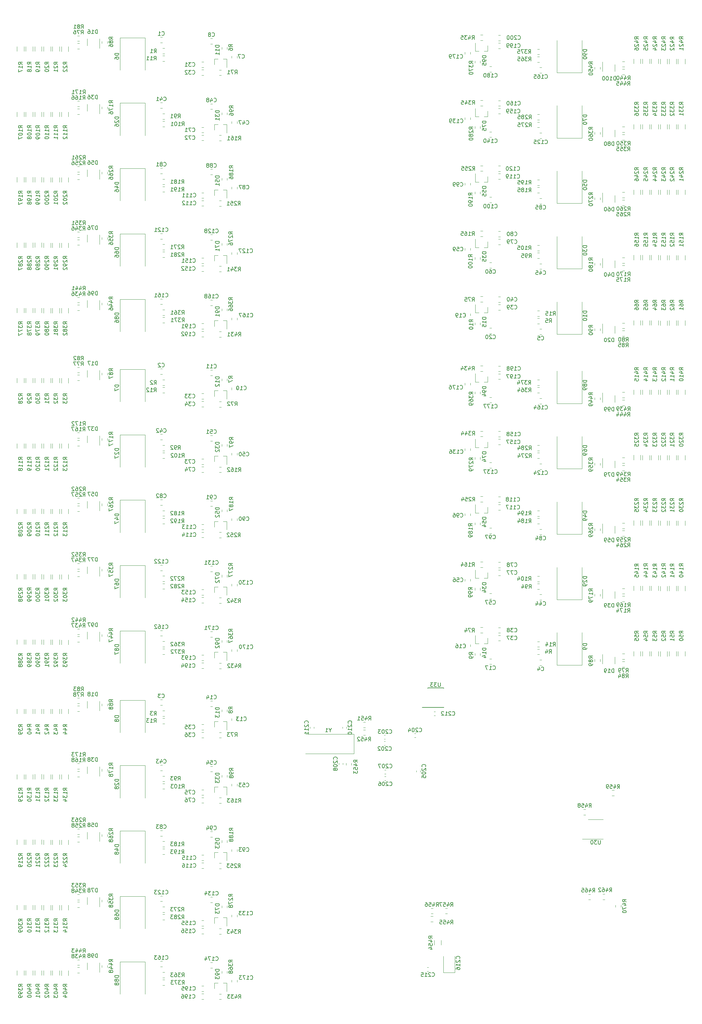
<source format=gbr>
G04 #@! TF.GenerationSoftware,KiCad,Pcbnew,(5.1.0)-1*
G04 #@! TF.CreationDate,2020-08-18T17:52:06+08:00*
G04 #@! TF.ProjectId,LED_driver,4c45445f-6472-4697-9665-722e6b696361,rev?*
G04 #@! TF.SameCoordinates,Original*
G04 #@! TF.FileFunction,Legend,Bot*
G04 #@! TF.FilePolarity,Positive*
%FSLAX46Y46*%
G04 Gerber Fmt 4.6, Leading zero omitted, Abs format (unit mm)*
G04 Created by KiCad (PCBNEW (5.1.0)-1) date 2020-08-18 17:52:06*
%MOMM*%
%LPD*%
G04 APERTURE LIST*
%ADD10C,0.120000*%
%ADD11C,0.150000*%
G04 APERTURE END LIST*
D10*
X183518578Y-203540000D02*
X183001422Y-203540000D01*
X183518578Y-204960000D02*
X183001422Y-204960000D01*
X183518578Y-152540000D02*
X183001422Y-152540000D01*
X183518578Y-153960000D02*
X183001422Y-153960000D01*
X214090000Y-195398578D02*
X214090000Y-194881422D01*
X212670000Y-195398578D02*
X212670000Y-194881422D01*
X225130000Y-177012064D02*
X225130000Y-175807936D01*
X226950000Y-177012064D02*
X226950000Y-175807936D01*
X220428578Y-213860000D02*
X219911422Y-213860000D01*
X220428578Y-212440000D02*
X219911422Y-212440000D01*
X225130000Y-211012064D02*
X225130000Y-209807936D01*
X226950000Y-211012064D02*
X226950000Y-209807936D01*
X225130000Y-194012064D02*
X225130000Y-192807936D01*
X226950000Y-194012064D02*
X226950000Y-192807936D01*
X220428578Y-160860000D02*
X219911422Y-160860000D01*
X220428578Y-159440000D02*
X219911422Y-159440000D01*
X214090000Y-178398578D02*
X214090000Y-177881422D01*
X212670000Y-178398578D02*
X212670000Y-177881422D01*
X183518578Y-169540000D02*
X183001422Y-169540000D01*
X183518578Y-170960000D02*
X183001422Y-170960000D01*
X220428578Y-196860000D02*
X219911422Y-196860000D01*
X220428578Y-195440000D02*
X219911422Y-195440000D01*
X220428578Y-194860000D02*
X219911422Y-194860000D01*
X220428578Y-193440000D02*
X219911422Y-193440000D01*
X214090000Y-212398578D02*
X214090000Y-211881422D01*
X212670000Y-212398578D02*
X212670000Y-211881422D01*
X220428578Y-179860000D02*
X219911422Y-179860000D01*
X220428578Y-178440000D02*
X219911422Y-178440000D01*
X220428578Y-211860000D02*
X219911422Y-211860000D01*
X220428578Y-210440000D02*
X219911422Y-210440000D01*
X214090000Y-161398578D02*
X214090000Y-160881422D01*
X212670000Y-161398578D02*
X212670000Y-160881422D01*
X233900000Y-160032064D02*
X233900000Y-158827936D01*
X232080000Y-160032064D02*
X232080000Y-158827936D01*
X233900000Y-194032064D02*
X233900000Y-192827936D01*
X232080000Y-194032064D02*
X232080000Y-192827936D01*
X181490000Y-176341422D02*
X181490000Y-176858578D01*
X182910000Y-176341422D02*
X182910000Y-176858578D01*
X233900000Y-211032064D02*
X233900000Y-209827936D01*
X232080000Y-211032064D02*
X232080000Y-209827936D01*
X236200000Y-160032064D02*
X236200000Y-158827936D01*
X234380000Y-160032064D02*
X234380000Y-158827936D01*
X229760000Y-177042064D02*
X229760000Y-175837936D01*
X231580000Y-177042064D02*
X231580000Y-175837936D01*
X198316078Y-159606000D02*
X197798922Y-159606000D01*
X198316078Y-158186000D02*
X197798922Y-158186000D01*
X236200000Y-194032064D02*
X236200000Y-192827936D01*
X234380000Y-194032064D02*
X234380000Y-192827936D01*
X181490000Y-193341422D02*
X181490000Y-193858578D01*
X182910000Y-193341422D02*
X182910000Y-193858578D01*
X236200000Y-177032064D02*
X236200000Y-175827936D01*
X234380000Y-177032064D02*
X234380000Y-175827936D01*
X198316078Y-193606000D02*
X197798922Y-193606000D01*
X198316078Y-192186000D02*
X197798922Y-192186000D01*
X233900000Y-177032064D02*
X233900000Y-175827936D01*
X232080000Y-177032064D02*
X232080000Y-175827936D01*
X227440000Y-194012064D02*
X227440000Y-192807936D01*
X229260000Y-194012064D02*
X229260000Y-192807936D01*
X227440000Y-211012064D02*
X227440000Y-209807936D01*
X229260000Y-211012064D02*
X229260000Y-209807936D01*
X198318578Y-190230000D02*
X197801422Y-190230000D01*
X198318578Y-191650000D02*
X197801422Y-191650000D01*
X198318578Y-173230000D02*
X197801422Y-173230000D01*
X198318578Y-174650000D02*
X197801422Y-174650000D01*
X181490000Y-210341422D02*
X181490000Y-210858578D01*
X182910000Y-210341422D02*
X182910000Y-210858578D01*
X198316078Y-176606000D02*
X197798922Y-176606000D01*
X198316078Y-175186000D02*
X197798922Y-175186000D01*
X198318578Y-156230000D02*
X197801422Y-156230000D01*
X198318578Y-157650000D02*
X197801422Y-157650000D01*
X227440000Y-177012064D02*
X227440000Y-175807936D01*
X229260000Y-177012064D02*
X229260000Y-175807936D01*
X229260000Y-228012064D02*
X229260000Y-226807936D01*
X227440000Y-228012064D02*
X227440000Y-226807936D01*
X185318922Y-228730000D02*
X185836078Y-228730000D01*
X185318922Y-230150000D02*
X185836078Y-230150000D01*
X220428578Y-177860000D02*
X219911422Y-177860000D01*
X220428578Y-176440000D02*
X219911422Y-176440000D01*
X225130000Y-160012064D02*
X225130000Y-158807936D01*
X226950000Y-160012064D02*
X226950000Y-158807936D01*
X224640000Y-228002064D02*
X224640000Y-226797936D01*
X222820000Y-228002064D02*
X222820000Y-226797936D01*
X198316078Y-226186000D02*
X197798922Y-226186000D01*
X198316078Y-227606000D02*
X197798922Y-227606000D01*
X234380000Y-228032064D02*
X234380000Y-226827936D01*
X236200000Y-228032064D02*
X236200000Y-226827936D01*
X220428578Y-227440000D02*
X219911422Y-227440000D01*
X220428578Y-228860000D02*
X219911422Y-228860000D01*
X182910000Y-227341422D02*
X182910000Y-227858578D01*
X181490000Y-227341422D02*
X181490000Y-227858578D01*
X184790000Y-224790000D02*
X184790000Y-223330000D01*
X181630000Y-224790000D02*
X181630000Y-222630000D01*
X181630000Y-224790000D02*
X182560000Y-224790000D01*
X184790000Y-224790000D02*
X183860000Y-224790000D01*
X198316078Y-210606000D02*
X197798922Y-210606000D01*
X198316078Y-209186000D02*
X197798922Y-209186000D01*
X187607422Y-220600000D02*
X188124578Y-220600000D01*
X187607422Y-222020000D02*
X188124578Y-222020000D01*
X212670000Y-229398578D02*
X212670000Y-228881422D01*
X214090000Y-229398578D02*
X214090000Y-228881422D01*
X220428578Y-162860000D02*
X219911422Y-162860000D01*
X220428578Y-161440000D02*
X219911422Y-161440000D01*
X217960000Y-228250000D02*
X217960000Y-230050000D01*
X214740000Y-230050000D02*
X214740000Y-227600000D01*
X232080000Y-228032064D02*
X232080000Y-226827936D01*
X233900000Y-228032064D02*
X233900000Y-226827936D01*
X202840000Y-230340000D02*
X209340000Y-230340000D01*
X202840000Y-230340000D02*
X202840000Y-221940000D01*
X209340000Y-230340000D02*
X209340000Y-221940000D01*
X198318578Y-207230000D02*
X197801422Y-207230000D01*
X198318578Y-208650000D02*
X197801422Y-208650000D01*
X198318578Y-225650000D02*
X197801422Y-225650000D01*
X198318578Y-224230000D02*
X197801422Y-224230000D01*
X231580000Y-228042064D02*
X231580000Y-226837936D01*
X229760000Y-228042064D02*
X229760000Y-226837936D01*
X220428578Y-229440000D02*
X219911422Y-229440000D01*
X220428578Y-230860000D02*
X219911422Y-230860000D01*
X183518578Y-186540000D02*
X183001422Y-186540000D01*
X183518578Y-187960000D02*
X183001422Y-187960000D01*
X187607422Y-224052000D02*
X188124578Y-224052000D01*
X187607422Y-222632000D02*
X188124578Y-222632000D01*
X227440000Y-160012064D02*
X227440000Y-158807936D01*
X229260000Y-160012064D02*
X229260000Y-158807936D01*
X183518578Y-221960000D02*
X183001422Y-221960000D01*
X183518578Y-220540000D02*
X183001422Y-220540000D01*
X226950000Y-228012064D02*
X226950000Y-226807936D01*
X225130000Y-228012064D02*
X225130000Y-226807936D01*
X198318578Y-139650000D02*
X197801422Y-139650000D01*
X198318578Y-138230000D02*
X197801422Y-138230000D01*
X183518578Y-66540000D02*
X183001422Y-66540000D01*
X183518578Y-67960000D02*
X183001422Y-67960000D01*
X220428578Y-76860000D02*
X219911422Y-76860000D01*
X220428578Y-75440000D02*
X219911422Y-75440000D01*
X184790000Y-138790000D02*
X184790000Y-137330000D01*
X181630000Y-138790000D02*
X181630000Y-136630000D01*
X181630000Y-138790000D02*
X182560000Y-138790000D01*
X184790000Y-138790000D02*
X183860000Y-138790000D01*
X225130000Y-74012064D02*
X225130000Y-72807936D01*
X226950000Y-74012064D02*
X226950000Y-72807936D01*
X183518578Y-117540000D02*
X183001422Y-117540000D01*
X183518578Y-118960000D02*
X183001422Y-118960000D01*
X183518578Y-100540000D02*
X183001422Y-100540000D01*
X183518578Y-101960000D02*
X183001422Y-101960000D01*
X220428578Y-91860000D02*
X219911422Y-91860000D01*
X220428578Y-90440000D02*
X219911422Y-90440000D01*
X220428578Y-125860000D02*
X219911422Y-125860000D01*
X220428578Y-124440000D02*
X219911422Y-124440000D01*
X220428578Y-108860000D02*
X219911422Y-108860000D01*
X220428578Y-107440000D02*
X219911422Y-107440000D01*
X225130000Y-91012064D02*
X225130000Y-89807936D01*
X226950000Y-91012064D02*
X226950000Y-89807936D01*
X217960000Y-142250000D02*
X217960000Y-144050000D01*
X214740000Y-144050000D02*
X214740000Y-141600000D01*
X187607422Y-138052000D02*
X188124578Y-138052000D01*
X187607422Y-136632000D02*
X188124578Y-136632000D01*
X202840000Y-144340000D02*
X209340000Y-144340000D01*
X202840000Y-144340000D02*
X202840000Y-135940000D01*
X209340000Y-144340000D02*
X209340000Y-135940000D01*
X185318922Y-142730000D02*
X185836078Y-142730000D01*
X185318922Y-144150000D02*
X185836078Y-144150000D01*
X225130000Y-108012064D02*
X225130000Y-106807936D01*
X226950000Y-108012064D02*
X226950000Y-106807936D01*
X220428578Y-93860000D02*
X219911422Y-93860000D01*
X220428578Y-92440000D02*
X219911422Y-92440000D01*
X220428578Y-127860000D02*
X219911422Y-127860000D01*
X220428578Y-126440000D02*
X219911422Y-126440000D01*
X225130000Y-125012064D02*
X225130000Y-123807936D01*
X226950000Y-125012064D02*
X226950000Y-123807936D01*
X183518578Y-83540000D02*
X183001422Y-83540000D01*
X183518578Y-84960000D02*
X183001422Y-84960000D01*
X214090000Y-126398578D02*
X214090000Y-125881422D01*
X212670000Y-126398578D02*
X212670000Y-125881422D01*
X222820000Y-211002064D02*
X222820000Y-209797936D01*
X224640000Y-211002064D02*
X224640000Y-209797936D01*
X222820000Y-194002064D02*
X222820000Y-192797936D01*
X224640000Y-194002064D02*
X224640000Y-192797936D01*
X220428578Y-74860000D02*
X219911422Y-74860000D01*
X220428578Y-73440000D02*
X219911422Y-73440000D01*
X220428578Y-110860000D02*
X219911422Y-110860000D01*
X220428578Y-109440000D02*
X219911422Y-109440000D01*
X222820000Y-177002064D02*
X222820000Y-175797936D01*
X224640000Y-177002064D02*
X224640000Y-175797936D01*
X214090000Y-109398578D02*
X214090000Y-108881422D01*
X212670000Y-109398578D02*
X212670000Y-108881422D01*
X214090000Y-75398578D02*
X214090000Y-74881422D01*
X212670000Y-75398578D02*
X212670000Y-74881422D01*
X214090000Y-92398578D02*
X214090000Y-91881422D01*
X212670000Y-92398578D02*
X212670000Y-91881422D01*
X222820000Y-160002064D02*
X222820000Y-158797936D01*
X224640000Y-160002064D02*
X224640000Y-158797936D01*
X229760000Y-160042064D02*
X229760000Y-158837936D01*
X231580000Y-160042064D02*
X231580000Y-158837936D01*
X184790000Y-190790000D02*
X183860000Y-190790000D01*
X181630000Y-190790000D02*
X182560000Y-190790000D01*
X181630000Y-190790000D02*
X181630000Y-188630000D01*
X184790000Y-190790000D02*
X184790000Y-189330000D01*
X209340000Y-213340000D02*
X209340000Y-204940000D01*
X202840000Y-213340000D02*
X202840000Y-204940000D01*
X202840000Y-213340000D02*
X209340000Y-213340000D01*
X198381422Y-213450000D02*
X198898578Y-213450000D01*
X198381422Y-212030000D02*
X198898578Y-212030000D01*
X184790000Y-207790000D02*
X183860000Y-207790000D01*
X181630000Y-207790000D02*
X182560000Y-207790000D01*
X181630000Y-207790000D02*
X181630000Y-205630000D01*
X184790000Y-207790000D02*
X184790000Y-206330000D01*
X209340000Y-196340000D02*
X209340000Y-187940000D01*
X202840000Y-196340000D02*
X202840000Y-187940000D01*
X202840000Y-196340000D02*
X209340000Y-196340000D01*
X198381422Y-162450000D02*
X198898578Y-162450000D01*
X198381422Y-161030000D02*
X198898578Y-161030000D01*
X185318922Y-196150000D02*
X185836078Y-196150000D01*
X185318922Y-194730000D02*
X185836078Y-194730000D01*
X178910000Y-208538578D02*
X178910000Y-208021422D01*
X180330000Y-208538578D02*
X180330000Y-208021422D01*
X180330000Y-174538578D02*
X180330000Y-174021422D01*
X178910000Y-174538578D02*
X178910000Y-174021422D01*
X185318922Y-179150000D02*
X185836078Y-179150000D01*
X185318922Y-177730000D02*
X185836078Y-177730000D01*
X198381422Y-179450000D02*
X198898578Y-179450000D01*
X198381422Y-178030000D02*
X198898578Y-178030000D01*
X184790000Y-156790000D02*
X183860000Y-156790000D01*
X181630000Y-156790000D02*
X182560000Y-156790000D01*
X181630000Y-156790000D02*
X181630000Y-154630000D01*
X184790000Y-156790000D02*
X184790000Y-155330000D01*
X185318922Y-162150000D02*
X185836078Y-162150000D01*
X185318922Y-160730000D02*
X185836078Y-160730000D01*
X209340000Y-162340000D02*
X209340000Y-153940000D01*
X202840000Y-162340000D02*
X202840000Y-153940000D01*
X202840000Y-162340000D02*
X209340000Y-162340000D01*
X185318922Y-213150000D02*
X185836078Y-213150000D01*
X185318922Y-211730000D02*
X185836078Y-211730000D01*
X198381422Y-196450000D02*
X198898578Y-196450000D01*
X198381422Y-195030000D02*
X198898578Y-195030000D01*
X214740000Y-179050000D02*
X214740000Y-176600000D01*
X217960000Y-177250000D02*
X217960000Y-179050000D01*
X214740000Y-196050000D02*
X214740000Y-193600000D01*
X217960000Y-194250000D02*
X217960000Y-196050000D01*
X184790000Y-173790000D02*
X183860000Y-173790000D01*
X181630000Y-173790000D02*
X182560000Y-173790000D01*
X181630000Y-173790000D02*
X181630000Y-171630000D01*
X184790000Y-173790000D02*
X184790000Y-172330000D01*
X209340000Y-179340000D02*
X209340000Y-170940000D01*
X202840000Y-179340000D02*
X202840000Y-170940000D01*
X202840000Y-179340000D02*
X209340000Y-179340000D01*
X178910000Y-191538578D02*
X178910000Y-191021422D01*
X180330000Y-191538578D02*
X180330000Y-191021422D01*
X214740000Y-162050000D02*
X214740000Y-159600000D01*
X217960000Y-160250000D02*
X217960000Y-162050000D01*
X187607422Y-68020000D02*
X188124578Y-68020000D01*
X187607422Y-66600000D02*
X188124578Y-66600000D01*
X187607422Y-85632000D02*
X188124578Y-85632000D01*
X187607422Y-87052000D02*
X188124578Y-87052000D01*
X187607422Y-119020000D02*
X188124578Y-119020000D01*
X187607422Y-117600000D02*
X188124578Y-117600000D01*
X178910000Y-71538578D02*
X178910000Y-71021422D01*
X180330000Y-71538578D02*
X180330000Y-71021422D01*
X187607422Y-102632000D02*
X188124578Y-102632000D01*
X187607422Y-104052000D02*
X188124578Y-104052000D01*
X181490000Y-73341422D02*
X181490000Y-73858578D01*
X182910000Y-73341422D02*
X182910000Y-73858578D01*
X229760000Y-125042064D02*
X229760000Y-123837936D01*
X231580000Y-125042064D02*
X231580000Y-123837936D01*
X229760000Y-108042064D02*
X229760000Y-106837936D01*
X231580000Y-108042064D02*
X231580000Y-106837936D01*
X227440000Y-108012064D02*
X227440000Y-106807936D01*
X229260000Y-108012064D02*
X229260000Y-106807936D01*
X236200000Y-125032064D02*
X236200000Y-123827936D01*
X234380000Y-125032064D02*
X234380000Y-123827936D01*
X233900000Y-74032064D02*
X233900000Y-72827936D01*
X232080000Y-74032064D02*
X232080000Y-72827936D01*
X233900000Y-108032064D02*
X233900000Y-106827936D01*
X232080000Y-108032064D02*
X232080000Y-106827936D01*
X198318578Y-121230000D02*
X197801422Y-121230000D01*
X198318578Y-122650000D02*
X197801422Y-122650000D01*
X233900000Y-91032064D02*
X233900000Y-89827936D01*
X232080000Y-91032064D02*
X232080000Y-89827936D01*
X233900000Y-125032064D02*
X233900000Y-123827936D01*
X232080000Y-125032064D02*
X232080000Y-123827936D01*
X236200000Y-74032064D02*
X236200000Y-72827936D01*
X234380000Y-74032064D02*
X234380000Y-72827936D01*
X229760000Y-91042064D02*
X229760000Y-89837936D01*
X231580000Y-91042064D02*
X231580000Y-89837936D01*
X236200000Y-108032064D02*
X236200000Y-106827936D01*
X234380000Y-108032064D02*
X234380000Y-106827936D01*
X198318578Y-104230000D02*
X197801422Y-104230000D01*
X198318578Y-105650000D02*
X197801422Y-105650000D01*
X224640000Y-142002064D02*
X224640000Y-140797936D01*
X222820000Y-142002064D02*
X222820000Y-140797936D01*
X231580000Y-142042064D02*
X231580000Y-140837936D01*
X229760000Y-142042064D02*
X229760000Y-140837936D01*
X198316078Y-73606000D02*
X197798922Y-73606000D01*
X198316078Y-72186000D02*
X197798922Y-72186000D01*
X236200000Y-91032064D02*
X236200000Y-89827936D01*
X234380000Y-91032064D02*
X234380000Y-89827936D01*
X227440000Y-125012064D02*
X227440000Y-123807936D01*
X229260000Y-125012064D02*
X229260000Y-123807936D01*
X187607422Y-134600000D02*
X188124578Y-134600000D01*
X187607422Y-136020000D02*
X188124578Y-136020000D01*
X198316078Y-140186000D02*
X197798922Y-140186000D01*
X198316078Y-141606000D02*
X197798922Y-141606000D01*
X183518578Y-135960000D02*
X183001422Y-135960000D01*
X183518578Y-134540000D02*
X183001422Y-134540000D01*
X181490000Y-107341422D02*
X181490000Y-107858578D01*
X182910000Y-107341422D02*
X182910000Y-107858578D01*
X181490000Y-90341422D02*
X181490000Y-90858578D01*
X182910000Y-90341422D02*
X182910000Y-90858578D01*
X198316078Y-107606000D02*
X197798922Y-107606000D01*
X198316078Y-106186000D02*
X197798922Y-106186000D01*
X212670000Y-143398578D02*
X212670000Y-142881422D01*
X214090000Y-143398578D02*
X214090000Y-142881422D01*
X198316078Y-90606000D02*
X197798922Y-90606000D01*
X198316078Y-89186000D02*
X197798922Y-89186000D01*
X226950000Y-142012064D02*
X226950000Y-140807936D01*
X225130000Y-142012064D02*
X225130000Y-140807936D01*
X234380000Y-142032064D02*
X234380000Y-140827936D01*
X236200000Y-142032064D02*
X236200000Y-140827936D01*
X227440000Y-74012064D02*
X227440000Y-72807936D01*
X229260000Y-74012064D02*
X229260000Y-72807936D01*
X232080000Y-142032064D02*
X232080000Y-140827936D01*
X233900000Y-142032064D02*
X233900000Y-140827936D01*
X220428578Y-143440000D02*
X219911422Y-143440000D01*
X220428578Y-144860000D02*
X219911422Y-144860000D01*
X181490000Y-124341422D02*
X181490000Y-124858578D01*
X182910000Y-124341422D02*
X182910000Y-124858578D01*
X198318578Y-70230000D02*
X197801422Y-70230000D01*
X198318578Y-71650000D02*
X197801422Y-71650000D01*
X227440000Y-91012064D02*
X227440000Y-89807936D01*
X229260000Y-91012064D02*
X229260000Y-89807936D01*
X198316078Y-124606000D02*
X197798922Y-124606000D01*
X198316078Y-123186000D02*
X197798922Y-123186000D01*
X220428578Y-141440000D02*
X219911422Y-141440000D01*
X220428578Y-142860000D02*
X219911422Y-142860000D01*
X182910000Y-141341422D02*
X182910000Y-141858578D01*
X181490000Y-141341422D02*
X181490000Y-141858578D01*
X198318578Y-87230000D02*
X197801422Y-87230000D01*
X198318578Y-88650000D02*
X197801422Y-88650000D01*
X229260000Y-142012064D02*
X229260000Y-140807936D01*
X227440000Y-142012064D02*
X227440000Y-140807936D01*
X222820000Y-125002064D02*
X222820000Y-123797936D01*
X224640000Y-125002064D02*
X224640000Y-123797936D01*
X222820000Y-108002064D02*
X222820000Y-106797936D01*
X224640000Y-108002064D02*
X224640000Y-106797936D01*
X222820000Y-91002064D02*
X222820000Y-89797936D01*
X224640000Y-91002064D02*
X224640000Y-89797936D01*
X222820000Y-74002064D02*
X222820000Y-72797936D01*
X224640000Y-74002064D02*
X224640000Y-72797936D01*
X229760000Y-74042064D02*
X229760000Y-72837936D01*
X231580000Y-74042064D02*
X231580000Y-72837936D01*
X209340000Y-93340000D02*
X209340000Y-84940000D01*
X202840000Y-93340000D02*
X202840000Y-84940000D01*
X202840000Y-93340000D02*
X209340000Y-93340000D01*
X184790000Y-70790000D02*
X183860000Y-70790000D01*
X181630000Y-70790000D02*
X182560000Y-70790000D01*
X181630000Y-70790000D02*
X181630000Y-68630000D01*
X184790000Y-70790000D02*
X184790000Y-69330000D01*
X214740000Y-110050000D02*
X214740000Y-107600000D01*
X217960000Y-108250000D02*
X217960000Y-110050000D01*
X214740000Y-76050000D02*
X214740000Y-73600000D01*
X217960000Y-74250000D02*
X217960000Y-76050000D01*
X209340000Y-127340000D02*
X209340000Y-118940000D01*
X202840000Y-127340000D02*
X202840000Y-118940000D01*
X202840000Y-127340000D02*
X209340000Y-127340000D01*
X184790000Y-121790000D02*
X183860000Y-121790000D01*
X181630000Y-121790000D02*
X182560000Y-121790000D01*
X181630000Y-121790000D02*
X181630000Y-119630000D01*
X184790000Y-121790000D02*
X184790000Y-120330000D01*
X184790000Y-87790000D02*
X183860000Y-87790000D01*
X181630000Y-87790000D02*
X182560000Y-87790000D01*
X181630000Y-87790000D02*
X181630000Y-85630000D01*
X184790000Y-87790000D02*
X184790000Y-86330000D01*
X209340000Y-110340000D02*
X209340000Y-101940000D01*
X202840000Y-110340000D02*
X202840000Y-101940000D01*
X202840000Y-110340000D02*
X209340000Y-110340000D01*
X198381422Y-127450000D02*
X198898578Y-127450000D01*
X198381422Y-126030000D02*
X198898578Y-126030000D01*
X178910000Y-122538578D02*
X178910000Y-122021422D01*
X180330000Y-122538578D02*
X180330000Y-122021422D01*
X198381422Y-93450000D02*
X198898578Y-93450000D01*
X198381422Y-92030000D02*
X198898578Y-92030000D01*
X187607422Y-85020000D02*
X188124578Y-85020000D01*
X187607422Y-83600000D02*
X188124578Y-83600000D01*
X180330000Y-88538578D02*
X180330000Y-88021422D01*
X178910000Y-88538578D02*
X178910000Y-88021422D01*
X198381422Y-110450000D02*
X198898578Y-110450000D01*
X198381422Y-109030000D02*
X198898578Y-109030000D01*
X198381422Y-76450000D02*
X198898578Y-76450000D01*
X198381422Y-75030000D02*
X198898578Y-75030000D01*
X185318922Y-110150000D02*
X185836078Y-110150000D01*
X185318922Y-108730000D02*
X185836078Y-108730000D01*
X198381422Y-143030000D02*
X198898578Y-143030000D01*
X198381422Y-144450000D02*
X198898578Y-144450000D01*
X187607422Y-102020000D02*
X188124578Y-102020000D01*
X187607422Y-100600000D02*
X188124578Y-100600000D01*
X184790000Y-104790000D02*
X183860000Y-104790000D01*
X181630000Y-104790000D02*
X182560000Y-104790000D01*
X181630000Y-104790000D02*
X181630000Y-102630000D01*
X184790000Y-104790000D02*
X184790000Y-103330000D01*
X185318922Y-76150000D02*
X185836078Y-76150000D01*
X185318922Y-74730000D02*
X185836078Y-74730000D01*
X180330000Y-139538578D02*
X180330000Y-139021422D01*
X178910000Y-139538578D02*
X178910000Y-139021422D01*
X185318922Y-127150000D02*
X185836078Y-127150000D01*
X185318922Y-125730000D02*
X185836078Y-125730000D01*
X185318922Y-93150000D02*
X185836078Y-93150000D01*
X185318922Y-91730000D02*
X185836078Y-91730000D01*
X178910000Y-105538578D02*
X178910000Y-105021422D01*
X180330000Y-105538578D02*
X180330000Y-105021422D01*
X209340000Y-76340000D02*
X209340000Y-67940000D01*
X202840000Y-76340000D02*
X202840000Y-67940000D01*
X202840000Y-76340000D02*
X209340000Y-76340000D01*
X214740000Y-93050000D02*
X214740000Y-90600000D01*
X217960000Y-91250000D02*
X217960000Y-93050000D01*
X187607422Y-68632000D02*
X188124578Y-68632000D01*
X187607422Y-70052000D02*
X188124578Y-70052000D01*
X214740000Y-127050000D02*
X214740000Y-124600000D01*
X217960000Y-125250000D02*
X217960000Y-127050000D01*
X187607422Y-119632000D02*
X188124578Y-119632000D01*
X187607422Y-121052000D02*
X188124578Y-121052000D01*
X187607422Y-171632000D02*
X188124578Y-171632000D01*
X187607422Y-173052000D02*
X188124578Y-173052000D01*
X187607422Y-171020000D02*
X188124578Y-171020000D01*
X187607422Y-169600000D02*
X188124578Y-169600000D01*
X187607422Y-188020000D02*
X188124578Y-188020000D01*
X187607422Y-186600000D02*
X188124578Y-186600000D01*
X214740000Y-213050000D02*
X214740000Y-210600000D01*
X217960000Y-211250000D02*
X217960000Y-213050000D01*
X187607422Y-188632000D02*
X188124578Y-188632000D01*
X187607422Y-190052000D02*
X188124578Y-190052000D01*
X187607422Y-205020000D02*
X188124578Y-205020000D01*
X187607422Y-203600000D02*
X188124578Y-203600000D01*
X229760000Y-194042064D02*
X229760000Y-192837936D01*
X231580000Y-194042064D02*
X231580000Y-192837936D01*
X236200000Y-211032064D02*
X236200000Y-209827936D01*
X234380000Y-211032064D02*
X234380000Y-209827936D01*
X181490000Y-159341422D02*
X181490000Y-159858578D01*
X182910000Y-159341422D02*
X182910000Y-159858578D01*
X187607422Y-154020000D02*
X188124578Y-154020000D01*
X187607422Y-152600000D02*
X188124578Y-152600000D01*
X229760000Y-211042064D02*
X229760000Y-209837936D01*
X231580000Y-211042064D02*
X231580000Y-209837936D01*
X178910000Y-157538578D02*
X178910000Y-157021422D01*
X180330000Y-157538578D02*
X180330000Y-157021422D01*
X180330000Y-225538578D02*
X180330000Y-225021422D01*
X178910000Y-225538578D02*
X178910000Y-225021422D01*
X198381422Y-229030000D02*
X198898578Y-229030000D01*
X198381422Y-230450000D02*
X198898578Y-230450000D01*
X187607422Y-154632000D02*
X188124578Y-154632000D01*
X187607422Y-156052000D02*
X188124578Y-156052000D01*
X187607422Y-205632000D02*
X188124578Y-205632000D01*
X187607422Y-207052000D02*
X188124578Y-207052000D01*
X73880000Y-258807936D02*
X73880000Y-260012064D01*
X75700000Y-258807936D02*
X75700000Y-260012064D01*
X73880000Y-275807936D02*
X73880000Y-277012064D01*
X75700000Y-275807936D02*
X75700000Y-277012064D01*
X73880000Y-292807936D02*
X73880000Y-294012064D01*
X75700000Y-292807936D02*
X75700000Y-294012064D01*
X73880000Y-309807936D02*
X73880000Y-311012064D01*
X75700000Y-309807936D02*
X75700000Y-311012064D01*
X66940000Y-309767936D02*
X66940000Y-310972064D01*
X68760000Y-309767936D02*
X68760000Y-310972064D01*
X113730000Y-313020000D02*
X113730000Y-314480000D01*
X116890000Y-313020000D02*
X116890000Y-315180000D01*
X116890000Y-313020000D02*
X115960000Y-313020000D01*
X113730000Y-313020000D02*
X114660000Y-313020000D01*
X95680000Y-290470000D02*
X89180000Y-290470000D01*
X95680000Y-290470000D02*
X95680000Y-298870000D01*
X89180000Y-290470000D02*
X89180000Y-298870000D01*
X113730000Y-279020000D02*
X113730000Y-280480000D01*
X116890000Y-279020000D02*
X116890000Y-281180000D01*
X116890000Y-279020000D02*
X115960000Y-279020000D01*
X113730000Y-279020000D02*
X114660000Y-279020000D01*
X80560000Y-275560000D02*
X80560000Y-273760000D01*
X83780000Y-273760000D02*
X83780000Y-276210000D01*
X80560000Y-309560000D02*
X80560000Y-307760000D01*
X83780000Y-307760000D02*
X83780000Y-310210000D01*
X95680000Y-256470000D02*
X89180000Y-256470000D01*
X95680000Y-256470000D02*
X95680000Y-264870000D01*
X89180000Y-256470000D02*
X89180000Y-264870000D01*
X113730000Y-262020000D02*
X113730000Y-263480000D01*
X116890000Y-262020000D02*
X116890000Y-264180000D01*
X116890000Y-262020000D02*
X115960000Y-262020000D01*
X113730000Y-262020000D02*
X114660000Y-262020000D01*
X113730000Y-296020000D02*
X113730000Y-297480000D01*
X116890000Y-296020000D02*
X116890000Y-298180000D01*
X116890000Y-296020000D02*
X115960000Y-296020000D01*
X113730000Y-296020000D02*
X114660000Y-296020000D01*
X80560000Y-292560000D02*
X80560000Y-290760000D01*
X83780000Y-290760000D02*
X83780000Y-293210000D01*
X95680000Y-307470000D02*
X89180000Y-307470000D01*
X95680000Y-307470000D02*
X95680000Y-315870000D01*
X89180000Y-307470000D02*
X89180000Y-315870000D01*
X95680000Y-273470000D02*
X89180000Y-273470000D01*
X95680000Y-273470000D02*
X95680000Y-281870000D01*
X89180000Y-273470000D02*
X89180000Y-281870000D01*
X100138578Y-257780000D02*
X99621422Y-257780000D01*
X100138578Y-256360000D02*
X99621422Y-256360000D01*
X100138578Y-274780000D02*
X99621422Y-274780000D01*
X100138578Y-273360000D02*
X99621422Y-273360000D01*
X113201078Y-258080000D02*
X112683922Y-258080000D01*
X113201078Y-256660000D02*
X112683922Y-256660000D01*
X113201078Y-309080000D02*
X112683922Y-309080000D01*
X113201078Y-307660000D02*
X112683922Y-307660000D01*
X100138578Y-308780000D02*
X99621422Y-308780000D01*
X100138578Y-307360000D02*
X99621422Y-307360000D01*
X113201078Y-275080000D02*
X112683922Y-275080000D01*
X113201078Y-273660000D02*
X112683922Y-273660000D01*
X113201078Y-292080000D02*
X112683922Y-292080000D01*
X113201078Y-290660000D02*
X112683922Y-290660000D01*
X119610000Y-295271422D02*
X119610000Y-295788578D01*
X118190000Y-295271422D02*
X118190000Y-295788578D01*
X100138578Y-291780000D02*
X99621422Y-291780000D01*
X100138578Y-290360000D02*
X99621422Y-290360000D01*
X118190000Y-278271422D02*
X118190000Y-278788578D01*
X119610000Y-278271422D02*
X119610000Y-278788578D01*
X118190000Y-261271422D02*
X118190000Y-261788578D01*
X119610000Y-261271422D02*
X119610000Y-261788578D01*
X119610000Y-244271422D02*
X119610000Y-244788578D01*
X118190000Y-244271422D02*
X118190000Y-244788578D01*
X100138578Y-239360000D02*
X99621422Y-239360000D01*
X100138578Y-240780000D02*
X99621422Y-240780000D01*
X110912578Y-262758000D02*
X110395422Y-262758000D01*
X110912578Y-264178000D02*
X110395422Y-264178000D01*
X110912578Y-313758000D02*
X110395422Y-313758000D01*
X110912578Y-315178000D02*
X110395422Y-315178000D01*
X110912578Y-283210000D02*
X110395422Y-283210000D01*
X110912578Y-281790000D02*
X110395422Y-281790000D01*
X110912578Y-300210000D02*
X110395422Y-300210000D01*
X110912578Y-298790000D02*
X110395422Y-298790000D01*
X80560000Y-258560000D02*
X80560000Y-256760000D01*
X83780000Y-256760000D02*
X83780000Y-259210000D01*
X110912578Y-296758000D02*
X110395422Y-296758000D01*
X110912578Y-298178000D02*
X110395422Y-298178000D01*
X110912578Y-266210000D02*
X110395422Y-266210000D01*
X110912578Y-264790000D02*
X110395422Y-264790000D01*
X110912578Y-317210000D02*
X110395422Y-317210000D01*
X110912578Y-315790000D02*
X110395422Y-315790000D01*
X118190000Y-312271422D02*
X118190000Y-312788578D01*
X119610000Y-312271422D02*
X119610000Y-312788578D01*
X110912578Y-279758000D02*
X110395422Y-279758000D01*
X110912578Y-281178000D02*
X110395422Y-281178000D01*
X115610000Y-310468578D02*
X115610000Y-309951422D01*
X117030000Y-310468578D02*
X117030000Y-309951422D01*
X66940000Y-258767936D02*
X66940000Y-259972064D01*
X68760000Y-258767936D02*
X68760000Y-259972064D01*
X64140000Y-258777936D02*
X64140000Y-259982064D01*
X62320000Y-258777936D02*
X62320000Y-259982064D01*
X66940000Y-275767936D02*
X66940000Y-276972064D01*
X68760000Y-275767936D02*
X68760000Y-276972064D01*
X66440000Y-309777936D02*
X66440000Y-310982064D01*
X64620000Y-309777936D02*
X64620000Y-310982064D01*
X66440000Y-275777936D02*
X66440000Y-276982064D01*
X64620000Y-275777936D02*
X64620000Y-276982064D01*
X66440000Y-258777936D02*
X66440000Y-259982064D01*
X64620000Y-258777936D02*
X64620000Y-259982064D01*
X64140000Y-309777936D02*
X64140000Y-310982064D01*
X62320000Y-309777936D02*
X62320000Y-310982064D01*
X66940000Y-292767936D02*
X66940000Y-293972064D01*
X68760000Y-292767936D02*
X68760000Y-293972064D01*
X64140000Y-275777936D02*
X64140000Y-276982064D01*
X62320000Y-275777936D02*
X62320000Y-276982064D01*
X115610000Y-276468578D02*
X115610000Y-275951422D01*
X117030000Y-276468578D02*
X117030000Y-275951422D01*
X64140000Y-292777936D02*
X64140000Y-293982064D01*
X62320000Y-292777936D02*
X62320000Y-293982064D01*
X66440000Y-292777936D02*
X66440000Y-293982064D01*
X64620000Y-292777936D02*
X64620000Y-293982064D01*
X115610000Y-293468578D02*
X115610000Y-292951422D01*
X117030000Y-293468578D02*
X117030000Y-292951422D01*
X69260000Y-275797936D02*
X69260000Y-277002064D01*
X71080000Y-275797936D02*
X71080000Y-277002064D01*
X100203922Y-277624000D02*
X100721078Y-277624000D01*
X100203922Y-276204000D02*
X100721078Y-276204000D01*
X100203922Y-311624000D02*
X100721078Y-311624000D01*
X100203922Y-310204000D02*
X100721078Y-310204000D01*
X69260000Y-258797936D02*
X69260000Y-260002064D01*
X71080000Y-258797936D02*
X71080000Y-260002064D01*
X100201422Y-261160000D02*
X100718578Y-261160000D01*
X100201422Y-262580000D02*
X100718578Y-262580000D01*
X100201422Y-278160000D02*
X100718578Y-278160000D01*
X100201422Y-279580000D02*
X100718578Y-279580000D01*
X100201422Y-295160000D02*
X100718578Y-295160000D01*
X100201422Y-296580000D02*
X100718578Y-296580000D01*
X115610000Y-259468578D02*
X115610000Y-258951422D01*
X117030000Y-259468578D02*
X117030000Y-258951422D01*
X100203922Y-294624000D02*
X100721078Y-294624000D01*
X100203922Y-293204000D02*
X100721078Y-293204000D01*
X100201422Y-312160000D02*
X100718578Y-312160000D01*
X100201422Y-313580000D02*
X100718578Y-313580000D01*
X69260000Y-309797936D02*
X69260000Y-311002064D01*
X71080000Y-309797936D02*
X71080000Y-311002064D01*
X69260000Y-292797936D02*
X69260000Y-294002064D01*
X71080000Y-292797936D02*
X71080000Y-294002064D01*
X100203922Y-260624000D02*
X100721078Y-260624000D01*
X100203922Y-259204000D02*
X100721078Y-259204000D01*
X68760000Y-241767936D02*
X68760000Y-242972064D01*
X66940000Y-241767936D02*
X66940000Y-242972064D01*
X75700000Y-241807936D02*
X75700000Y-243012064D01*
X73880000Y-241807936D02*
X73880000Y-243012064D01*
X78091422Y-238950000D02*
X78608578Y-238950000D01*
X78091422Y-240370000D02*
X78608578Y-240370000D01*
X78091422Y-240950000D02*
X78608578Y-240950000D01*
X78091422Y-242370000D02*
X78608578Y-242370000D01*
X73390000Y-241797936D02*
X73390000Y-243002064D01*
X71570000Y-241797936D02*
X71570000Y-243002064D01*
X71080000Y-241797936D02*
X71080000Y-243002064D01*
X69260000Y-241797936D02*
X69260000Y-243002064D01*
X115001422Y-249270000D02*
X115518578Y-249270000D01*
X115001422Y-247850000D02*
X115518578Y-247850000D01*
X84430000Y-240411422D02*
X84430000Y-240928578D01*
X85850000Y-240411422D02*
X85850000Y-240928578D01*
X110912578Y-247790000D02*
X110395422Y-247790000D01*
X110912578Y-249210000D02*
X110395422Y-249210000D01*
X64620000Y-241777936D02*
X64620000Y-242982064D01*
X66440000Y-241777936D02*
X66440000Y-242982064D01*
X100203922Y-242204000D02*
X100721078Y-242204000D01*
X100203922Y-243624000D02*
X100721078Y-243624000D01*
X62320000Y-241777936D02*
X62320000Y-242982064D01*
X64140000Y-241777936D02*
X64140000Y-242982064D01*
X117030000Y-242468578D02*
X117030000Y-241951422D01*
X115610000Y-242468578D02*
X115610000Y-241951422D01*
X83780000Y-239760000D02*
X83780000Y-242210000D01*
X80560000Y-241560000D02*
X80560000Y-239760000D01*
X113201078Y-239660000D02*
X112683922Y-239660000D01*
X113201078Y-241080000D02*
X112683922Y-241080000D01*
X89180000Y-239470000D02*
X89180000Y-247870000D01*
X95680000Y-239470000D02*
X95680000Y-247870000D01*
X95680000Y-239470000D02*
X89180000Y-239470000D01*
X110912578Y-247178000D02*
X110395422Y-247178000D01*
X110912578Y-245758000D02*
X110395422Y-245758000D01*
X100201422Y-245580000D02*
X100718578Y-245580000D01*
X100201422Y-244160000D02*
X100718578Y-244160000D01*
X113730000Y-245020000D02*
X114660000Y-245020000D01*
X116890000Y-245020000D02*
X115960000Y-245020000D01*
X116890000Y-245020000D02*
X116890000Y-247180000D01*
X113730000Y-245020000D02*
X113730000Y-246480000D01*
X71570000Y-309797936D02*
X71570000Y-311002064D01*
X73390000Y-309797936D02*
X73390000Y-311002064D01*
X78091422Y-293370000D02*
X78608578Y-293370000D01*
X78091422Y-291950000D02*
X78608578Y-291950000D01*
X115001422Y-281850000D02*
X115518578Y-281850000D01*
X115001422Y-283270000D02*
X115518578Y-283270000D01*
X78091422Y-308370000D02*
X78608578Y-308370000D01*
X78091422Y-306950000D02*
X78608578Y-306950000D01*
X78091422Y-276370000D02*
X78608578Y-276370000D01*
X78091422Y-274950000D02*
X78608578Y-274950000D01*
X115001422Y-264850000D02*
X115518578Y-264850000D01*
X115001422Y-266270000D02*
X115518578Y-266270000D01*
X115001422Y-315850000D02*
X115518578Y-315850000D01*
X115001422Y-317270000D02*
X115518578Y-317270000D01*
X78091422Y-259370000D02*
X78608578Y-259370000D01*
X78091422Y-257950000D02*
X78608578Y-257950000D01*
X71570000Y-292797936D02*
X71570000Y-294002064D01*
X73390000Y-292797936D02*
X73390000Y-294002064D01*
X78091422Y-257370000D02*
X78608578Y-257370000D01*
X78091422Y-255950000D02*
X78608578Y-255950000D01*
X71570000Y-258797936D02*
X71570000Y-260002064D01*
X73390000Y-258797936D02*
X73390000Y-260002064D01*
X71570000Y-275797936D02*
X71570000Y-277002064D01*
X73390000Y-275797936D02*
X73390000Y-277002064D01*
X115001422Y-298850000D02*
X115518578Y-298850000D01*
X115001422Y-300270000D02*
X115518578Y-300270000D01*
X78091422Y-291370000D02*
X78608578Y-291370000D01*
X78091422Y-289950000D02*
X78608578Y-289950000D01*
X78091422Y-274370000D02*
X78608578Y-274370000D01*
X78091422Y-272950000D02*
X78608578Y-272950000D01*
X78091422Y-310370000D02*
X78608578Y-310370000D01*
X78091422Y-308950000D02*
X78608578Y-308950000D01*
X85850000Y-257411422D02*
X85850000Y-257928578D01*
X84430000Y-257411422D02*
X84430000Y-257928578D01*
X85850000Y-308411422D02*
X85850000Y-308928578D01*
X84430000Y-308411422D02*
X84430000Y-308928578D01*
X85850000Y-274411422D02*
X85850000Y-274928578D01*
X84430000Y-274411422D02*
X84430000Y-274928578D01*
X85850000Y-291411422D02*
X85850000Y-291928578D01*
X84430000Y-291411422D02*
X84430000Y-291928578D01*
X73880000Y-172807936D02*
X73880000Y-174012064D01*
X75700000Y-172807936D02*
X75700000Y-174012064D01*
X73880000Y-189807936D02*
X73880000Y-191012064D01*
X75700000Y-189807936D02*
X75700000Y-191012064D01*
X73880000Y-206807936D02*
X73880000Y-208012064D01*
X75700000Y-206807936D02*
X75700000Y-208012064D01*
X73880000Y-223807936D02*
X73880000Y-225012064D01*
X75700000Y-223807936D02*
X75700000Y-225012064D01*
X66940000Y-223767936D02*
X66940000Y-224972064D01*
X68760000Y-223767936D02*
X68760000Y-224972064D01*
X113730000Y-227020000D02*
X113730000Y-228480000D01*
X116890000Y-227020000D02*
X116890000Y-229180000D01*
X116890000Y-227020000D02*
X115960000Y-227020000D01*
X113730000Y-227020000D02*
X114660000Y-227020000D01*
X95680000Y-204470000D02*
X89180000Y-204470000D01*
X95680000Y-204470000D02*
X95680000Y-212870000D01*
X89180000Y-204470000D02*
X89180000Y-212870000D01*
X113730000Y-193020000D02*
X113730000Y-194480000D01*
X116890000Y-193020000D02*
X116890000Y-195180000D01*
X116890000Y-193020000D02*
X115960000Y-193020000D01*
X113730000Y-193020000D02*
X114660000Y-193020000D01*
X80560000Y-189560000D02*
X80560000Y-187760000D01*
X83780000Y-187760000D02*
X83780000Y-190210000D01*
X80560000Y-223560000D02*
X80560000Y-221760000D01*
X83780000Y-221760000D02*
X83780000Y-224210000D01*
X95680000Y-170470000D02*
X89180000Y-170470000D01*
X95680000Y-170470000D02*
X95680000Y-178870000D01*
X89180000Y-170470000D02*
X89180000Y-178870000D01*
X113730000Y-176020000D02*
X113730000Y-177480000D01*
X116890000Y-176020000D02*
X116890000Y-178180000D01*
X116890000Y-176020000D02*
X115960000Y-176020000D01*
X113730000Y-176020000D02*
X114660000Y-176020000D01*
X113730000Y-210020000D02*
X113730000Y-211480000D01*
X116890000Y-210020000D02*
X116890000Y-212180000D01*
X116890000Y-210020000D02*
X115960000Y-210020000D01*
X113730000Y-210020000D02*
X114660000Y-210020000D01*
X80560000Y-206560000D02*
X80560000Y-204760000D01*
X83780000Y-204760000D02*
X83780000Y-207210000D01*
X95680000Y-221470000D02*
X89180000Y-221470000D01*
X95680000Y-221470000D02*
X95680000Y-229870000D01*
X89180000Y-221470000D02*
X89180000Y-229870000D01*
X95680000Y-187470000D02*
X89180000Y-187470000D01*
X95680000Y-187470000D02*
X95680000Y-195870000D01*
X89180000Y-187470000D02*
X89180000Y-195870000D01*
X100138578Y-171780000D02*
X99621422Y-171780000D01*
X100138578Y-170360000D02*
X99621422Y-170360000D01*
X100138578Y-188780000D02*
X99621422Y-188780000D01*
X100138578Y-187360000D02*
X99621422Y-187360000D01*
X113201078Y-172080000D02*
X112683922Y-172080000D01*
X113201078Y-170660000D02*
X112683922Y-170660000D01*
X113201078Y-223080000D02*
X112683922Y-223080000D01*
X113201078Y-221660000D02*
X112683922Y-221660000D01*
X100138578Y-222780000D02*
X99621422Y-222780000D01*
X100138578Y-221360000D02*
X99621422Y-221360000D01*
X113201078Y-189080000D02*
X112683922Y-189080000D01*
X113201078Y-187660000D02*
X112683922Y-187660000D01*
X113201078Y-206080000D02*
X112683922Y-206080000D01*
X113201078Y-204660000D02*
X112683922Y-204660000D01*
X119610000Y-209271422D02*
X119610000Y-209788578D01*
X118190000Y-209271422D02*
X118190000Y-209788578D01*
X100138578Y-205780000D02*
X99621422Y-205780000D01*
X100138578Y-204360000D02*
X99621422Y-204360000D01*
X118190000Y-192271422D02*
X118190000Y-192788578D01*
X119610000Y-192271422D02*
X119610000Y-192788578D01*
X118190000Y-175271422D02*
X118190000Y-175788578D01*
X119610000Y-175271422D02*
X119610000Y-175788578D01*
X119610000Y-158271422D02*
X119610000Y-158788578D01*
X118190000Y-158271422D02*
X118190000Y-158788578D01*
X100138578Y-153360000D02*
X99621422Y-153360000D01*
X100138578Y-154780000D02*
X99621422Y-154780000D01*
X110912578Y-176758000D02*
X110395422Y-176758000D01*
X110912578Y-178178000D02*
X110395422Y-178178000D01*
X110912578Y-227758000D02*
X110395422Y-227758000D01*
X110912578Y-229178000D02*
X110395422Y-229178000D01*
X110912578Y-197210000D02*
X110395422Y-197210000D01*
X110912578Y-195790000D02*
X110395422Y-195790000D01*
X110912578Y-214210000D02*
X110395422Y-214210000D01*
X110912578Y-212790000D02*
X110395422Y-212790000D01*
X80560000Y-172560000D02*
X80560000Y-170760000D01*
X83780000Y-170760000D02*
X83780000Y-173210000D01*
X110912578Y-210758000D02*
X110395422Y-210758000D01*
X110912578Y-212178000D02*
X110395422Y-212178000D01*
X110912578Y-180210000D02*
X110395422Y-180210000D01*
X110912578Y-178790000D02*
X110395422Y-178790000D01*
X110912578Y-231210000D02*
X110395422Y-231210000D01*
X110912578Y-229790000D02*
X110395422Y-229790000D01*
X118190000Y-226271422D02*
X118190000Y-226788578D01*
X119610000Y-226271422D02*
X119610000Y-226788578D01*
X110912578Y-193758000D02*
X110395422Y-193758000D01*
X110912578Y-195178000D02*
X110395422Y-195178000D01*
X115610000Y-224468578D02*
X115610000Y-223951422D01*
X117030000Y-224468578D02*
X117030000Y-223951422D01*
X66940000Y-172767936D02*
X66940000Y-173972064D01*
X68760000Y-172767936D02*
X68760000Y-173972064D01*
X64140000Y-172777936D02*
X64140000Y-173982064D01*
X62320000Y-172777936D02*
X62320000Y-173982064D01*
X66940000Y-189767936D02*
X66940000Y-190972064D01*
X68760000Y-189767936D02*
X68760000Y-190972064D01*
X66440000Y-223777936D02*
X66440000Y-224982064D01*
X64620000Y-223777936D02*
X64620000Y-224982064D01*
X66440000Y-189777936D02*
X66440000Y-190982064D01*
X64620000Y-189777936D02*
X64620000Y-190982064D01*
X66440000Y-172777936D02*
X66440000Y-173982064D01*
X64620000Y-172777936D02*
X64620000Y-173982064D01*
X64140000Y-223777936D02*
X64140000Y-224982064D01*
X62320000Y-223777936D02*
X62320000Y-224982064D01*
X66940000Y-206767936D02*
X66940000Y-207972064D01*
X68760000Y-206767936D02*
X68760000Y-207972064D01*
X64140000Y-189777936D02*
X64140000Y-190982064D01*
X62320000Y-189777936D02*
X62320000Y-190982064D01*
X115610000Y-190468578D02*
X115610000Y-189951422D01*
X117030000Y-190468578D02*
X117030000Y-189951422D01*
X64140000Y-206777936D02*
X64140000Y-207982064D01*
X62320000Y-206777936D02*
X62320000Y-207982064D01*
X66440000Y-206777936D02*
X66440000Y-207982064D01*
X64620000Y-206777936D02*
X64620000Y-207982064D01*
X115610000Y-207468578D02*
X115610000Y-206951422D01*
X117030000Y-207468578D02*
X117030000Y-206951422D01*
X69260000Y-189797936D02*
X69260000Y-191002064D01*
X71080000Y-189797936D02*
X71080000Y-191002064D01*
X100203922Y-191624000D02*
X100721078Y-191624000D01*
X100203922Y-190204000D02*
X100721078Y-190204000D01*
X100203922Y-225624000D02*
X100721078Y-225624000D01*
X100203922Y-224204000D02*
X100721078Y-224204000D01*
X69260000Y-172797936D02*
X69260000Y-174002064D01*
X71080000Y-172797936D02*
X71080000Y-174002064D01*
X100201422Y-175160000D02*
X100718578Y-175160000D01*
X100201422Y-176580000D02*
X100718578Y-176580000D01*
X100201422Y-192160000D02*
X100718578Y-192160000D01*
X100201422Y-193580000D02*
X100718578Y-193580000D01*
X100201422Y-209160000D02*
X100718578Y-209160000D01*
X100201422Y-210580000D02*
X100718578Y-210580000D01*
X115610000Y-173468578D02*
X115610000Y-172951422D01*
X117030000Y-173468578D02*
X117030000Y-172951422D01*
X100203922Y-208624000D02*
X100721078Y-208624000D01*
X100203922Y-207204000D02*
X100721078Y-207204000D01*
X100201422Y-226160000D02*
X100718578Y-226160000D01*
X100201422Y-227580000D02*
X100718578Y-227580000D01*
X69260000Y-223797936D02*
X69260000Y-225002064D01*
X71080000Y-223797936D02*
X71080000Y-225002064D01*
X69260000Y-206797936D02*
X69260000Y-208002064D01*
X71080000Y-206797936D02*
X71080000Y-208002064D01*
X100203922Y-174624000D02*
X100721078Y-174624000D01*
X100203922Y-173204000D02*
X100721078Y-173204000D01*
X68760000Y-155767936D02*
X68760000Y-156972064D01*
X66940000Y-155767936D02*
X66940000Y-156972064D01*
X75700000Y-155807936D02*
X75700000Y-157012064D01*
X73880000Y-155807936D02*
X73880000Y-157012064D01*
X78091422Y-152950000D02*
X78608578Y-152950000D01*
X78091422Y-154370000D02*
X78608578Y-154370000D01*
X78091422Y-154950000D02*
X78608578Y-154950000D01*
X78091422Y-156370000D02*
X78608578Y-156370000D01*
X73390000Y-155797936D02*
X73390000Y-157002064D01*
X71570000Y-155797936D02*
X71570000Y-157002064D01*
X71080000Y-155797936D02*
X71080000Y-157002064D01*
X69260000Y-155797936D02*
X69260000Y-157002064D01*
X115001422Y-163270000D02*
X115518578Y-163270000D01*
X115001422Y-161850000D02*
X115518578Y-161850000D01*
X84430000Y-154411422D02*
X84430000Y-154928578D01*
X85850000Y-154411422D02*
X85850000Y-154928578D01*
X110912578Y-161790000D02*
X110395422Y-161790000D01*
X110912578Y-163210000D02*
X110395422Y-163210000D01*
X64620000Y-155777936D02*
X64620000Y-156982064D01*
X66440000Y-155777936D02*
X66440000Y-156982064D01*
X100203922Y-156204000D02*
X100721078Y-156204000D01*
X100203922Y-157624000D02*
X100721078Y-157624000D01*
X62320000Y-155777936D02*
X62320000Y-156982064D01*
X64140000Y-155777936D02*
X64140000Y-156982064D01*
X117030000Y-156468578D02*
X117030000Y-155951422D01*
X115610000Y-156468578D02*
X115610000Y-155951422D01*
X83780000Y-153760000D02*
X83780000Y-156210000D01*
X80560000Y-155560000D02*
X80560000Y-153760000D01*
X113201078Y-153660000D02*
X112683922Y-153660000D01*
X113201078Y-155080000D02*
X112683922Y-155080000D01*
X89180000Y-153470000D02*
X89180000Y-161870000D01*
X95680000Y-153470000D02*
X95680000Y-161870000D01*
X95680000Y-153470000D02*
X89180000Y-153470000D01*
X110912578Y-161178000D02*
X110395422Y-161178000D01*
X110912578Y-159758000D02*
X110395422Y-159758000D01*
X100201422Y-159580000D02*
X100718578Y-159580000D01*
X100201422Y-158160000D02*
X100718578Y-158160000D01*
X113730000Y-159020000D02*
X114660000Y-159020000D01*
X116890000Y-159020000D02*
X115960000Y-159020000D01*
X116890000Y-159020000D02*
X116890000Y-161180000D01*
X113730000Y-159020000D02*
X113730000Y-160480000D01*
X71570000Y-223797936D02*
X71570000Y-225002064D01*
X73390000Y-223797936D02*
X73390000Y-225002064D01*
X78091422Y-207370000D02*
X78608578Y-207370000D01*
X78091422Y-205950000D02*
X78608578Y-205950000D01*
X115001422Y-195850000D02*
X115518578Y-195850000D01*
X115001422Y-197270000D02*
X115518578Y-197270000D01*
X78091422Y-222370000D02*
X78608578Y-222370000D01*
X78091422Y-220950000D02*
X78608578Y-220950000D01*
X78091422Y-190370000D02*
X78608578Y-190370000D01*
X78091422Y-188950000D02*
X78608578Y-188950000D01*
X115001422Y-178850000D02*
X115518578Y-178850000D01*
X115001422Y-180270000D02*
X115518578Y-180270000D01*
X115001422Y-229850000D02*
X115518578Y-229850000D01*
X115001422Y-231270000D02*
X115518578Y-231270000D01*
X78091422Y-173370000D02*
X78608578Y-173370000D01*
X78091422Y-171950000D02*
X78608578Y-171950000D01*
X71570000Y-206797936D02*
X71570000Y-208002064D01*
X73390000Y-206797936D02*
X73390000Y-208002064D01*
X78091422Y-171370000D02*
X78608578Y-171370000D01*
X78091422Y-169950000D02*
X78608578Y-169950000D01*
X71570000Y-172797936D02*
X71570000Y-174002064D01*
X73390000Y-172797936D02*
X73390000Y-174002064D01*
X71570000Y-189797936D02*
X71570000Y-191002064D01*
X73390000Y-189797936D02*
X73390000Y-191002064D01*
X115001422Y-212850000D02*
X115518578Y-212850000D01*
X115001422Y-214270000D02*
X115518578Y-214270000D01*
X78091422Y-205370000D02*
X78608578Y-205370000D01*
X78091422Y-203950000D02*
X78608578Y-203950000D01*
X78091422Y-188370000D02*
X78608578Y-188370000D01*
X78091422Y-186950000D02*
X78608578Y-186950000D01*
X78091422Y-224370000D02*
X78608578Y-224370000D01*
X78091422Y-222950000D02*
X78608578Y-222950000D01*
X85850000Y-171411422D02*
X85850000Y-171928578D01*
X84430000Y-171411422D02*
X84430000Y-171928578D01*
X85850000Y-222411422D02*
X85850000Y-222928578D01*
X84430000Y-222411422D02*
X84430000Y-222928578D01*
X85850000Y-188411422D02*
X85850000Y-188928578D01*
X84430000Y-188411422D02*
X84430000Y-188928578D01*
X85850000Y-205411422D02*
X85850000Y-205928578D01*
X84430000Y-205411422D02*
X84430000Y-205928578D01*
X84430000Y-136211422D02*
X84430000Y-136728578D01*
X85850000Y-136211422D02*
X85850000Y-136728578D01*
X84430000Y-119211422D02*
X84430000Y-119728578D01*
X85850000Y-119211422D02*
X85850000Y-119728578D01*
X84430000Y-102211422D02*
X84430000Y-102728578D01*
X85850000Y-102211422D02*
X85850000Y-102728578D01*
X84430000Y-85211422D02*
X84430000Y-85728578D01*
X85850000Y-85211422D02*
X85850000Y-85728578D01*
X78091422Y-136750000D02*
X78608578Y-136750000D01*
X78091422Y-138170000D02*
X78608578Y-138170000D01*
X78091422Y-119750000D02*
X78608578Y-119750000D01*
X78091422Y-121170000D02*
X78608578Y-121170000D01*
X78091422Y-102750000D02*
X78608578Y-102750000D01*
X78091422Y-104170000D02*
X78608578Y-104170000D01*
X78091422Y-85750000D02*
X78608578Y-85750000D01*
X78091422Y-87170000D02*
X78608578Y-87170000D01*
X78091422Y-134750000D02*
X78608578Y-134750000D01*
X78091422Y-136170000D02*
X78608578Y-136170000D01*
X78091422Y-117750000D02*
X78608578Y-117750000D01*
X78091422Y-119170000D02*
X78608578Y-119170000D01*
X78091422Y-100750000D02*
X78608578Y-100750000D01*
X78091422Y-102170000D02*
X78608578Y-102170000D01*
X78091422Y-83750000D02*
X78608578Y-83750000D01*
X78091422Y-85170000D02*
X78608578Y-85170000D01*
X115001422Y-145070000D02*
X115518578Y-145070000D01*
X115001422Y-143650000D02*
X115518578Y-143650000D01*
X115001422Y-128070000D02*
X115518578Y-128070000D01*
X115001422Y-126650000D02*
X115518578Y-126650000D01*
X115001422Y-111070000D02*
X115518578Y-111070000D01*
X115001422Y-109650000D02*
X115518578Y-109650000D01*
X115001422Y-94070000D02*
X115518578Y-94070000D01*
X115001422Y-92650000D02*
X115518578Y-92650000D01*
X73390000Y-137597936D02*
X73390000Y-138802064D01*
X71570000Y-137597936D02*
X71570000Y-138802064D01*
X73390000Y-120597936D02*
X73390000Y-121802064D01*
X71570000Y-120597936D02*
X71570000Y-121802064D01*
X73390000Y-103597936D02*
X73390000Y-104802064D01*
X71570000Y-103597936D02*
X71570000Y-104802064D01*
X73390000Y-86597936D02*
X73390000Y-87802064D01*
X71570000Y-86597936D02*
X71570000Y-87802064D01*
X75700000Y-137607936D02*
X75700000Y-138812064D01*
X73880000Y-137607936D02*
X73880000Y-138812064D01*
X75700000Y-120607936D02*
X75700000Y-121812064D01*
X73880000Y-120607936D02*
X73880000Y-121812064D01*
X75700000Y-103607936D02*
X75700000Y-104812064D01*
X73880000Y-103607936D02*
X73880000Y-104812064D01*
X75700000Y-86607936D02*
X75700000Y-87812064D01*
X73880000Y-86607936D02*
X73880000Y-87812064D01*
X68760000Y-137567936D02*
X68760000Y-138772064D01*
X66940000Y-137567936D02*
X66940000Y-138772064D01*
X68760000Y-120567936D02*
X68760000Y-121772064D01*
X66940000Y-120567936D02*
X66940000Y-121772064D01*
X68760000Y-103567936D02*
X68760000Y-104772064D01*
X66940000Y-103567936D02*
X66940000Y-104772064D01*
X68760000Y-86567936D02*
X68760000Y-87772064D01*
X66940000Y-86567936D02*
X66940000Y-87772064D01*
X64620000Y-137577936D02*
X64620000Y-138782064D01*
X66440000Y-137577936D02*
X66440000Y-138782064D01*
X64620000Y-120577936D02*
X64620000Y-121782064D01*
X66440000Y-120577936D02*
X66440000Y-121782064D01*
X64620000Y-103577936D02*
X64620000Y-104782064D01*
X66440000Y-103577936D02*
X66440000Y-104782064D01*
X64620000Y-86577936D02*
X64620000Y-87782064D01*
X66440000Y-86577936D02*
X66440000Y-87782064D01*
X62320000Y-137577936D02*
X62320000Y-138782064D01*
X64140000Y-137577936D02*
X64140000Y-138782064D01*
X62320000Y-120577936D02*
X62320000Y-121782064D01*
X64140000Y-120577936D02*
X64140000Y-121782064D01*
X62320000Y-103577936D02*
X62320000Y-104782064D01*
X64140000Y-103577936D02*
X64140000Y-104782064D01*
X62320000Y-86577936D02*
X62320000Y-87782064D01*
X64140000Y-86577936D02*
X64140000Y-87782064D01*
X117030000Y-138268578D02*
X117030000Y-137751422D01*
X115610000Y-138268578D02*
X115610000Y-137751422D01*
X117030000Y-121268578D02*
X117030000Y-120751422D01*
X115610000Y-121268578D02*
X115610000Y-120751422D01*
X117030000Y-104268578D02*
X117030000Y-103751422D01*
X115610000Y-104268578D02*
X115610000Y-103751422D01*
X117030000Y-87268578D02*
X117030000Y-86751422D01*
X115610000Y-87268578D02*
X115610000Y-86751422D01*
X100203922Y-138004000D02*
X100721078Y-138004000D01*
X100203922Y-139424000D02*
X100721078Y-139424000D01*
X100203922Y-121004000D02*
X100721078Y-121004000D01*
X100203922Y-122424000D02*
X100721078Y-122424000D01*
X100203922Y-104004000D02*
X100721078Y-104004000D01*
X100203922Y-105424000D02*
X100721078Y-105424000D01*
X100203922Y-87004000D02*
X100721078Y-87004000D01*
X100203922Y-88424000D02*
X100721078Y-88424000D01*
X71080000Y-137597936D02*
X71080000Y-138802064D01*
X69260000Y-137597936D02*
X69260000Y-138802064D01*
X71080000Y-120597936D02*
X71080000Y-121802064D01*
X69260000Y-120597936D02*
X69260000Y-121802064D01*
X71080000Y-103597936D02*
X71080000Y-104802064D01*
X69260000Y-103597936D02*
X69260000Y-104802064D01*
X71080000Y-86597936D02*
X71080000Y-87802064D01*
X69260000Y-86597936D02*
X69260000Y-87802064D01*
X100201422Y-141380000D02*
X100718578Y-141380000D01*
X100201422Y-139960000D02*
X100718578Y-139960000D01*
X100201422Y-124380000D02*
X100718578Y-124380000D01*
X100201422Y-122960000D02*
X100718578Y-122960000D01*
X100201422Y-107380000D02*
X100718578Y-107380000D01*
X100201422Y-105960000D02*
X100718578Y-105960000D01*
X100201422Y-90380000D02*
X100718578Y-90380000D01*
X100201422Y-88960000D02*
X100718578Y-88960000D01*
X113730000Y-140820000D02*
X114660000Y-140820000D01*
X116890000Y-140820000D02*
X115960000Y-140820000D01*
X116890000Y-140820000D02*
X116890000Y-142980000D01*
X113730000Y-140820000D02*
X113730000Y-142280000D01*
X113730000Y-123820000D02*
X114660000Y-123820000D01*
X116890000Y-123820000D02*
X115960000Y-123820000D01*
X116890000Y-123820000D02*
X116890000Y-125980000D01*
X113730000Y-123820000D02*
X113730000Y-125280000D01*
X113730000Y-106820000D02*
X114660000Y-106820000D01*
X116890000Y-106820000D02*
X115960000Y-106820000D01*
X116890000Y-106820000D02*
X116890000Y-108980000D01*
X113730000Y-106820000D02*
X113730000Y-108280000D01*
X113730000Y-89820000D02*
X114660000Y-89820000D01*
X116890000Y-89820000D02*
X115960000Y-89820000D01*
X116890000Y-89820000D02*
X116890000Y-91980000D01*
X113730000Y-89820000D02*
X113730000Y-91280000D01*
X89180000Y-135270000D02*
X89180000Y-143670000D01*
X95680000Y-135270000D02*
X95680000Y-143670000D01*
X95680000Y-135270000D02*
X89180000Y-135270000D01*
X89180000Y-118270000D02*
X89180000Y-126670000D01*
X95680000Y-118270000D02*
X95680000Y-126670000D01*
X95680000Y-118270000D02*
X89180000Y-118270000D01*
X89180000Y-101270000D02*
X89180000Y-109670000D01*
X95680000Y-101270000D02*
X95680000Y-109670000D01*
X95680000Y-101270000D02*
X89180000Y-101270000D01*
X89180000Y-84270000D02*
X89180000Y-92670000D01*
X95680000Y-84270000D02*
X95680000Y-92670000D01*
X95680000Y-84270000D02*
X89180000Y-84270000D01*
X83780000Y-135560000D02*
X83780000Y-138010000D01*
X80560000Y-137360000D02*
X80560000Y-135560000D01*
X83780000Y-118560000D02*
X83780000Y-121010000D01*
X80560000Y-120360000D02*
X80560000Y-118560000D01*
X83780000Y-101560000D02*
X83780000Y-104010000D01*
X80560000Y-103360000D02*
X80560000Y-101560000D01*
X83780000Y-84560000D02*
X83780000Y-87010000D01*
X80560000Y-86360000D02*
X80560000Y-84560000D01*
X110912578Y-143590000D02*
X110395422Y-143590000D01*
X110912578Y-145010000D02*
X110395422Y-145010000D01*
X110912578Y-126590000D02*
X110395422Y-126590000D01*
X110912578Y-128010000D02*
X110395422Y-128010000D01*
X110912578Y-109590000D02*
X110395422Y-109590000D01*
X110912578Y-111010000D02*
X110395422Y-111010000D01*
X110912578Y-92590000D02*
X110395422Y-92590000D01*
X110912578Y-94010000D02*
X110395422Y-94010000D01*
X110912578Y-142978000D02*
X110395422Y-142978000D01*
X110912578Y-141558000D02*
X110395422Y-141558000D01*
X110912578Y-125978000D02*
X110395422Y-125978000D01*
X110912578Y-124558000D02*
X110395422Y-124558000D01*
X110912578Y-108978000D02*
X110395422Y-108978000D01*
X110912578Y-107558000D02*
X110395422Y-107558000D01*
X110912578Y-91978000D02*
X110395422Y-91978000D01*
X110912578Y-90558000D02*
X110395422Y-90558000D01*
X119610000Y-140071422D02*
X119610000Y-140588578D01*
X118190000Y-140071422D02*
X118190000Y-140588578D01*
X118190000Y-123071422D02*
X118190000Y-123588578D01*
X119610000Y-123071422D02*
X119610000Y-123588578D01*
X119610000Y-106071422D02*
X119610000Y-106588578D01*
X118190000Y-106071422D02*
X118190000Y-106588578D01*
X119610000Y-89071422D02*
X119610000Y-89588578D01*
X118190000Y-89071422D02*
X118190000Y-89588578D01*
X113201078Y-135460000D02*
X112683922Y-135460000D01*
X113201078Y-136880000D02*
X112683922Y-136880000D01*
X113201078Y-118460000D02*
X112683922Y-118460000D01*
X113201078Y-119880000D02*
X112683922Y-119880000D01*
X113201078Y-101460000D02*
X112683922Y-101460000D01*
X113201078Y-102880000D02*
X112683922Y-102880000D01*
X113201078Y-84460000D02*
X112683922Y-84460000D01*
X113201078Y-85880000D02*
X112683922Y-85880000D01*
X100138578Y-135160000D02*
X99621422Y-135160000D01*
X100138578Y-136580000D02*
X99621422Y-136580000D01*
X100138578Y-118160000D02*
X99621422Y-118160000D01*
X100138578Y-119580000D02*
X99621422Y-119580000D01*
X100138578Y-101160000D02*
X99621422Y-101160000D01*
X100138578Y-102580000D02*
X99621422Y-102580000D01*
X100138578Y-84160000D02*
X99621422Y-84160000D01*
X100138578Y-85580000D02*
X99621422Y-85580000D01*
X100138578Y-68580000D02*
X99621422Y-68580000D01*
X100138578Y-67160000D02*
X99621422Y-67160000D01*
X118190000Y-72071422D02*
X118190000Y-72588578D01*
X119610000Y-72071422D02*
X119610000Y-72588578D01*
X113201078Y-68880000D02*
X112683922Y-68880000D01*
X113201078Y-67460000D02*
X112683922Y-67460000D01*
X110912578Y-73558000D02*
X110395422Y-73558000D01*
X110912578Y-74978000D02*
X110395422Y-74978000D01*
X110912578Y-77010000D02*
X110395422Y-77010000D01*
X110912578Y-75590000D02*
X110395422Y-75590000D01*
X95680000Y-67270000D02*
X89180000Y-67270000D01*
X95680000Y-67270000D02*
X95680000Y-75670000D01*
X89180000Y-67270000D02*
X89180000Y-75670000D01*
X113730000Y-72820000D02*
X113730000Y-74280000D01*
X116890000Y-72820000D02*
X116890000Y-74980000D01*
X116890000Y-72820000D02*
X115960000Y-72820000D01*
X113730000Y-72820000D02*
X114660000Y-72820000D01*
X80560000Y-69360000D02*
X80560000Y-67560000D01*
X83780000Y-67560000D02*
X83780000Y-70010000D01*
X100203922Y-71424000D02*
X100721078Y-71424000D01*
X100203922Y-70004000D02*
X100721078Y-70004000D01*
X115610000Y-70268578D02*
X115610000Y-69751422D01*
X117030000Y-70268578D02*
X117030000Y-69751422D01*
X100201422Y-71960000D02*
X100718578Y-71960000D01*
X100201422Y-73380000D02*
X100718578Y-73380000D01*
X64140000Y-69577936D02*
X64140000Y-70782064D01*
X62320000Y-69577936D02*
X62320000Y-70782064D01*
X66440000Y-69577936D02*
X66440000Y-70782064D01*
X64620000Y-69577936D02*
X64620000Y-70782064D01*
X66940000Y-69567936D02*
X66940000Y-70772064D01*
X68760000Y-69567936D02*
X68760000Y-70772064D01*
X69260000Y-69597936D02*
X69260000Y-70802064D01*
X71080000Y-69597936D02*
X71080000Y-70802064D01*
X71570000Y-69597936D02*
X71570000Y-70802064D01*
X73390000Y-69597936D02*
X73390000Y-70802064D01*
X73880000Y-69607936D02*
X73880000Y-70812064D01*
X75700000Y-69607936D02*
X75700000Y-70812064D01*
X115001422Y-75650000D02*
X115518578Y-75650000D01*
X115001422Y-77070000D02*
X115518578Y-77070000D01*
X78091422Y-70170000D02*
X78608578Y-70170000D01*
X78091422Y-68750000D02*
X78608578Y-68750000D01*
X78091422Y-68170000D02*
X78608578Y-68170000D01*
X78091422Y-66750000D02*
X78608578Y-66750000D01*
X85850000Y-68211422D02*
X85850000Y-68728578D01*
X84430000Y-68211422D02*
X84430000Y-68728578D01*
X157867221Y-250180000D02*
X158192779Y-250180000D01*
X157867221Y-251200000D02*
X158192779Y-251200000D01*
X157867221Y-249600000D02*
X158192779Y-249600000D01*
X157867221Y-248580000D02*
X158192779Y-248580000D01*
X166092779Y-249200000D02*
X165767221Y-249200000D01*
X166092779Y-248180000D02*
X165767221Y-248180000D01*
X167340000Y-258102779D02*
X167340000Y-257777221D01*
X166320000Y-258102779D02*
X166320000Y-257777221D01*
X158017221Y-260350000D02*
X158342779Y-260350000D01*
X158017221Y-259330000D02*
X158342779Y-259330000D01*
X158017221Y-257630000D02*
X158342779Y-257630000D01*
X158017221Y-258650000D02*
X158342779Y-258650000D01*
X146170000Y-256202779D02*
X146170000Y-255877221D01*
X147190000Y-256202779D02*
X147190000Y-255877221D01*
X148090000Y-246765279D02*
X148090000Y-246439721D01*
X147070000Y-246765279D02*
X147070000Y-246439721D01*
X138620000Y-246427221D02*
X138620000Y-246752779D01*
X139640000Y-246427221D02*
X139640000Y-246752779D01*
X170867221Y-243500000D02*
X171192779Y-243500000D01*
X170867221Y-242480000D02*
X171192779Y-242480000D01*
X169087221Y-308930000D02*
X169412779Y-308930000D01*
X169087221Y-309950000D02*
X169412779Y-309950000D01*
X176310000Y-306060000D02*
X176310000Y-310270000D01*
X176310000Y-310270000D02*
X173290000Y-310270000D01*
X173290000Y-310270000D02*
X173290000Y-306060000D01*
X152988578Y-246600000D02*
X152471422Y-246600000D01*
X152988578Y-245180000D02*
X152471422Y-245180000D01*
X152988578Y-247180000D02*
X152471422Y-247180000D01*
X152988578Y-248600000D02*
X152471422Y-248600000D01*
X147970000Y-255831422D02*
X147970000Y-256348578D01*
X149390000Y-255831422D02*
X149390000Y-256348578D01*
X170930000Y-301927936D02*
X170930000Y-303132064D01*
X172750000Y-301927936D02*
X172750000Y-303132064D01*
X170041422Y-295630000D02*
X170558578Y-295630000D01*
X170041422Y-297050000D02*
X170558578Y-297050000D01*
X170578578Y-293570000D02*
X170061422Y-293570000D01*
X170578578Y-294990000D02*
X170061422Y-294990000D01*
X174328578Y-294990000D02*
X173811422Y-294990000D01*
X174328578Y-293570000D02*
X173811422Y-293570000D01*
X209818748Y-269330000D02*
X210341252Y-269330000D01*
X209818748Y-267910000D02*
X210341252Y-267910000D01*
X217721252Y-262910000D02*
X217198748Y-262910000D01*
X217721252Y-264330000D02*
X217198748Y-264330000D01*
X214818748Y-289910000D02*
X215341252Y-289910000D01*
X214818748Y-291330000D02*
X215341252Y-291330000D01*
X211081422Y-291360000D02*
X211598578Y-291360000D01*
X211081422Y-289940000D02*
X211598578Y-289940000D01*
X212950000Y-270490000D02*
X214900000Y-270490000D01*
X212950000Y-270490000D02*
X211000000Y-270490000D01*
X212950000Y-275610000D02*
X214900000Y-275610000D01*
X212950000Y-275610000D02*
X209500000Y-275610000D01*
D11*
X169205000Y-241415000D02*
X169205000Y-241365000D01*
X173355000Y-241415000D02*
X173355000Y-241270000D01*
X173355000Y-236265000D02*
X173355000Y-236410000D01*
X169205000Y-236265000D02*
X169205000Y-236410000D01*
X169205000Y-241415000D02*
X173355000Y-241415000D01*
X169205000Y-236265000D02*
X173355000Y-236265000D01*
X169205000Y-241365000D02*
X167805000Y-241365000D01*
D10*
X137450000Y-248310000D02*
X150050000Y-248310000D01*
X150050000Y-248310000D02*
X150050000Y-253410000D01*
X150050000Y-253410000D02*
X137450000Y-253410000D01*
X219540000Y-293261078D02*
X219540000Y-292743922D01*
X218120000Y-293261078D02*
X218120000Y-292743922D01*
D11*
X180779047Y-204672380D02*
X181112380Y-204196190D01*
X181350476Y-204672380D02*
X181350476Y-203672380D01*
X180969523Y-203672380D01*
X180874285Y-203720000D01*
X180826666Y-203767619D01*
X180779047Y-203862857D01*
X180779047Y-204005714D01*
X180826666Y-204100952D01*
X180874285Y-204148571D01*
X180969523Y-204196190D01*
X181350476Y-204196190D01*
X179826666Y-204672380D02*
X180398095Y-204672380D01*
X180112380Y-204672380D02*
X180112380Y-203672380D01*
X180207619Y-203815238D01*
X180302857Y-203910476D01*
X180398095Y-203958095D01*
X178969523Y-203672380D02*
X179160000Y-203672380D01*
X179255238Y-203720000D01*
X179302857Y-203767619D01*
X179398095Y-203910476D01*
X179445714Y-204100952D01*
X179445714Y-204481904D01*
X179398095Y-204577142D01*
X179350476Y-204624761D01*
X179255238Y-204672380D01*
X179064761Y-204672380D01*
X178969523Y-204624761D01*
X178921904Y-204577142D01*
X178874285Y-204481904D01*
X178874285Y-204243809D01*
X178921904Y-204148571D01*
X178969523Y-204100952D01*
X179064761Y-204053333D01*
X179255238Y-204053333D01*
X179350476Y-204100952D01*
X179398095Y-204148571D01*
X179445714Y-204243809D01*
X178017142Y-204005714D02*
X178017142Y-204672380D01*
X178255238Y-203624761D02*
X178493333Y-204339047D01*
X177874285Y-204339047D01*
X180759047Y-153692380D02*
X181092380Y-153216190D01*
X181330476Y-153692380D02*
X181330476Y-152692380D01*
X180949523Y-152692380D01*
X180854285Y-152740000D01*
X180806666Y-152787619D01*
X180759047Y-152882857D01*
X180759047Y-153025714D01*
X180806666Y-153120952D01*
X180854285Y-153168571D01*
X180949523Y-153216190D01*
X181330476Y-153216190D01*
X179901904Y-153025714D02*
X179901904Y-153692380D01*
X180140000Y-152644761D02*
X180378095Y-153359047D01*
X179759047Y-153359047D01*
X179473333Y-152692380D02*
X178854285Y-152692380D01*
X179187619Y-153073333D01*
X179044761Y-153073333D01*
X178949523Y-153120952D01*
X178901904Y-153168571D01*
X178854285Y-153263809D01*
X178854285Y-153501904D01*
X178901904Y-153597142D01*
X178949523Y-153644761D01*
X179044761Y-153692380D01*
X179330476Y-153692380D01*
X179425714Y-153644761D01*
X179473333Y-153597142D01*
X177997142Y-153025714D02*
X177997142Y-153692380D01*
X178235238Y-152644761D02*
X178473333Y-153359047D01*
X177854285Y-153359047D01*
X212152380Y-194130952D02*
X211676190Y-193797619D01*
X212152380Y-193559523D02*
X211152380Y-193559523D01*
X211152380Y-193940476D01*
X211200000Y-194035714D01*
X211247619Y-194083333D01*
X211342857Y-194130952D01*
X211485714Y-194130952D01*
X211580952Y-194083333D01*
X211628571Y-194035714D01*
X211676190Y-193940476D01*
X211676190Y-193559523D01*
X211247619Y-194511904D02*
X211200000Y-194559523D01*
X211152380Y-194654761D01*
X211152380Y-194892857D01*
X211200000Y-194988095D01*
X211247619Y-195035714D01*
X211342857Y-195083333D01*
X211438095Y-195083333D01*
X211580952Y-195035714D01*
X212152380Y-194464285D01*
X212152380Y-195083333D01*
X211152380Y-195940476D02*
X211152380Y-195750000D01*
X211200000Y-195654761D01*
X211247619Y-195607142D01*
X211390476Y-195511904D01*
X211580952Y-195464285D01*
X211961904Y-195464285D01*
X212057142Y-195511904D01*
X212104761Y-195559523D01*
X212152380Y-195654761D01*
X212152380Y-195845238D01*
X212104761Y-195940476D01*
X212057142Y-195988095D01*
X211961904Y-196035714D01*
X211723809Y-196035714D01*
X211628571Y-195988095D01*
X211580952Y-195940476D01*
X211533333Y-195845238D01*
X211533333Y-195654761D01*
X211580952Y-195559523D01*
X211628571Y-195511904D01*
X211723809Y-195464285D01*
X212152380Y-196511904D02*
X212152380Y-196702380D01*
X212104761Y-196797619D01*
X212057142Y-196845238D01*
X211914285Y-196940476D01*
X211723809Y-196988095D01*
X211342857Y-196988095D01*
X211247619Y-196940476D01*
X211200000Y-196892857D01*
X211152380Y-196797619D01*
X211152380Y-196607142D01*
X211200000Y-196511904D01*
X211247619Y-196464285D01*
X211342857Y-196416666D01*
X211580952Y-196416666D01*
X211676190Y-196464285D01*
X211723809Y-196511904D01*
X211771428Y-196607142D01*
X211771428Y-196797619D01*
X211723809Y-196892857D01*
X211676190Y-196940476D01*
X211580952Y-196988095D01*
X226492380Y-170640952D02*
X226016190Y-170307619D01*
X226492380Y-170069523D02*
X225492380Y-170069523D01*
X225492380Y-170450476D01*
X225540000Y-170545714D01*
X225587619Y-170593333D01*
X225682857Y-170640952D01*
X225825714Y-170640952D01*
X225920952Y-170593333D01*
X225968571Y-170545714D01*
X226016190Y-170450476D01*
X226016190Y-170069523D01*
X225492380Y-170974285D02*
X225492380Y-171593333D01*
X225873333Y-171260000D01*
X225873333Y-171402857D01*
X225920952Y-171498095D01*
X225968571Y-171545714D01*
X226063809Y-171593333D01*
X226301904Y-171593333D01*
X226397142Y-171545714D01*
X226444761Y-171498095D01*
X226492380Y-171402857D01*
X226492380Y-171117142D01*
X226444761Y-171021904D01*
X226397142Y-170974285D01*
X225587619Y-171974285D02*
X225540000Y-172021904D01*
X225492380Y-172117142D01*
X225492380Y-172355238D01*
X225540000Y-172450476D01*
X225587619Y-172498095D01*
X225682857Y-172545714D01*
X225778095Y-172545714D01*
X225920952Y-172498095D01*
X226492380Y-171926666D01*
X226492380Y-172545714D01*
X225825714Y-173402857D02*
X226492380Y-173402857D01*
X225444761Y-173164761D02*
X226159047Y-172926666D01*
X226159047Y-173545714D01*
X221269047Y-216642380D02*
X221602380Y-216166190D01*
X221840476Y-216642380D02*
X221840476Y-215642380D01*
X221459523Y-215642380D01*
X221364285Y-215690000D01*
X221316666Y-215737619D01*
X221269047Y-215832857D01*
X221269047Y-215975714D01*
X221316666Y-216070952D01*
X221364285Y-216118571D01*
X221459523Y-216166190D01*
X221840476Y-216166190D01*
X220316666Y-216642380D02*
X220888095Y-216642380D01*
X220602380Y-216642380D02*
X220602380Y-215642380D01*
X220697619Y-215785238D01*
X220792857Y-215880476D01*
X220888095Y-215928095D01*
X219983333Y-215642380D02*
X219316666Y-215642380D01*
X219745238Y-216642380D01*
X218507142Y-215975714D02*
X218507142Y-216642380D01*
X218745238Y-215594761D02*
X218983333Y-216309047D01*
X218364285Y-216309047D01*
X226492380Y-204640952D02*
X226016190Y-204307619D01*
X226492380Y-204069523D02*
X225492380Y-204069523D01*
X225492380Y-204450476D01*
X225540000Y-204545714D01*
X225587619Y-204593333D01*
X225682857Y-204640952D01*
X225825714Y-204640952D01*
X225920952Y-204593333D01*
X225968571Y-204545714D01*
X226016190Y-204450476D01*
X226016190Y-204069523D01*
X226492380Y-205593333D02*
X226492380Y-205021904D01*
X226492380Y-205307619D02*
X225492380Y-205307619D01*
X225635238Y-205212380D01*
X225730476Y-205117142D01*
X225778095Y-205021904D01*
X225825714Y-206450476D02*
X226492380Y-206450476D01*
X225444761Y-206212380D02*
X226159047Y-205974285D01*
X226159047Y-206593333D01*
X225825714Y-207402857D02*
X226492380Y-207402857D01*
X225444761Y-207164761D02*
X226159047Y-206926666D01*
X226159047Y-207545714D01*
X226492380Y-187640952D02*
X226016190Y-187307619D01*
X226492380Y-187069523D02*
X225492380Y-187069523D01*
X225492380Y-187450476D01*
X225540000Y-187545714D01*
X225587619Y-187593333D01*
X225682857Y-187640952D01*
X225825714Y-187640952D01*
X225920952Y-187593333D01*
X225968571Y-187545714D01*
X226016190Y-187450476D01*
X226016190Y-187069523D01*
X225587619Y-188021904D02*
X225540000Y-188069523D01*
X225492380Y-188164761D01*
X225492380Y-188402857D01*
X225540000Y-188498095D01*
X225587619Y-188545714D01*
X225682857Y-188593333D01*
X225778095Y-188593333D01*
X225920952Y-188545714D01*
X226492380Y-187974285D01*
X226492380Y-188593333D01*
X225492380Y-188926666D02*
X225492380Y-189545714D01*
X225873333Y-189212380D01*
X225873333Y-189355238D01*
X225920952Y-189450476D01*
X225968571Y-189498095D01*
X226063809Y-189545714D01*
X226301904Y-189545714D01*
X226397142Y-189498095D01*
X226444761Y-189450476D01*
X226492380Y-189355238D01*
X226492380Y-189069523D01*
X226444761Y-188974285D01*
X226397142Y-188926666D01*
X225825714Y-190402857D02*
X226492380Y-190402857D01*
X225444761Y-190164761D02*
X226159047Y-189926666D01*
X226159047Y-190545714D01*
X221299047Y-164202380D02*
X221632380Y-163726190D01*
X221870476Y-164202380D02*
X221870476Y-163202380D01*
X221489523Y-163202380D01*
X221394285Y-163250000D01*
X221346666Y-163297619D01*
X221299047Y-163392857D01*
X221299047Y-163535714D01*
X221346666Y-163630952D01*
X221394285Y-163678571D01*
X221489523Y-163726190D01*
X221870476Y-163726190D01*
X220441904Y-163535714D02*
X220441904Y-164202380D01*
X220680000Y-163154761D02*
X220918095Y-163869047D01*
X220299047Y-163869047D01*
X220013333Y-163202380D02*
X219394285Y-163202380D01*
X219727619Y-163583333D01*
X219584761Y-163583333D01*
X219489523Y-163630952D01*
X219441904Y-163678571D01*
X219394285Y-163773809D01*
X219394285Y-164011904D01*
X219441904Y-164107142D01*
X219489523Y-164154761D01*
X219584761Y-164202380D01*
X219870476Y-164202380D01*
X219965714Y-164154761D01*
X220013333Y-164107142D01*
X218918095Y-164202380D02*
X218727619Y-164202380D01*
X218632380Y-164154761D01*
X218584761Y-164107142D01*
X218489523Y-163964285D01*
X218441904Y-163773809D01*
X218441904Y-163392857D01*
X218489523Y-163297619D01*
X218537142Y-163250000D01*
X218632380Y-163202380D01*
X218822857Y-163202380D01*
X218918095Y-163250000D01*
X218965714Y-163297619D01*
X219013333Y-163392857D01*
X219013333Y-163630952D01*
X218965714Y-163726190D01*
X218918095Y-163773809D01*
X218822857Y-163821428D01*
X218632380Y-163821428D01*
X218537142Y-163773809D01*
X218489523Y-163726190D01*
X218441904Y-163630952D01*
X212152380Y-177130952D02*
X211676190Y-176797619D01*
X212152380Y-176559523D02*
X211152380Y-176559523D01*
X211152380Y-176940476D01*
X211200000Y-177035714D01*
X211247619Y-177083333D01*
X211342857Y-177130952D01*
X211485714Y-177130952D01*
X211580952Y-177083333D01*
X211628571Y-177035714D01*
X211676190Y-176940476D01*
X211676190Y-176559523D01*
X211152380Y-177464285D02*
X211152380Y-178083333D01*
X211533333Y-177750000D01*
X211533333Y-177892857D01*
X211580952Y-177988095D01*
X211628571Y-178035714D01*
X211723809Y-178083333D01*
X211961904Y-178083333D01*
X212057142Y-178035714D01*
X212104761Y-177988095D01*
X212152380Y-177892857D01*
X212152380Y-177607142D01*
X212104761Y-177511904D01*
X212057142Y-177464285D01*
X211152380Y-178988095D02*
X211152380Y-178511904D01*
X211628571Y-178464285D01*
X211580952Y-178511904D01*
X211533333Y-178607142D01*
X211533333Y-178845238D01*
X211580952Y-178940476D01*
X211628571Y-178988095D01*
X211723809Y-179035714D01*
X211961904Y-179035714D01*
X212057142Y-178988095D01*
X212104761Y-178940476D01*
X212152380Y-178845238D01*
X212152380Y-178607142D01*
X212104761Y-178511904D01*
X212057142Y-178464285D01*
X212152380Y-179511904D02*
X212152380Y-179702380D01*
X212104761Y-179797619D01*
X212057142Y-179845238D01*
X211914285Y-179940476D01*
X211723809Y-179988095D01*
X211342857Y-179988095D01*
X211247619Y-179940476D01*
X211200000Y-179892857D01*
X211152380Y-179797619D01*
X211152380Y-179607142D01*
X211200000Y-179511904D01*
X211247619Y-179464285D01*
X211342857Y-179416666D01*
X211580952Y-179416666D01*
X211676190Y-179464285D01*
X211723809Y-179511904D01*
X211771428Y-179607142D01*
X211771428Y-179797619D01*
X211723809Y-179892857D01*
X211676190Y-179940476D01*
X211580952Y-179988095D01*
X180839047Y-170612380D02*
X181172380Y-170136190D01*
X181410476Y-170612380D02*
X181410476Y-169612380D01*
X181029523Y-169612380D01*
X180934285Y-169660000D01*
X180886666Y-169707619D01*
X180839047Y-169802857D01*
X180839047Y-169945714D01*
X180886666Y-170040952D01*
X180934285Y-170088571D01*
X181029523Y-170136190D01*
X181410476Y-170136190D01*
X180505714Y-169612380D02*
X179886666Y-169612380D01*
X180220000Y-169993333D01*
X180077142Y-169993333D01*
X179981904Y-170040952D01*
X179934285Y-170088571D01*
X179886666Y-170183809D01*
X179886666Y-170421904D01*
X179934285Y-170517142D01*
X179981904Y-170564761D01*
X180077142Y-170612380D01*
X180362857Y-170612380D01*
X180458095Y-170564761D01*
X180505714Y-170517142D01*
X179029523Y-169945714D02*
X179029523Y-170612380D01*
X179267619Y-169564761D02*
X179505714Y-170279047D01*
X178886666Y-170279047D01*
X178077142Y-169945714D02*
X178077142Y-170612380D01*
X178315238Y-169564761D02*
X178553333Y-170279047D01*
X177934285Y-170279047D01*
X221269047Y-199642380D02*
X221602380Y-199166190D01*
X221840476Y-199642380D02*
X221840476Y-198642380D01*
X221459523Y-198642380D01*
X221364285Y-198690000D01*
X221316666Y-198737619D01*
X221269047Y-198832857D01*
X221269047Y-198975714D01*
X221316666Y-199070952D01*
X221364285Y-199118571D01*
X221459523Y-199166190D01*
X221840476Y-199166190D01*
X220888095Y-198737619D02*
X220840476Y-198690000D01*
X220745238Y-198642380D01*
X220507142Y-198642380D01*
X220411904Y-198690000D01*
X220364285Y-198737619D01*
X220316666Y-198832857D01*
X220316666Y-198928095D01*
X220364285Y-199070952D01*
X220935714Y-199642380D01*
X220316666Y-199642380D01*
X219459523Y-198642380D02*
X219650000Y-198642380D01*
X219745238Y-198690000D01*
X219792857Y-198737619D01*
X219888095Y-198880476D01*
X219935714Y-199070952D01*
X219935714Y-199451904D01*
X219888095Y-199547142D01*
X219840476Y-199594761D01*
X219745238Y-199642380D01*
X219554761Y-199642380D01*
X219459523Y-199594761D01*
X219411904Y-199547142D01*
X219364285Y-199451904D01*
X219364285Y-199213809D01*
X219411904Y-199118571D01*
X219459523Y-199070952D01*
X219554761Y-199023333D01*
X219745238Y-199023333D01*
X219840476Y-199070952D01*
X219888095Y-199118571D01*
X219935714Y-199213809D01*
X218507142Y-198975714D02*
X218507142Y-199642380D01*
X218745238Y-198594761D02*
X218983333Y-199309047D01*
X218364285Y-199309047D01*
X221299047Y-198202380D02*
X221632380Y-197726190D01*
X221870476Y-198202380D02*
X221870476Y-197202380D01*
X221489523Y-197202380D01*
X221394285Y-197250000D01*
X221346666Y-197297619D01*
X221299047Y-197392857D01*
X221299047Y-197535714D01*
X221346666Y-197630952D01*
X221394285Y-197678571D01*
X221489523Y-197726190D01*
X221870476Y-197726190D01*
X220918095Y-197297619D02*
X220870476Y-197250000D01*
X220775238Y-197202380D01*
X220537142Y-197202380D01*
X220441904Y-197250000D01*
X220394285Y-197297619D01*
X220346666Y-197392857D01*
X220346666Y-197488095D01*
X220394285Y-197630952D01*
X220965714Y-198202380D01*
X220346666Y-198202380D01*
X219441904Y-197202380D02*
X219918095Y-197202380D01*
X219965714Y-197678571D01*
X219918095Y-197630952D01*
X219822857Y-197583333D01*
X219584761Y-197583333D01*
X219489523Y-197630952D01*
X219441904Y-197678571D01*
X219394285Y-197773809D01*
X219394285Y-198011904D01*
X219441904Y-198107142D01*
X219489523Y-198154761D01*
X219584761Y-198202380D01*
X219822857Y-198202380D01*
X219918095Y-198154761D01*
X219965714Y-198107142D01*
X218918095Y-198202380D02*
X218727619Y-198202380D01*
X218632380Y-198154761D01*
X218584761Y-198107142D01*
X218489523Y-197964285D01*
X218441904Y-197773809D01*
X218441904Y-197392857D01*
X218489523Y-197297619D01*
X218537142Y-197250000D01*
X218632380Y-197202380D01*
X218822857Y-197202380D01*
X218918095Y-197250000D01*
X218965714Y-197297619D01*
X219013333Y-197392857D01*
X219013333Y-197630952D01*
X218965714Y-197726190D01*
X218918095Y-197773809D01*
X218822857Y-197821428D01*
X218632380Y-197821428D01*
X218537142Y-197773809D01*
X218489523Y-197726190D01*
X218441904Y-197630952D01*
X212152380Y-211130952D02*
X211676190Y-210797619D01*
X212152380Y-210559523D02*
X211152380Y-210559523D01*
X211152380Y-210940476D01*
X211200000Y-211035714D01*
X211247619Y-211083333D01*
X211342857Y-211130952D01*
X211485714Y-211130952D01*
X211580952Y-211083333D01*
X211628571Y-211035714D01*
X211676190Y-210940476D01*
X211676190Y-210559523D01*
X212152380Y-212083333D02*
X212152380Y-211511904D01*
X212152380Y-211797619D02*
X211152380Y-211797619D01*
X211295238Y-211702380D01*
X211390476Y-211607142D01*
X211438095Y-211511904D01*
X211152380Y-212416666D02*
X211152380Y-213083333D01*
X212152380Y-212654761D01*
X212152380Y-213511904D02*
X212152380Y-213702380D01*
X212104761Y-213797619D01*
X212057142Y-213845238D01*
X211914285Y-213940476D01*
X211723809Y-213988095D01*
X211342857Y-213988095D01*
X211247619Y-213940476D01*
X211200000Y-213892857D01*
X211152380Y-213797619D01*
X211152380Y-213607142D01*
X211200000Y-213511904D01*
X211247619Y-213464285D01*
X211342857Y-213416666D01*
X211580952Y-213416666D01*
X211676190Y-213464285D01*
X211723809Y-213511904D01*
X211771428Y-213607142D01*
X211771428Y-213797619D01*
X211723809Y-213892857D01*
X211676190Y-213940476D01*
X211580952Y-213988095D01*
X221269047Y-182642380D02*
X221602380Y-182166190D01*
X221840476Y-182642380D02*
X221840476Y-181642380D01*
X221459523Y-181642380D01*
X221364285Y-181690000D01*
X221316666Y-181737619D01*
X221269047Y-181832857D01*
X221269047Y-181975714D01*
X221316666Y-182070952D01*
X221364285Y-182118571D01*
X221459523Y-182166190D01*
X221840476Y-182166190D01*
X220935714Y-181642380D02*
X220316666Y-181642380D01*
X220650000Y-182023333D01*
X220507142Y-182023333D01*
X220411904Y-182070952D01*
X220364285Y-182118571D01*
X220316666Y-182213809D01*
X220316666Y-182451904D01*
X220364285Y-182547142D01*
X220411904Y-182594761D01*
X220507142Y-182642380D01*
X220792857Y-182642380D01*
X220888095Y-182594761D01*
X220935714Y-182547142D01*
X219411904Y-181642380D02*
X219888095Y-181642380D01*
X219935714Y-182118571D01*
X219888095Y-182070952D01*
X219792857Y-182023333D01*
X219554761Y-182023333D01*
X219459523Y-182070952D01*
X219411904Y-182118571D01*
X219364285Y-182213809D01*
X219364285Y-182451904D01*
X219411904Y-182547142D01*
X219459523Y-182594761D01*
X219554761Y-182642380D01*
X219792857Y-182642380D01*
X219888095Y-182594761D01*
X219935714Y-182547142D01*
X218507142Y-181975714D02*
X218507142Y-182642380D01*
X218745238Y-181594761D02*
X218983333Y-182309047D01*
X218364285Y-182309047D01*
X221299047Y-215202380D02*
X221632380Y-214726190D01*
X221870476Y-215202380D02*
X221870476Y-214202380D01*
X221489523Y-214202380D01*
X221394285Y-214250000D01*
X221346666Y-214297619D01*
X221299047Y-214392857D01*
X221299047Y-214535714D01*
X221346666Y-214630952D01*
X221394285Y-214678571D01*
X221489523Y-214726190D01*
X221870476Y-214726190D01*
X220346666Y-215202380D02*
X220918095Y-215202380D01*
X220632380Y-215202380D02*
X220632380Y-214202380D01*
X220727619Y-214345238D01*
X220822857Y-214440476D01*
X220918095Y-214488095D01*
X219489523Y-214202380D02*
X219680000Y-214202380D01*
X219775238Y-214250000D01*
X219822857Y-214297619D01*
X219918095Y-214440476D01*
X219965714Y-214630952D01*
X219965714Y-215011904D01*
X219918095Y-215107142D01*
X219870476Y-215154761D01*
X219775238Y-215202380D01*
X219584761Y-215202380D01*
X219489523Y-215154761D01*
X219441904Y-215107142D01*
X219394285Y-215011904D01*
X219394285Y-214773809D01*
X219441904Y-214678571D01*
X219489523Y-214630952D01*
X219584761Y-214583333D01*
X219775238Y-214583333D01*
X219870476Y-214630952D01*
X219918095Y-214678571D01*
X219965714Y-214773809D01*
X218918095Y-215202380D02*
X218727619Y-215202380D01*
X218632380Y-215154761D01*
X218584761Y-215107142D01*
X218489523Y-214964285D01*
X218441904Y-214773809D01*
X218441904Y-214392857D01*
X218489523Y-214297619D01*
X218537142Y-214250000D01*
X218632380Y-214202380D01*
X218822857Y-214202380D01*
X218918095Y-214250000D01*
X218965714Y-214297619D01*
X219013333Y-214392857D01*
X219013333Y-214630952D01*
X218965714Y-214726190D01*
X218918095Y-214773809D01*
X218822857Y-214821428D01*
X218632380Y-214821428D01*
X218537142Y-214773809D01*
X218489523Y-214726190D01*
X218441904Y-214630952D01*
X212152380Y-160130952D02*
X211676190Y-159797619D01*
X212152380Y-159559523D02*
X211152380Y-159559523D01*
X211152380Y-159940476D01*
X211200000Y-160035714D01*
X211247619Y-160083333D01*
X211342857Y-160130952D01*
X211485714Y-160130952D01*
X211580952Y-160083333D01*
X211628571Y-160035714D01*
X211676190Y-159940476D01*
X211676190Y-159559523D01*
X211485714Y-160988095D02*
X212152380Y-160988095D01*
X211104761Y-160750000D02*
X211819047Y-160511904D01*
X211819047Y-161130952D01*
X211485714Y-161940476D02*
X212152380Y-161940476D01*
X211104761Y-161702380D02*
X211819047Y-161464285D01*
X211819047Y-162083333D01*
X212152380Y-162511904D02*
X212152380Y-162702380D01*
X212104761Y-162797619D01*
X212057142Y-162845238D01*
X211914285Y-162940476D01*
X211723809Y-162988095D01*
X211342857Y-162988095D01*
X211247619Y-162940476D01*
X211200000Y-162892857D01*
X211152380Y-162797619D01*
X211152380Y-162607142D01*
X211200000Y-162511904D01*
X211247619Y-162464285D01*
X211342857Y-162416666D01*
X211580952Y-162416666D01*
X211676190Y-162464285D01*
X211723809Y-162511904D01*
X211771428Y-162607142D01*
X211771428Y-162797619D01*
X211723809Y-162892857D01*
X211676190Y-162940476D01*
X211580952Y-162988095D01*
X233362380Y-153660952D02*
X232886190Y-153327619D01*
X233362380Y-153089523D02*
X232362380Y-153089523D01*
X232362380Y-153470476D01*
X232410000Y-153565714D01*
X232457619Y-153613333D01*
X232552857Y-153660952D01*
X232695714Y-153660952D01*
X232790952Y-153613333D01*
X232838571Y-153565714D01*
X232886190Y-153470476D01*
X232886190Y-153089523D01*
X232695714Y-154518095D02*
X233362380Y-154518095D01*
X232314761Y-154280000D02*
X233029047Y-154041904D01*
X233029047Y-154660952D01*
X233362380Y-155565714D02*
X233362380Y-154994285D01*
X233362380Y-155280000D02*
X232362380Y-155280000D01*
X232505238Y-155184761D01*
X232600476Y-155089523D01*
X232648095Y-154994285D01*
X233362380Y-156518095D02*
X233362380Y-155946666D01*
X233362380Y-156232380D02*
X232362380Y-156232380D01*
X232505238Y-156137142D01*
X232600476Y-156041904D01*
X232648095Y-155946666D01*
X233362380Y-187660952D02*
X232886190Y-187327619D01*
X233362380Y-187089523D02*
X232362380Y-187089523D01*
X232362380Y-187470476D01*
X232410000Y-187565714D01*
X232457619Y-187613333D01*
X232552857Y-187660952D01*
X232695714Y-187660952D01*
X232790952Y-187613333D01*
X232838571Y-187565714D01*
X232886190Y-187470476D01*
X232886190Y-187089523D01*
X232457619Y-188041904D02*
X232410000Y-188089523D01*
X232362380Y-188184761D01*
X232362380Y-188422857D01*
X232410000Y-188518095D01*
X232457619Y-188565714D01*
X232552857Y-188613333D01*
X232648095Y-188613333D01*
X232790952Y-188565714D01*
X233362380Y-187994285D01*
X233362380Y-188613333D01*
X232362380Y-188946666D02*
X232362380Y-189565714D01*
X232743333Y-189232380D01*
X232743333Y-189375238D01*
X232790952Y-189470476D01*
X232838571Y-189518095D01*
X232933809Y-189565714D01*
X233171904Y-189565714D01*
X233267142Y-189518095D01*
X233314761Y-189470476D01*
X233362380Y-189375238D01*
X233362380Y-189089523D01*
X233314761Y-188994285D01*
X233267142Y-188946666D01*
X233362380Y-190518095D02*
X233362380Y-189946666D01*
X233362380Y-190232380D02*
X232362380Y-190232380D01*
X232505238Y-190137142D01*
X232600476Y-190041904D01*
X232648095Y-189946666D01*
X180972380Y-177050952D02*
X180496190Y-176717619D01*
X180972380Y-176479523D02*
X179972380Y-176479523D01*
X179972380Y-176860476D01*
X180020000Y-176955714D01*
X180067619Y-177003333D01*
X180162857Y-177050952D01*
X180305714Y-177050952D01*
X180400952Y-177003333D01*
X180448571Y-176955714D01*
X180496190Y-176860476D01*
X180496190Y-176479523D01*
X180067619Y-177431904D02*
X180020000Y-177479523D01*
X179972380Y-177574761D01*
X179972380Y-177812857D01*
X180020000Y-177908095D01*
X180067619Y-177955714D01*
X180162857Y-178003333D01*
X180258095Y-178003333D01*
X180400952Y-177955714D01*
X180972380Y-177384285D01*
X180972380Y-178003333D01*
X179972380Y-178336666D02*
X179972380Y-179003333D01*
X180972380Y-178574761D01*
X180972380Y-179431904D02*
X180972380Y-179622380D01*
X180924761Y-179717619D01*
X180877142Y-179765238D01*
X180734285Y-179860476D01*
X180543809Y-179908095D01*
X180162857Y-179908095D01*
X180067619Y-179860476D01*
X180020000Y-179812857D01*
X179972380Y-179717619D01*
X179972380Y-179527142D01*
X180020000Y-179431904D01*
X180067619Y-179384285D01*
X180162857Y-179336666D01*
X180400952Y-179336666D01*
X180496190Y-179384285D01*
X180543809Y-179431904D01*
X180591428Y-179527142D01*
X180591428Y-179717619D01*
X180543809Y-179812857D01*
X180496190Y-179860476D01*
X180400952Y-179908095D01*
X233362380Y-204660952D02*
X232886190Y-204327619D01*
X233362380Y-204089523D02*
X232362380Y-204089523D01*
X232362380Y-204470476D01*
X232410000Y-204565714D01*
X232457619Y-204613333D01*
X232552857Y-204660952D01*
X232695714Y-204660952D01*
X232790952Y-204613333D01*
X232838571Y-204565714D01*
X232886190Y-204470476D01*
X232886190Y-204089523D01*
X233362380Y-205613333D02*
X233362380Y-205041904D01*
X233362380Y-205327619D02*
X232362380Y-205327619D01*
X232505238Y-205232380D01*
X232600476Y-205137142D01*
X232648095Y-205041904D01*
X232695714Y-206470476D02*
X233362380Y-206470476D01*
X232314761Y-206232380D02*
X233029047Y-205994285D01*
X233029047Y-206613333D01*
X233362380Y-207518095D02*
X233362380Y-206946666D01*
X233362380Y-207232380D02*
X232362380Y-207232380D01*
X232505238Y-207137142D01*
X232600476Y-207041904D01*
X232648095Y-206946666D01*
X235712380Y-153630952D02*
X235236190Y-153297619D01*
X235712380Y-153059523D02*
X234712380Y-153059523D01*
X234712380Y-153440476D01*
X234760000Y-153535714D01*
X234807619Y-153583333D01*
X234902857Y-153630952D01*
X235045714Y-153630952D01*
X235140952Y-153583333D01*
X235188571Y-153535714D01*
X235236190Y-153440476D01*
X235236190Y-153059523D01*
X235045714Y-154488095D02*
X235712380Y-154488095D01*
X234664761Y-154250000D02*
X235379047Y-154011904D01*
X235379047Y-154630952D01*
X235712380Y-155535714D02*
X235712380Y-154964285D01*
X235712380Y-155250000D02*
X234712380Y-155250000D01*
X234855238Y-155154761D01*
X234950476Y-155059523D01*
X234998095Y-154964285D01*
X234712380Y-156154761D02*
X234712380Y-156250000D01*
X234760000Y-156345238D01*
X234807619Y-156392857D01*
X234902857Y-156440476D01*
X235093333Y-156488095D01*
X235331428Y-156488095D01*
X235521904Y-156440476D01*
X235617142Y-156392857D01*
X235664761Y-156345238D01*
X235712380Y-156250000D01*
X235712380Y-156154761D01*
X235664761Y-156059523D01*
X235617142Y-156011904D01*
X235521904Y-155964285D01*
X235331428Y-155916666D01*
X235093333Y-155916666D01*
X234902857Y-155964285D01*
X234807619Y-156011904D01*
X234760000Y-156059523D01*
X234712380Y-156154761D01*
X231162380Y-170640952D02*
X230686190Y-170307619D01*
X231162380Y-170069523D02*
X230162380Y-170069523D01*
X230162380Y-170450476D01*
X230210000Y-170545714D01*
X230257619Y-170593333D01*
X230352857Y-170640952D01*
X230495714Y-170640952D01*
X230590952Y-170593333D01*
X230638571Y-170545714D01*
X230686190Y-170450476D01*
X230686190Y-170069523D01*
X230162380Y-170974285D02*
X230162380Y-171593333D01*
X230543333Y-171260000D01*
X230543333Y-171402857D01*
X230590952Y-171498095D01*
X230638571Y-171545714D01*
X230733809Y-171593333D01*
X230971904Y-171593333D01*
X231067142Y-171545714D01*
X231114761Y-171498095D01*
X231162380Y-171402857D01*
X231162380Y-171117142D01*
X231114761Y-171021904D01*
X231067142Y-170974285D01*
X230257619Y-171974285D02*
X230210000Y-172021904D01*
X230162380Y-172117142D01*
X230162380Y-172355238D01*
X230210000Y-172450476D01*
X230257619Y-172498095D01*
X230352857Y-172545714D01*
X230448095Y-172545714D01*
X230590952Y-172498095D01*
X231162380Y-171926666D01*
X231162380Y-172545714D01*
X230257619Y-172926666D02*
X230210000Y-172974285D01*
X230162380Y-173069523D01*
X230162380Y-173307619D01*
X230210000Y-173402857D01*
X230257619Y-173450476D01*
X230352857Y-173498095D01*
X230448095Y-173498095D01*
X230590952Y-173450476D01*
X231162380Y-172879047D01*
X231162380Y-173498095D01*
X195529047Y-159312380D02*
X195862380Y-158836190D01*
X196100476Y-159312380D02*
X196100476Y-158312380D01*
X195719523Y-158312380D01*
X195624285Y-158360000D01*
X195576666Y-158407619D01*
X195529047Y-158502857D01*
X195529047Y-158645714D01*
X195576666Y-158740952D01*
X195624285Y-158788571D01*
X195719523Y-158836190D01*
X196100476Y-158836190D01*
X195195714Y-158312380D02*
X194576666Y-158312380D01*
X194910000Y-158693333D01*
X194767142Y-158693333D01*
X194671904Y-158740952D01*
X194624285Y-158788571D01*
X194576666Y-158883809D01*
X194576666Y-159121904D01*
X194624285Y-159217142D01*
X194671904Y-159264761D01*
X194767142Y-159312380D01*
X195052857Y-159312380D01*
X195148095Y-159264761D01*
X195195714Y-159217142D01*
X193719523Y-158312380D02*
X193910000Y-158312380D01*
X194005238Y-158360000D01*
X194052857Y-158407619D01*
X194148095Y-158550476D01*
X194195714Y-158740952D01*
X194195714Y-159121904D01*
X194148095Y-159217142D01*
X194100476Y-159264761D01*
X194005238Y-159312380D01*
X193814761Y-159312380D01*
X193719523Y-159264761D01*
X193671904Y-159217142D01*
X193624285Y-159121904D01*
X193624285Y-158883809D01*
X193671904Y-158788571D01*
X193719523Y-158740952D01*
X193814761Y-158693333D01*
X194005238Y-158693333D01*
X194100476Y-158740952D01*
X194148095Y-158788571D01*
X194195714Y-158883809D01*
X192767142Y-158645714D02*
X192767142Y-159312380D01*
X193005238Y-158264761D02*
X193243333Y-158979047D01*
X192624285Y-158979047D01*
X235712380Y-187630952D02*
X235236190Y-187297619D01*
X235712380Y-187059523D02*
X234712380Y-187059523D01*
X234712380Y-187440476D01*
X234760000Y-187535714D01*
X234807619Y-187583333D01*
X234902857Y-187630952D01*
X235045714Y-187630952D01*
X235140952Y-187583333D01*
X235188571Y-187535714D01*
X235236190Y-187440476D01*
X235236190Y-187059523D01*
X234807619Y-188011904D02*
X234760000Y-188059523D01*
X234712380Y-188154761D01*
X234712380Y-188392857D01*
X234760000Y-188488095D01*
X234807619Y-188535714D01*
X234902857Y-188583333D01*
X234998095Y-188583333D01*
X235140952Y-188535714D01*
X235712380Y-187964285D01*
X235712380Y-188583333D01*
X234712380Y-188916666D02*
X234712380Y-189535714D01*
X235093333Y-189202380D01*
X235093333Y-189345238D01*
X235140952Y-189440476D01*
X235188571Y-189488095D01*
X235283809Y-189535714D01*
X235521904Y-189535714D01*
X235617142Y-189488095D01*
X235664761Y-189440476D01*
X235712380Y-189345238D01*
X235712380Y-189059523D01*
X235664761Y-188964285D01*
X235617142Y-188916666D01*
X234712380Y-190154761D02*
X234712380Y-190250000D01*
X234760000Y-190345238D01*
X234807619Y-190392857D01*
X234902857Y-190440476D01*
X235093333Y-190488095D01*
X235331428Y-190488095D01*
X235521904Y-190440476D01*
X235617142Y-190392857D01*
X235664761Y-190345238D01*
X235712380Y-190250000D01*
X235712380Y-190154761D01*
X235664761Y-190059523D01*
X235617142Y-190011904D01*
X235521904Y-189964285D01*
X235331428Y-189916666D01*
X235093333Y-189916666D01*
X234902857Y-189964285D01*
X234807619Y-190011904D01*
X234760000Y-190059523D01*
X234712380Y-190154761D01*
X180852380Y-194230952D02*
X180376190Y-193897619D01*
X180852380Y-193659523D02*
X179852380Y-193659523D01*
X179852380Y-194040476D01*
X179900000Y-194135714D01*
X179947619Y-194183333D01*
X180042857Y-194230952D01*
X180185714Y-194230952D01*
X180280952Y-194183333D01*
X180328571Y-194135714D01*
X180376190Y-194040476D01*
X180376190Y-193659523D01*
X180852380Y-195183333D02*
X180852380Y-194611904D01*
X180852380Y-194897619D02*
X179852380Y-194897619D01*
X179995238Y-194802380D01*
X180090476Y-194707142D01*
X180138095Y-194611904D01*
X180280952Y-195754761D02*
X180233333Y-195659523D01*
X180185714Y-195611904D01*
X180090476Y-195564285D01*
X180042857Y-195564285D01*
X179947619Y-195611904D01*
X179900000Y-195659523D01*
X179852380Y-195754761D01*
X179852380Y-195945238D01*
X179900000Y-196040476D01*
X179947619Y-196088095D01*
X180042857Y-196135714D01*
X180090476Y-196135714D01*
X180185714Y-196088095D01*
X180233333Y-196040476D01*
X180280952Y-195945238D01*
X180280952Y-195754761D01*
X180328571Y-195659523D01*
X180376190Y-195611904D01*
X180471428Y-195564285D01*
X180661904Y-195564285D01*
X180757142Y-195611904D01*
X180804761Y-195659523D01*
X180852380Y-195754761D01*
X180852380Y-195945238D01*
X180804761Y-196040476D01*
X180757142Y-196088095D01*
X180661904Y-196135714D01*
X180471428Y-196135714D01*
X180376190Y-196088095D01*
X180328571Y-196040476D01*
X180280952Y-195945238D01*
X180852380Y-196611904D02*
X180852380Y-196802380D01*
X180804761Y-196897619D01*
X180757142Y-196945238D01*
X180614285Y-197040476D01*
X180423809Y-197088095D01*
X180042857Y-197088095D01*
X179947619Y-197040476D01*
X179900000Y-196992857D01*
X179852380Y-196897619D01*
X179852380Y-196707142D01*
X179900000Y-196611904D01*
X179947619Y-196564285D01*
X180042857Y-196516666D01*
X180280952Y-196516666D01*
X180376190Y-196564285D01*
X180423809Y-196611904D01*
X180471428Y-196707142D01*
X180471428Y-196897619D01*
X180423809Y-196992857D01*
X180376190Y-197040476D01*
X180280952Y-197088095D01*
X235712380Y-170630952D02*
X235236190Y-170297619D01*
X235712380Y-170059523D02*
X234712380Y-170059523D01*
X234712380Y-170440476D01*
X234760000Y-170535714D01*
X234807619Y-170583333D01*
X234902857Y-170630952D01*
X235045714Y-170630952D01*
X235140952Y-170583333D01*
X235188571Y-170535714D01*
X235236190Y-170440476D01*
X235236190Y-170059523D01*
X234712380Y-170964285D02*
X234712380Y-171583333D01*
X235093333Y-171250000D01*
X235093333Y-171392857D01*
X235140952Y-171488095D01*
X235188571Y-171535714D01*
X235283809Y-171583333D01*
X235521904Y-171583333D01*
X235617142Y-171535714D01*
X235664761Y-171488095D01*
X235712380Y-171392857D01*
X235712380Y-171107142D01*
X235664761Y-171011904D01*
X235617142Y-170964285D01*
X234807619Y-171964285D02*
X234760000Y-172011904D01*
X234712380Y-172107142D01*
X234712380Y-172345238D01*
X234760000Y-172440476D01*
X234807619Y-172488095D01*
X234902857Y-172535714D01*
X234998095Y-172535714D01*
X235140952Y-172488095D01*
X235712380Y-171916666D01*
X235712380Y-172535714D01*
X234712380Y-173154761D02*
X234712380Y-173250000D01*
X234760000Y-173345238D01*
X234807619Y-173392857D01*
X234902857Y-173440476D01*
X235093333Y-173488095D01*
X235331428Y-173488095D01*
X235521904Y-173440476D01*
X235617142Y-173392857D01*
X235664761Y-173345238D01*
X235712380Y-173250000D01*
X235712380Y-173154761D01*
X235664761Y-173059523D01*
X235617142Y-173011904D01*
X235521904Y-172964285D01*
X235331428Y-172916666D01*
X235093333Y-172916666D01*
X234902857Y-172964285D01*
X234807619Y-173011904D01*
X234760000Y-173059523D01*
X234712380Y-173154761D01*
X195549047Y-193342380D02*
X195882380Y-192866190D01*
X196120476Y-193342380D02*
X196120476Y-192342380D01*
X195739523Y-192342380D01*
X195644285Y-192390000D01*
X195596666Y-192437619D01*
X195549047Y-192532857D01*
X195549047Y-192675714D01*
X195596666Y-192770952D01*
X195644285Y-192818571D01*
X195739523Y-192866190D01*
X196120476Y-192866190D01*
X194596666Y-193342380D02*
X195168095Y-193342380D01*
X194882380Y-193342380D02*
X194882380Y-192342380D01*
X194977619Y-192485238D01*
X195072857Y-192580476D01*
X195168095Y-192628095D01*
X194025238Y-192770952D02*
X194120476Y-192723333D01*
X194168095Y-192675714D01*
X194215714Y-192580476D01*
X194215714Y-192532857D01*
X194168095Y-192437619D01*
X194120476Y-192390000D01*
X194025238Y-192342380D01*
X193834761Y-192342380D01*
X193739523Y-192390000D01*
X193691904Y-192437619D01*
X193644285Y-192532857D01*
X193644285Y-192580476D01*
X193691904Y-192675714D01*
X193739523Y-192723333D01*
X193834761Y-192770952D01*
X194025238Y-192770952D01*
X194120476Y-192818571D01*
X194168095Y-192866190D01*
X194215714Y-192961428D01*
X194215714Y-193151904D01*
X194168095Y-193247142D01*
X194120476Y-193294761D01*
X194025238Y-193342380D01*
X193834761Y-193342380D01*
X193739523Y-193294761D01*
X193691904Y-193247142D01*
X193644285Y-193151904D01*
X193644285Y-192961428D01*
X193691904Y-192866190D01*
X193739523Y-192818571D01*
X193834761Y-192770952D01*
X192787142Y-192675714D02*
X192787142Y-193342380D01*
X193025238Y-192294761D02*
X193263333Y-193009047D01*
X192644285Y-193009047D01*
X233362380Y-170660952D02*
X232886190Y-170327619D01*
X233362380Y-170089523D02*
X232362380Y-170089523D01*
X232362380Y-170470476D01*
X232410000Y-170565714D01*
X232457619Y-170613333D01*
X232552857Y-170660952D01*
X232695714Y-170660952D01*
X232790952Y-170613333D01*
X232838571Y-170565714D01*
X232886190Y-170470476D01*
X232886190Y-170089523D01*
X232362380Y-170994285D02*
X232362380Y-171613333D01*
X232743333Y-171280000D01*
X232743333Y-171422857D01*
X232790952Y-171518095D01*
X232838571Y-171565714D01*
X232933809Y-171613333D01*
X233171904Y-171613333D01*
X233267142Y-171565714D01*
X233314761Y-171518095D01*
X233362380Y-171422857D01*
X233362380Y-171137142D01*
X233314761Y-171041904D01*
X233267142Y-170994285D01*
X232457619Y-171994285D02*
X232410000Y-172041904D01*
X232362380Y-172137142D01*
X232362380Y-172375238D01*
X232410000Y-172470476D01*
X232457619Y-172518095D01*
X232552857Y-172565714D01*
X232648095Y-172565714D01*
X232790952Y-172518095D01*
X233362380Y-171946666D01*
X233362380Y-172565714D01*
X233362380Y-173518095D02*
X233362380Y-172946666D01*
X233362380Y-173232380D02*
X232362380Y-173232380D01*
X232505238Y-173137142D01*
X232600476Y-173041904D01*
X232648095Y-172946666D01*
X228842380Y-187650952D02*
X228366190Y-187317619D01*
X228842380Y-187079523D02*
X227842380Y-187079523D01*
X227842380Y-187460476D01*
X227890000Y-187555714D01*
X227937619Y-187603333D01*
X228032857Y-187650952D01*
X228175714Y-187650952D01*
X228270952Y-187603333D01*
X228318571Y-187555714D01*
X228366190Y-187460476D01*
X228366190Y-187079523D01*
X227937619Y-188031904D02*
X227890000Y-188079523D01*
X227842380Y-188174761D01*
X227842380Y-188412857D01*
X227890000Y-188508095D01*
X227937619Y-188555714D01*
X228032857Y-188603333D01*
X228128095Y-188603333D01*
X228270952Y-188555714D01*
X228842380Y-187984285D01*
X228842380Y-188603333D01*
X227842380Y-188936666D02*
X227842380Y-189555714D01*
X228223333Y-189222380D01*
X228223333Y-189365238D01*
X228270952Y-189460476D01*
X228318571Y-189508095D01*
X228413809Y-189555714D01*
X228651904Y-189555714D01*
X228747142Y-189508095D01*
X228794761Y-189460476D01*
X228842380Y-189365238D01*
X228842380Y-189079523D01*
X228794761Y-188984285D01*
X228747142Y-188936666D01*
X227842380Y-189889047D02*
X227842380Y-190508095D01*
X228223333Y-190174761D01*
X228223333Y-190317619D01*
X228270952Y-190412857D01*
X228318571Y-190460476D01*
X228413809Y-190508095D01*
X228651904Y-190508095D01*
X228747142Y-190460476D01*
X228794761Y-190412857D01*
X228842380Y-190317619D01*
X228842380Y-190031904D01*
X228794761Y-189936666D01*
X228747142Y-189889047D01*
X228842380Y-204650952D02*
X228366190Y-204317619D01*
X228842380Y-204079523D02*
X227842380Y-204079523D01*
X227842380Y-204460476D01*
X227890000Y-204555714D01*
X227937619Y-204603333D01*
X228032857Y-204650952D01*
X228175714Y-204650952D01*
X228270952Y-204603333D01*
X228318571Y-204555714D01*
X228366190Y-204460476D01*
X228366190Y-204079523D01*
X228842380Y-205603333D02*
X228842380Y-205031904D01*
X228842380Y-205317619D02*
X227842380Y-205317619D01*
X227985238Y-205222380D01*
X228080476Y-205127142D01*
X228128095Y-205031904D01*
X228175714Y-206460476D02*
X228842380Y-206460476D01*
X227794761Y-206222380D02*
X228509047Y-205984285D01*
X228509047Y-206603333D01*
X227842380Y-206889047D02*
X227842380Y-207508095D01*
X228223333Y-207174761D01*
X228223333Y-207317619D01*
X228270952Y-207412857D01*
X228318571Y-207460476D01*
X228413809Y-207508095D01*
X228651904Y-207508095D01*
X228747142Y-207460476D01*
X228794761Y-207412857D01*
X228842380Y-207317619D01*
X228842380Y-207031904D01*
X228794761Y-206936666D01*
X228747142Y-206889047D01*
X195549047Y-191342380D02*
X195882380Y-190866190D01*
X196120476Y-191342380D02*
X196120476Y-190342380D01*
X195739523Y-190342380D01*
X195644285Y-190390000D01*
X195596666Y-190437619D01*
X195549047Y-190532857D01*
X195549047Y-190675714D01*
X195596666Y-190770952D01*
X195644285Y-190818571D01*
X195739523Y-190866190D01*
X196120476Y-190866190D01*
X194596666Y-191342380D02*
X195168095Y-191342380D01*
X194882380Y-191342380D02*
X194882380Y-190342380D01*
X194977619Y-190485238D01*
X195072857Y-190580476D01*
X195168095Y-190628095D01*
X194120476Y-191342380D02*
X193930000Y-191342380D01*
X193834761Y-191294761D01*
X193787142Y-191247142D01*
X193691904Y-191104285D01*
X193644285Y-190913809D01*
X193644285Y-190532857D01*
X193691904Y-190437619D01*
X193739523Y-190390000D01*
X193834761Y-190342380D01*
X194025238Y-190342380D01*
X194120476Y-190390000D01*
X194168095Y-190437619D01*
X194215714Y-190532857D01*
X194215714Y-190770952D01*
X194168095Y-190866190D01*
X194120476Y-190913809D01*
X194025238Y-190961428D01*
X193834761Y-190961428D01*
X193739523Y-190913809D01*
X193691904Y-190866190D01*
X193644285Y-190770952D01*
X192787142Y-190675714D02*
X192787142Y-191342380D01*
X193025238Y-190294761D02*
X193263333Y-191009047D01*
X192644285Y-191009047D01*
X195559047Y-174372380D02*
X195892380Y-173896190D01*
X196130476Y-174372380D02*
X196130476Y-173372380D01*
X195749523Y-173372380D01*
X195654285Y-173420000D01*
X195606666Y-173467619D01*
X195559047Y-173562857D01*
X195559047Y-173705714D01*
X195606666Y-173800952D01*
X195654285Y-173848571D01*
X195749523Y-173896190D01*
X196130476Y-173896190D01*
X195178095Y-173467619D02*
X195130476Y-173420000D01*
X195035238Y-173372380D01*
X194797142Y-173372380D01*
X194701904Y-173420000D01*
X194654285Y-173467619D01*
X194606666Y-173562857D01*
X194606666Y-173658095D01*
X194654285Y-173800952D01*
X195225714Y-174372380D01*
X194606666Y-174372380D01*
X194035238Y-173800952D02*
X194130476Y-173753333D01*
X194178095Y-173705714D01*
X194225714Y-173610476D01*
X194225714Y-173562857D01*
X194178095Y-173467619D01*
X194130476Y-173420000D01*
X194035238Y-173372380D01*
X193844761Y-173372380D01*
X193749523Y-173420000D01*
X193701904Y-173467619D01*
X193654285Y-173562857D01*
X193654285Y-173610476D01*
X193701904Y-173705714D01*
X193749523Y-173753333D01*
X193844761Y-173800952D01*
X194035238Y-173800952D01*
X194130476Y-173848571D01*
X194178095Y-173896190D01*
X194225714Y-173991428D01*
X194225714Y-174181904D01*
X194178095Y-174277142D01*
X194130476Y-174324761D01*
X194035238Y-174372380D01*
X193844761Y-174372380D01*
X193749523Y-174324761D01*
X193701904Y-174277142D01*
X193654285Y-174181904D01*
X193654285Y-173991428D01*
X193701904Y-173896190D01*
X193749523Y-173848571D01*
X193844761Y-173800952D01*
X192797142Y-173705714D02*
X192797142Y-174372380D01*
X193035238Y-173324761D02*
X193273333Y-174039047D01*
X192654285Y-174039047D01*
X180822380Y-210757142D02*
X180346190Y-210423809D01*
X180822380Y-210185714D02*
X179822380Y-210185714D01*
X179822380Y-210566666D01*
X179870000Y-210661904D01*
X179917619Y-210709523D01*
X180012857Y-210757142D01*
X180155714Y-210757142D01*
X180250952Y-210709523D01*
X180298571Y-210661904D01*
X180346190Y-210566666D01*
X180346190Y-210185714D01*
X180822380Y-211233333D02*
X180822380Y-211423809D01*
X180774761Y-211519047D01*
X180727142Y-211566666D01*
X180584285Y-211661904D01*
X180393809Y-211709523D01*
X180012857Y-211709523D01*
X179917619Y-211661904D01*
X179870000Y-211614285D01*
X179822380Y-211519047D01*
X179822380Y-211328571D01*
X179870000Y-211233333D01*
X179917619Y-211185714D01*
X180012857Y-211138095D01*
X180250952Y-211138095D01*
X180346190Y-211185714D01*
X180393809Y-211233333D01*
X180441428Y-211328571D01*
X180441428Y-211519047D01*
X180393809Y-211614285D01*
X180346190Y-211661904D01*
X180250952Y-211709523D01*
X180822380Y-212185714D02*
X180822380Y-212376190D01*
X180774761Y-212471428D01*
X180727142Y-212519047D01*
X180584285Y-212614285D01*
X180393809Y-212661904D01*
X180012857Y-212661904D01*
X179917619Y-212614285D01*
X179870000Y-212566666D01*
X179822380Y-212471428D01*
X179822380Y-212280952D01*
X179870000Y-212185714D01*
X179917619Y-212138095D01*
X180012857Y-212090476D01*
X180250952Y-212090476D01*
X180346190Y-212138095D01*
X180393809Y-212185714D01*
X180441428Y-212280952D01*
X180441428Y-212471428D01*
X180393809Y-212566666D01*
X180346190Y-212614285D01*
X180250952Y-212661904D01*
X195579047Y-176392380D02*
X195912380Y-175916190D01*
X196150476Y-176392380D02*
X196150476Y-175392380D01*
X195769523Y-175392380D01*
X195674285Y-175440000D01*
X195626666Y-175487619D01*
X195579047Y-175582857D01*
X195579047Y-175725714D01*
X195626666Y-175820952D01*
X195674285Y-175868571D01*
X195769523Y-175916190D01*
X196150476Y-175916190D01*
X195198095Y-175487619D02*
X195150476Y-175440000D01*
X195055238Y-175392380D01*
X194817142Y-175392380D01*
X194721904Y-175440000D01*
X194674285Y-175487619D01*
X194626666Y-175582857D01*
X194626666Y-175678095D01*
X194674285Y-175820952D01*
X195245714Y-176392380D01*
X194626666Y-176392380D01*
X194293333Y-175392380D02*
X193626666Y-175392380D01*
X194055238Y-176392380D01*
X192817142Y-175725714D02*
X192817142Y-176392380D01*
X193055238Y-175344761D02*
X193293333Y-176059047D01*
X192674285Y-176059047D01*
X195469047Y-157362380D02*
X195802380Y-156886190D01*
X196040476Y-157362380D02*
X196040476Y-156362380D01*
X195659523Y-156362380D01*
X195564285Y-156410000D01*
X195516666Y-156457619D01*
X195469047Y-156552857D01*
X195469047Y-156695714D01*
X195516666Y-156790952D01*
X195564285Y-156838571D01*
X195659523Y-156886190D01*
X196040476Y-156886190D01*
X195135714Y-156362380D02*
X194516666Y-156362380D01*
X194850000Y-156743333D01*
X194707142Y-156743333D01*
X194611904Y-156790952D01*
X194564285Y-156838571D01*
X194516666Y-156933809D01*
X194516666Y-157171904D01*
X194564285Y-157267142D01*
X194611904Y-157314761D01*
X194707142Y-157362380D01*
X194992857Y-157362380D01*
X195088095Y-157314761D01*
X195135714Y-157267142D01*
X194183333Y-156362380D02*
X193516666Y-156362380D01*
X193945238Y-157362380D01*
X192707142Y-156695714D02*
X192707142Y-157362380D01*
X192945238Y-156314761D02*
X193183333Y-157029047D01*
X192564285Y-157029047D01*
X228842380Y-170650952D02*
X228366190Y-170317619D01*
X228842380Y-170079523D02*
X227842380Y-170079523D01*
X227842380Y-170460476D01*
X227890000Y-170555714D01*
X227937619Y-170603333D01*
X228032857Y-170650952D01*
X228175714Y-170650952D01*
X228270952Y-170603333D01*
X228318571Y-170555714D01*
X228366190Y-170460476D01*
X228366190Y-170079523D01*
X227842380Y-170984285D02*
X227842380Y-171603333D01*
X228223333Y-171270000D01*
X228223333Y-171412857D01*
X228270952Y-171508095D01*
X228318571Y-171555714D01*
X228413809Y-171603333D01*
X228651904Y-171603333D01*
X228747142Y-171555714D01*
X228794761Y-171508095D01*
X228842380Y-171412857D01*
X228842380Y-171127142D01*
X228794761Y-171031904D01*
X228747142Y-170984285D01*
X227937619Y-171984285D02*
X227890000Y-172031904D01*
X227842380Y-172127142D01*
X227842380Y-172365238D01*
X227890000Y-172460476D01*
X227937619Y-172508095D01*
X228032857Y-172555714D01*
X228128095Y-172555714D01*
X228270952Y-172508095D01*
X228842380Y-171936666D01*
X228842380Y-172555714D01*
X227842380Y-172889047D02*
X227842380Y-173508095D01*
X228223333Y-173174761D01*
X228223333Y-173317619D01*
X228270952Y-173412857D01*
X228318571Y-173460476D01*
X228413809Y-173508095D01*
X228651904Y-173508095D01*
X228747142Y-173460476D01*
X228794761Y-173412857D01*
X228842380Y-173317619D01*
X228842380Y-173031904D01*
X228794761Y-172936666D01*
X228747142Y-172889047D01*
X228842380Y-222127142D02*
X228366190Y-221793809D01*
X228842380Y-221555714D02*
X227842380Y-221555714D01*
X227842380Y-221936666D01*
X227890000Y-222031904D01*
X227937619Y-222079523D01*
X228032857Y-222127142D01*
X228175714Y-222127142D01*
X228270952Y-222079523D01*
X228318571Y-222031904D01*
X228366190Y-221936666D01*
X228366190Y-221555714D01*
X227842380Y-223031904D02*
X227842380Y-222555714D01*
X228318571Y-222508095D01*
X228270952Y-222555714D01*
X228223333Y-222650952D01*
X228223333Y-222889047D01*
X228270952Y-222984285D01*
X228318571Y-223031904D01*
X228413809Y-223079523D01*
X228651904Y-223079523D01*
X228747142Y-223031904D01*
X228794761Y-222984285D01*
X228842380Y-222889047D01*
X228842380Y-222650952D01*
X228794761Y-222555714D01*
X228747142Y-222508095D01*
X227842380Y-223412857D02*
X227842380Y-224031904D01*
X228223333Y-223698571D01*
X228223333Y-223841428D01*
X228270952Y-223936666D01*
X228318571Y-223984285D01*
X228413809Y-224031904D01*
X228651904Y-224031904D01*
X228747142Y-223984285D01*
X228794761Y-223936666D01*
X228842380Y-223841428D01*
X228842380Y-223555714D01*
X228794761Y-223460476D01*
X228747142Y-223412857D01*
X186220357Y-231447142D02*
X186267976Y-231494761D01*
X186410833Y-231542380D01*
X186506071Y-231542380D01*
X186648928Y-231494761D01*
X186744166Y-231399523D01*
X186791785Y-231304285D01*
X186839404Y-231113809D01*
X186839404Y-230970952D01*
X186791785Y-230780476D01*
X186744166Y-230685238D01*
X186648928Y-230590000D01*
X186506071Y-230542380D01*
X186410833Y-230542380D01*
X186267976Y-230590000D01*
X186220357Y-230637619D01*
X185267976Y-231542380D02*
X185839404Y-231542380D01*
X185553690Y-231542380D02*
X185553690Y-230542380D01*
X185648928Y-230685238D01*
X185744166Y-230780476D01*
X185839404Y-230828095D01*
X184934642Y-230542380D02*
X184267976Y-230542380D01*
X184696547Y-231542380D01*
X221299047Y-181202380D02*
X221632380Y-180726190D01*
X221870476Y-181202380D02*
X221870476Y-180202380D01*
X221489523Y-180202380D01*
X221394285Y-180250000D01*
X221346666Y-180297619D01*
X221299047Y-180392857D01*
X221299047Y-180535714D01*
X221346666Y-180630952D01*
X221394285Y-180678571D01*
X221489523Y-180726190D01*
X221870476Y-180726190D01*
X220965714Y-180202380D02*
X220346666Y-180202380D01*
X220680000Y-180583333D01*
X220537142Y-180583333D01*
X220441904Y-180630952D01*
X220394285Y-180678571D01*
X220346666Y-180773809D01*
X220346666Y-181011904D01*
X220394285Y-181107142D01*
X220441904Y-181154761D01*
X220537142Y-181202380D01*
X220822857Y-181202380D01*
X220918095Y-181154761D01*
X220965714Y-181107142D01*
X219489523Y-180535714D02*
X219489523Y-181202380D01*
X219727619Y-180154761D02*
X219965714Y-180869047D01*
X219346666Y-180869047D01*
X218918095Y-181202380D02*
X218727619Y-181202380D01*
X218632380Y-181154761D01*
X218584761Y-181107142D01*
X218489523Y-180964285D01*
X218441904Y-180773809D01*
X218441904Y-180392857D01*
X218489523Y-180297619D01*
X218537142Y-180250000D01*
X218632380Y-180202380D01*
X218822857Y-180202380D01*
X218918095Y-180250000D01*
X218965714Y-180297619D01*
X219013333Y-180392857D01*
X219013333Y-180630952D01*
X218965714Y-180726190D01*
X218918095Y-180773809D01*
X218822857Y-180821428D01*
X218632380Y-180821428D01*
X218537142Y-180773809D01*
X218489523Y-180726190D01*
X218441904Y-180630952D01*
X226492380Y-153640952D02*
X226016190Y-153307619D01*
X226492380Y-153069523D02*
X225492380Y-153069523D01*
X225492380Y-153450476D01*
X225540000Y-153545714D01*
X225587619Y-153593333D01*
X225682857Y-153640952D01*
X225825714Y-153640952D01*
X225920952Y-153593333D01*
X225968571Y-153545714D01*
X226016190Y-153450476D01*
X226016190Y-153069523D01*
X225825714Y-154498095D02*
X226492380Y-154498095D01*
X225444761Y-154260000D02*
X226159047Y-154021904D01*
X226159047Y-154640952D01*
X226492380Y-155545714D02*
X226492380Y-154974285D01*
X226492380Y-155260000D02*
X225492380Y-155260000D01*
X225635238Y-155164761D01*
X225730476Y-155069523D01*
X225778095Y-154974285D01*
X225825714Y-156402857D02*
X226492380Y-156402857D01*
X225444761Y-156164761D02*
X226159047Y-155926666D01*
X226159047Y-156545714D01*
X224072380Y-222127142D02*
X223596190Y-221793809D01*
X224072380Y-221555714D02*
X223072380Y-221555714D01*
X223072380Y-221936666D01*
X223120000Y-222031904D01*
X223167619Y-222079523D01*
X223262857Y-222127142D01*
X223405714Y-222127142D01*
X223500952Y-222079523D01*
X223548571Y-222031904D01*
X223596190Y-221936666D01*
X223596190Y-221555714D01*
X223072380Y-223031904D02*
X223072380Y-222555714D01*
X223548571Y-222508095D01*
X223500952Y-222555714D01*
X223453333Y-222650952D01*
X223453333Y-222889047D01*
X223500952Y-222984285D01*
X223548571Y-223031904D01*
X223643809Y-223079523D01*
X223881904Y-223079523D01*
X223977142Y-223031904D01*
X224024761Y-222984285D01*
X224072380Y-222889047D01*
X224072380Y-222650952D01*
X224024761Y-222555714D01*
X223977142Y-222508095D01*
X223072380Y-223984285D02*
X223072380Y-223508095D01*
X223548571Y-223460476D01*
X223500952Y-223508095D01*
X223453333Y-223603333D01*
X223453333Y-223841428D01*
X223500952Y-223936666D01*
X223548571Y-223984285D01*
X223643809Y-224031904D01*
X223881904Y-224031904D01*
X223977142Y-223984285D01*
X224024761Y-223936666D01*
X224072380Y-223841428D01*
X224072380Y-223603333D01*
X224024761Y-223508095D01*
X223977142Y-223460476D01*
X200846666Y-227318380D02*
X201180000Y-226842190D01*
X201418095Y-227318380D02*
X201418095Y-226318380D01*
X201037142Y-226318380D01*
X200941904Y-226366000D01*
X200894285Y-226413619D01*
X200846666Y-226508857D01*
X200846666Y-226651714D01*
X200894285Y-226746952D01*
X200941904Y-226794571D01*
X201037142Y-226842190D01*
X201418095Y-226842190D01*
X199989523Y-226651714D02*
X199989523Y-227318380D01*
X200227619Y-226270761D02*
X200465714Y-226985047D01*
X199846666Y-226985047D01*
X235712380Y-222107142D02*
X235236190Y-221773809D01*
X235712380Y-221535714D02*
X234712380Y-221535714D01*
X234712380Y-221916666D01*
X234760000Y-222011904D01*
X234807619Y-222059523D01*
X234902857Y-222107142D01*
X235045714Y-222107142D01*
X235140952Y-222059523D01*
X235188571Y-222011904D01*
X235236190Y-221916666D01*
X235236190Y-221535714D01*
X234712380Y-223011904D02*
X234712380Y-222535714D01*
X235188571Y-222488095D01*
X235140952Y-222535714D01*
X235093333Y-222630952D01*
X235093333Y-222869047D01*
X235140952Y-222964285D01*
X235188571Y-223011904D01*
X235283809Y-223059523D01*
X235521904Y-223059523D01*
X235617142Y-223011904D01*
X235664761Y-222964285D01*
X235712380Y-222869047D01*
X235712380Y-222630952D01*
X235664761Y-222535714D01*
X235617142Y-222488095D01*
X234712380Y-223678571D02*
X234712380Y-223773809D01*
X234760000Y-223869047D01*
X234807619Y-223916666D01*
X234902857Y-223964285D01*
X235093333Y-224011904D01*
X235331428Y-224011904D01*
X235521904Y-223964285D01*
X235617142Y-223916666D01*
X235664761Y-223869047D01*
X235712380Y-223773809D01*
X235712380Y-223678571D01*
X235664761Y-223583333D01*
X235617142Y-223535714D01*
X235521904Y-223488095D01*
X235331428Y-223440476D01*
X235093333Y-223440476D01*
X234902857Y-223488095D01*
X234807619Y-223535714D01*
X234760000Y-223583333D01*
X234712380Y-223678571D01*
X220822857Y-232202380D02*
X221156190Y-231726190D01*
X221394285Y-232202380D02*
X221394285Y-231202380D01*
X221013333Y-231202380D01*
X220918095Y-231250000D01*
X220870476Y-231297619D01*
X220822857Y-231392857D01*
X220822857Y-231535714D01*
X220870476Y-231630952D01*
X220918095Y-231678571D01*
X221013333Y-231726190D01*
X221394285Y-231726190D01*
X220489523Y-231202380D02*
X219822857Y-231202380D01*
X220251428Y-232202380D01*
X219394285Y-232202380D02*
X219203809Y-232202380D01*
X219108571Y-232154761D01*
X219060952Y-232107142D01*
X218965714Y-231964285D01*
X218918095Y-231773809D01*
X218918095Y-231392857D01*
X218965714Y-231297619D01*
X219013333Y-231250000D01*
X219108571Y-231202380D01*
X219299047Y-231202380D01*
X219394285Y-231250000D01*
X219441904Y-231297619D01*
X219489523Y-231392857D01*
X219489523Y-231630952D01*
X219441904Y-231726190D01*
X219394285Y-231773809D01*
X219299047Y-231821428D01*
X219108571Y-231821428D01*
X219013333Y-231773809D01*
X218965714Y-231726190D01*
X218918095Y-231630952D01*
X181012380Y-227643333D02*
X180536190Y-227310000D01*
X181012380Y-227071904D02*
X180012380Y-227071904D01*
X180012380Y-227452857D01*
X180060000Y-227548095D01*
X180107619Y-227595714D01*
X180202857Y-227643333D01*
X180345714Y-227643333D01*
X180440952Y-227595714D01*
X180488571Y-227548095D01*
X180536190Y-227452857D01*
X180536190Y-227071904D01*
X181012380Y-228119523D02*
X181012380Y-228310000D01*
X180964761Y-228405238D01*
X180917142Y-228452857D01*
X180774285Y-228548095D01*
X180583809Y-228595714D01*
X180202857Y-228595714D01*
X180107619Y-228548095D01*
X180060000Y-228500476D01*
X180012380Y-228405238D01*
X180012380Y-228214761D01*
X180060000Y-228119523D01*
X180107619Y-228071904D01*
X180202857Y-228024285D01*
X180440952Y-228024285D01*
X180536190Y-228071904D01*
X180583809Y-228119523D01*
X180631428Y-228214761D01*
X180631428Y-228405238D01*
X180583809Y-228500476D01*
X180536190Y-228548095D01*
X180440952Y-228595714D01*
X184442380Y-225945714D02*
X183442380Y-225945714D01*
X183442380Y-226183809D01*
X183490000Y-226326666D01*
X183585238Y-226421904D01*
X183680476Y-226469523D01*
X183870952Y-226517142D01*
X184013809Y-226517142D01*
X184204285Y-226469523D01*
X184299523Y-226421904D01*
X184394761Y-226326666D01*
X184442380Y-226183809D01*
X184442380Y-225945714D01*
X184442380Y-227469523D02*
X184442380Y-226898095D01*
X184442380Y-227183809D02*
X183442380Y-227183809D01*
X183585238Y-227088571D01*
X183680476Y-226993333D01*
X183728095Y-226898095D01*
X183775714Y-228326666D02*
X184442380Y-228326666D01*
X183394761Y-228088571D02*
X184109047Y-227850476D01*
X184109047Y-228469523D01*
X195572857Y-210422380D02*
X195906190Y-209946190D01*
X196144285Y-210422380D02*
X196144285Y-209422380D01*
X195763333Y-209422380D01*
X195668095Y-209470000D01*
X195620476Y-209517619D01*
X195572857Y-209612857D01*
X195572857Y-209755714D01*
X195620476Y-209850952D01*
X195668095Y-209898571D01*
X195763333Y-209946190D01*
X196144285Y-209946190D01*
X195096666Y-210422380D02*
X194906190Y-210422380D01*
X194810952Y-210374761D01*
X194763333Y-210327142D01*
X194668095Y-210184285D01*
X194620476Y-209993809D01*
X194620476Y-209612857D01*
X194668095Y-209517619D01*
X194715714Y-209470000D01*
X194810952Y-209422380D01*
X195001428Y-209422380D01*
X195096666Y-209470000D01*
X195144285Y-209517619D01*
X195191904Y-209612857D01*
X195191904Y-209850952D01*
X195144285Y-209946190D01*
X195096666Y-209993809D01*
X195001428Y-210041428D01*
X194810952Y-210041428D01*
X194715714Y-209993809D01*
X194668095Y-209946190D01*
X194620476Y-209850952D01*
X193763333Y-209755714D02*
X193763333Y-210422380D01*
X194001428Y-209374761D02*
X194239523Y-210089047D01*
X193620476Y-210089047D01*
X191810857Y-221667142D02*
X191858476Y-221714761D01*
X192001333Y-221762380D01*
X192096571Y-221762380D01*
X192239428Y-221714761D01*
X192334666Y-221619523D01*
X192382285Y-221524285D01*
X192429904Y-221333809D01*
X192429904Y-221190952D01*
X192382285Y-221000476D01*
X192334666Y-220905238D01*
X192239428Y-220810000D01*
X192096571Y-220762380D01*
X192001333Y-220762380D01*
X191858476Y-220810000D01*
X191810857Y-220857619D01*
X191477523Y-220762380D02*
X190858476Y-220762380D01*
X191191809Y-221143333D01*
X191048952Y-221143333D01*
X190953714Y-221190952D01*
X190906095Y-221238571D01*
X190858476Y-221333809D01*
X190858476Y-221571904D01*
X190906095Y-221667142D01*
X190953714Y-221714761D01*
X191048952Y-221762380D01*
X191334666Y-221762380D01*
X191429904Y-221714761D01*
X191477523Y-221667142D01*
X190287047Y-221190952D02*
X190382285Y-221143333D01*
X190429904Y-221095714D01*
X190477523Y-221000476D01*
X190477523Y-220952857D01*
X190429904Y-220857619D01*
X190382285Y-220810000D01*
X190287047Y-220762380D01*
X190096571Y-220762380D01*
X190001333Y-220810000D01*
X189953714Y-220857619D01*
X189906095Y-220952857D01*
X189906095Y-221000476D01*
X189953714Y-221095714D01*
X190001333Y-221143333D01*
X190096571Y-221190952D01*
X190287047Y-221190952D01*
X190382285Y-221238571D01*
X190429904Y-221286190D01*
X190477523Y-221381428D01*
X190477523Y-221571904D01*
X190429904Y-221667142D01*
X190382285Y-221714761D01*
X190287047Y-221762380D01*
X190096571Y-221762380D01*
X190001333Y-221714761D01*
X189953714Y-221667142D01*
X189906095Y-221571904D01*
X189906095Y-221381428D01*
X189953714Y-221286190D01*
X190001333Y-221238571D01*
X190096571Y-221190952D01*
X212152380Y-228607142D02*
X211676190Y-228273809D01*
X212152380Y-228035714D02*
X211152380Y-228035714D01*
X211152380Y-228416666D01*
X211200000Y-228511904D01*
X211247619Y-228559523D01*
X211342857Y-228607142D01*
X211485714Y-228607142D01*
X211580952Y-228559523D01*
X211628571Y-228511904D01*
X211676190Y-228416666D01*
X211676190Y-228035714D01*
X211580952Y-229178571D02*
X211533333Y-229083333D01*
X211485714Y-229035714D01*
X211390476Y-228988095D01*
X211342857Y-228988095D01*
X211247619Y-229035714D01*
X211200000Y-229083333D01*
X211152380Y-229178571D01*
X211152380Y-229369047D01*
X211200000Y-229464285D01*
X211247619Y-229511904D01*
X211342857Y-229559523D01*
X211390476Y-229559523D01*
X211485714Y-229511904D01*
X211533333Y-229464285D01*
X211580952Y-229369047D01*
X211580952Y-229178571D01*
X211628571Y-229083333D01*
X211676190Y-229035714D01*
X211771428Y-228988095D01*
X211961904Y-228988095D01*
X212057142Y-229035714D01*
X212104761Y-229083333D01*
X212152380Y-229178571D01*
X212152380Y-229369047D01*
X212104761Y-229464285D01*
X212057142Y-229511904D01*
X211961904Y-229559523D01*
X211771428Y-229559523D01*
X211676190Y-229511904D01*
X211628571Y-229464285D01*
X211580952Y-229369047D01*
X212152380Y-230035714D02*
X212152380Y-230226190D01*
X212104761Y-230321428D01*
X212057142Y-230369047D01*
X211914285Y-230464285D01*
X211723809Y-230511904D01*
X211342857Y-230511904D01*
X211247619Y-230464285D01*
X211200000Y-230416666D01*
X211152380Y-230321428D01*
X211152380Y-230130952D01*
X211200000Y-230035714D01*
X211247619Y-229988095D01*
X211342857Y-229940476D01*
X211580952Y-229940476D01*
X211676190Y-229988095D01*
X211723809Y-230035714D01*
X211771428Y-230130952D01*
X211771428Y-230321428D01*
X211723809Y-230416666D01*
X211676190Y-230464285D01*
X211580952Y-230511904D01*
X221269047Y-165642380D02*
X221602380Y-165166190D01*
X221840476Y-165642380D02*
X221840476Y-164642380D01*
X221459523Y-164642380D01*
X221364285Y-164690000D01*
X221316666Y-164737619D01*
X221269047Y-164832857D01*
X221269047Y-164975714D01*
X221316666Y-165070952D01*
X221364285Y-165118571D01*
X221459523Y-165166190D01*
X221840476Y-165166190D01*
X220411904Y-164975714D02*
X220411904Y-165642380D01*
X220650000Y-164594761D02*
X220888095Y-165309047D01*
X220269047Y-165309047D01*
X219459523Y-164975714D02*
X219459523Y-165642380D01*
X219697619Y-164594761D02*
X219935714Y-165309047D01*
X219316666Y-165309047D01*
X218507142Y-164975714D02*
X218507142Y-165642380D01*
X218745238Y-164594761D02*
X218983333Y-165309047D01*
X218364285Y-165309047D01*
X217684285Y-232322380D02*
X217684285Y-231322380D01*
X217446190Y-231322380D01*
X217303333Y-231370000D01*
X217208095Y-231465238D01*
X217160476Y-231560476D01*
X217112857Y-231750952D01*
X217112857Y-231893809D01*
X217160476Y-232084285D01*
X217208095Y-232179523D01*
X217303333Y-232274761D01*
X217446190Y-232322380D01*
X217684285Y-232322380D01*
X216160476Y-232322380D02*
X216731904Y-232322380D01*
X216446190Y-232322380D02*
X216446190Y-231322380D01*
X216541428Y-231465238D01*
X216636666Y-231560476D01*
X216731904Y-231608095D01*
X215684285Y-232322380D02*
X215493809Y-232322380D01*
X215398571Y-232274761D01*
X215350952Y-232227142D01*
X215255714Y-232084285D01*
X215208095Y-231893809D01*
X215208095Y-231512857D01*
X215255714Y-231417619D01*
X215303333Y-231370000D01*
X215398571Y-231322380D01*
X215589047Y-231322380D01*
X215684285Y-231370000D01*
X215731904Y-231417619D01*
X215779523Y-231512857D01*
X215779523Y-231750952D01*
X215731904Y-231846190D01*
X215684285Y-231893809D01*
X215589047Y-231941428D01*
X215398571Y-231941428D01*
X215303333Y-231893809D01*
X215255714Y-231846190D01*
X215208095Y-231750952D01*
X233362380Y-222137142D02*
X232886190Y-221803809D01*
X233362380Y-221565714D02*
X232362380Y-221565714D01*
X232362380Y-221946666D01*
X232410000Y-222041904D01*
X232457619Y-222089523D01*
X232552857Y-222137142D01*
X232695714Y-222137142D01*
X232790952Y-222089523D01*
X232838571Y-222041904D01*
X232886190Y-221946666D01*
X232886190Y-221565714D01*
X232362380Y-223041904D02*
X232362380Y-222565714D01*
X232838571Y-222518095D01*
X232790952Y-222565714D01*
X232743333Y-222660952D01*
X232743333Y-222899047D01*
X232790952Y-222994285D01*
X232838571Y-223041904D01*
X232933809Y-223089523D01*
X233171904Y-223089523D01*
X233267142Y-223041904D01*
X233314761Y-222994285D01*
X233362380Y-222899047D01*
X233362380Y-222660952D01*
X233314761Y-222565714D01*
X233267142Y-222518095D01*
X233362380Y-224041904D02*
X233362380Y-223470476D01*
X233362380Y-223756190D02*
X232362380Y-223756190D01*
X232505238Y-223660952D01*
X232600476Y-223565714D01*
X232648095Y-223470476D01*
X210642380Y-224801904D02*
X209642380Y-224801904D01*
X209642380Y-225040000D01*
X209690000Y-225182857D01*
X209785238Y-225278095D01*
X209880476Y-225325714D01*
X210070952Y-225373333D01*
X210213809Y-225373333D01*
X210404285Y-225325714D01*
X210499523Y-225278095D01*
X210594761Y-225182857D01*
X210642380Y-225040000D01*
X210642380Y-224801904D01*
X210642380Y-225849523D02*
X210642380Y-226040000D01*
X210594761Y-226135238D01*
X210547142Y-226182857D01*
X210404285Y-226278095D01*
X210213809Y-226325714D01*
X209832857Y-226325714D01*
X209737619Y-226278095D01*
X209690000Y-226230476D01*
X209642380Y-226135238D01*
X209642380Y-225944761D01*
X209690000Y-225849523D01*
X209737619Y-225801904D01*
X209832857Y-225754285D01*
X210070952Y-225754285D01*
X210166190Y-225801904D01*
X210213809Y-225849523D01*
X210261428Y-225944761D01*
X210261428Y-226135238D01*
X210213809Y-226230476D01*
X210166190Y-226278095D01*
X210070952Y-226325714D01*
X195499047Y-208372380D02*
X195832380Y-207896190D01*
X196070476Y-208372380D02*
X196070476Y-207372380D01*
X195689523Y-207372380D01*
X195594285Y-207420000D01*
X195546666Y-207467619D01*
X195499047Y-207562857D01*
X195499047Y-207705714D01*
X195546666Y-207800952D01*
X195594285Y-207848571D01*
X195689523Y-207896190D01*
X196070476Y-207896190D01*
X194546666Y-208372380D02*
X195118095Y-208372380D01*
X194832380Y-208372380D02*
X194832380Y-207372380D01*
X194927619Y-207515238D01*
X195022857Y-207610476D01*
X195118095Y-207658095D01*
X193927619Y-207372380D02*
X193832380Y-207372380D01*
X193737142Y-207420000D01*
X193689523Y-207467619D01*
X193641904Y-207562857D01*
X193594285Y-207753333D01*
X193594285Y-207991428D01*
X193641904Y-208181904D01*
X193689523Y-208277142D01*
X193737142Y-208324761D01*
X193832380Y-208372380D01*
X193927619Y-208372380D01*
X194022857Y-208324761D01*
X194070476Y-208277142D01*
X194118095Y-208181904D01*
X194165714Y-207991428D01*
X194165714Y-207753333D01*
X194118095Y-207562857D01*
X194070476Y-207467619D01*
X194022857Y-207420000D01*
X193927619Y-207372380D01*
X192737142Y-207705714D02*
X192737142Y-208372380D01*
X192975238Y-207324761D02*
X193213333Y-208039047D01*
X192594285Y-208039047D01*
X201842857Y-225422380D02*
X202176190Y-224946190D01*
X202414285Y-225422380D02*
X202414285Y-224422380D01*
X202033333Y-224422380D01*
X201938095Y-224470000D01*
X201890476Y-224517619D01*
X201842857Y-224612857D01*
X201842857Y-224755714D01*
X201890476Y-224850952D01*
X201938095Y-224898571D01*
X202033333Y-224946190D01*
X202414285Y-224946190D01*
X200890476Y-225422380D02*
X201461904Y-225422380D01*
X201176190Y-225422380D02*
X201176190Y-224422380D01*
X201271428Y-224565238D01*
X201366666Y-224660476D01*
X201461904Y-224708095D01*
X200033333Y-224755714D02*
X200033333Y-225422380D01*
X200271428Y-224374761D02*
X200509523Y-225089047D01*
X199890476Y-225089047D01*
X231162380Y-222117142D02*
X230686190Y-221783809D01*
X231162380Y-221545714D02*
X230162380Y-221545714D01*
X230162380Y-221926666D01*
X230210000Y-222021904D01*
X230257619Y-222069523D01*
X230352857Y-222117142D01*
X230495714Y-222117142D01*
X230590952Y-222069523D01*
X230638571Y-222021904D01*
X230686190Y-221926666D01*
X230686190Y-221545714D01*
X230162380Y-223021904D02*
X230162380Y-222545714D01*
X230638571Y-222498095D01*
X230590952Y-222545714D01*
X230543333Y-222640952D01*
X230543333Y-222879047D01*
X230590952Y-222974285D01*
X230638571Y-223021904D01*
X230733809Y-223069523D01*
X230971904Y-223069523D01*
X231067142Y-223021904D01*
X231114761Y-222974285D01*
X231162380Y-222879047D01*
X231162380Y-222640952D01*
X231114761Y-222545714D01*
X231067142Y-222498095D01*
X230257619Y-223450476D02*
X230210000Y-223498095D01*
X230162380Y-223593333D01*
X230162380Y-223831428D01*
X230210000Y-223926666D01*
X230257619Y-223974285D01*
X230352857Y-224021904D01*
X230448095Y-224021904D01*
X230590952Y-223974285D01*
X231162380Y-223402857D01*
X231162380Y-224021904D01*
X220792857Y-233642380D02*
X221126190Y-233166190D01*
X221364285Y-233642380D02*
X221364285Y-232642380D01*
X220983333Y-232642380D01*
X220888095Y-232690000D01*
X220840476Y-232737619D01*
X220792857Y-232832857D01*
X220792857Y-232975714D01*
X220840476Y-233070952D01*
X220888095Y-233118571D01*
X220983333Y-233166190D01*
X221364285Y-233166190D01*
X220221428Y-233070952D02*
X220316666Y-233023333D01*
X220364285Y-232975714D01*
X220411904Y-232880476D01*
X220411904Y-232832857D01*
X220364285Y-232737619D01*
X220316666Y-232690000D01*
X220221428Y-232642380D01*
X220030952Y-232642380D01*
X219935714Y-232690000D01*
X219888095Y-232737619D01*
X219840476Y-232832857D01*
X219840476Y-232880476D01*
X219888095Y-232975714D01*
X219935714Y-233023333D01*
X220030952Y-233070952D01*
X220221428Y-233070952D01*
X220316666Y-233118571D01*
X220364285Y-233166190D01*
X220411904Y-233261428D01*
X220411904Y-233451904D01*
X220364285Y-233547142D01*
X220316666Y-233594761D01*
X220221428Y-233642380D01*
X220030952Y-233642380D01*
X219935714Y-233594761D01*
X219888095Y-233547142D01*
X219840476Y-233451904D01*
X219840476Y-233261428D01*
X219888095Y-233166190D01*
X219935714Y-233118571D01*
X220030952Y-233070952D01*
X218983333Y-232975714D02*
X218983333Y-233642380D01*
X219221428Y-232594761D02*
X219459523Y-233309047D01*
X218840476Y-233309047D01*
X180899047Y-187722380D02*
X181232380Y-187246190D01*
X181470476Y-187722380D02*
X181470476Y-186722380D01*
X181089523Y-186722380D01*
X180994285Y-186770000D01*
X180946666Y-186817619D01*
X180899047Y-186912857D01*
X180899047Y-187055714D01*
X180946666Y-187150952D01*
X180994285Y-187198571D01*
X181089523Y-187246190D01*
X181470476Y-187246190D01*
X180518095Y-186817619D02*
X180470476Y-186770000D01*
X180375238Y-186722380D01*
X180137142Y-186722380D01*
X180041904Y-186770000D01*
X179994285Y-186817619D01*
X179946666Y-186912857D01*
X179946666Y-187008095D01*
X179994285Y-187150952D01*
X180565714Y-187722380D01*
X179946666Y-187722380D01*
X179041904Y-186722380D02*
X179518095Y-186722380D01*
X179565714Y-187198571D01*
X179518095Y-187150952D01*
X179422857Y-187103333D01*
X179184761Y-187103333D01*
X179089523Y-187150952D01*
X179041904Y-187198571D01*
X178994285Y-187293809D01*
X178994285Y-187531904D01*
X179041904Y-187627142D01*
X179089523Y-187674761D01*
X179184761Y-187722380D01*
X179422857Y-187722380D01*
X179518095Y-187674761D01*
X179565714Y-187627142D01*
X178137142Y-187055714D02*
X178137142Y-187722380D01*
X178375238Y-186674761D02*
X178613333Y-187389047D01*
X177994285Y-187389047D01*
X191810857Y-223699142D02*
X191858476Y-223746761D01*
X192001333Y-223794380D01*
X192096571Y-223794380D01*
X192239428Y-223746761D01*
X192334666Y-223651523D01*
X192382285Y-223556285D01*
X192429904Y-223365809D01*
X192429904Y-223222952D01*
X192382285Y-223032476D01*
X192334666Y-222937238D01*
X192239428Y-222842000D01*
X192096571Y-222794380D01*
X192001333Y-222794380D01*
X191858476Y-222842000D01*
X191810857Y-222889619D01*
X191477523Y-222794380D02*
X190858476Y-222794380D01*
X191191809Y-223175333D01*
X191048952Y-223175333D01*
X190953714Y-223222952D01*
X190906095Y-223270571D01*
X190858476Y-223365809D01*
X190858476Y-223603904D01*
X190906095Y-223699142D01*
X190953714Y-223746761D01*
X191048952Y-223794380D01*
X191334666Y-223794380D01*
X191429904Y-223746761D01*
X191477523Y-223699142D01*
X190525142Y-222794380D02*
X189858476Y-222794380D01*
X190287047Y-223794380D01*
X228842380Y-153650952D02*
X228366190Y-153317619D01*
X228842380Y-153079523D02*
X227842380Y-153079523D01*
X227842380Y-153460476D01*
X227890000Y-153555714D01*
X227937619Y-153603333D01*
X228032857Y-153650952D01*
X228175714Y-153650952D01*
X228270952Y-153603333D01*
X228318571Y-153555714D01*
X228366190Y-153460476D01*
X228366190Y-153079523D01*
X228175714Y-154508095D02*
X228842380Y-154508095D01*
X227794761Y-154270000D02*
X228509047Y-154031904D01*
X228509047Y-154650952D01*
X228842380Y-155555714D02*
X228842380Y-154984285D01*
X228842380Y-155270000D02*
X227842380Y-155270000D01*
X227985238Y-155174761D01*
X228080476Y-155079523D01*
X228128095Y-154984285D01*
X227842380Y-155889047D02*
X227842380Y-156508095D01*
X228223333Y-156174761D01*
X228223333Y-156317619D01*
X228270952Y-156412857D01*
X228318571Y-156460476D01*
X228413809Y-156508095D01*
X228651904Y-156508095D01*
X228747142Y-156460476D01*
X228794761Y-156412857D01*
X228842380Y-156317619D01*
X228842380Y-156031904D01*
X228794761Y-155936666D01*
X228747142Y-155889047D01*
X180782857Y-221792380D02*
X181116190Y-221316190D01*
X181354285Y-221792380D02*
X181354285Y-220792380D01*
X180973333Y-220792380D01*
X180878095Y-220840000D01*
X180830476Y-220887619D01*
X180782857Y-220982857D01*
X180782857Y-221125714D01*
X180830476Y-221220952D01*
X180878095Y-221268571D01*
X180973333Y-221316190D01*
X181354285Y-221316190D01*
X180449523Y-220792380D02*
X179782857Y-220792380D01*
X180211428Y-221792380D01*
X178973333Y-221125714D02*
X178973333Y-221792380D01*
X179211428Y-220744761D02*
X179449523Y-221459047D01*
X178830476Y-221459047D01*
X226492380Y-222117142D02*
X226016190Y-221783809D01*
X226492380Y-221545714D02*
X225492380Y-221545714D01*
X225492380Y-221926666D01*
X225540000Y-222021904D01*
X225587619Y-222069523D01*
X225682857Y-222117142D01*
X225825714Y-222117142D01*
X225920952Y-222069523D01*
X225968571Y-222021904D01*
X226016190Y-221926666D01*
X226016190Y-221545714D01*
X225492380Y-223021904D02*
X225492380Y-222545714D01*
X225968571Y-222498095D01*
X225920952Y-222545714D01*
X225873333Y-222640952D01*
X225873333Y-222879047D01*
X225920952Y-222974285D01*
X225968571Y-223021904D01*
X226063809Y-223069523D01*
X226301904Y-223069523D01*
X226397142Y-223021904D01*
X226444761Y-222974285D01*
X226492380Y-222879047D01*
X226492380Y-222640952D01*
X226444761Y-222545714D01*
X226397142Y-222498095D01*
X225825714Y-223926666D02*
X226492380Y-223926666D01*
X225444761Y-223688571D02*
X226159047Y-223450476D01*
X226159047Y-224069523D01*
X201842857Y-139422380D02*
X202176190Y-138946190D01*
X202414285Y-139422380D02*
X202414285Y-138422380D01*
X202033333Y-138422380D01*
X201938095Y-138470000D01*
X201890476Y-138517619D01*
X201842857Y-138612857D01*
X201842857Y-138755714D01*
X201890476Y-138850952D01*
X201938095Y-138898571D01*
X202033333Y-138946190D01*
X202414285Y-138946190D01*
X200890476Y-139422380D02*
X201461904Y-139422380D01*
X201176190Y-139422380D02*
X201176190Y-138422380D01*
X201271428Y-138565238D01*
X201366666Y-138660476D01*
X201461904Y-138708095D01*
X199985714Y-138422380D02*
X200461904Y-138422380D01*
X200509523Y-138898571D01*
X200461904Y-138850952D01*
X200366666Y-138803333D01*
X200128571Y-138803333D01*
X200033333Y-138850952D01*
X199985714Y-138898571D01*
X199938095Y-138993809D01*
X199938095Y-139231904D01*
X199985714Y-139327142D01*
X200033333Y-139374761D01*
X200128571Y-139422380D01*
X200366666Y-139422380D01*
X200461904Y-139374761D01*
X200509523Y-139327142D01*
X180759047Y-67692380D02*
X181092380Y-67216190D01*
X181330476Y-67692380D02*
X181330476Y-66692380D01*
X180949523Y-66692380D01*
X180854285Y-66740000D01*
X180806666Y-66787619D01*
X180759047Y-66882857D01*
X180759047Y-67025714D01*
X180806666Y-67120952D01*
X180854285Y-67168571D01*
X180949523Y-67216190D01*
X181330476Y-67216190D01*
X179901904Y-67025714D02*
X179901904Y-67692380D01*
X180140000Y-66644761D02*
X180378095Y-67359047D01*
X179759047Y-67359047D01*
X179473333Y-66692380D02*
X178854285Y-66692380D01*
X179187619Y-67073333D01*
X179044761Y-67073333D01*
X178949523Y-67120952D01*
X178901904Y-67168571D01*
X178854285Y-67263809D01*
X178854285Y-67501904D01*
X178901904Y-67597142D01*
X178949523Y-67644761D01*
X179044761Y-67692380D01*
X179330476Y-67692380D01*
X179425714Y-67644761D01*
X179473333Y-67597142D01*
X177949523Y-66692380D02*
X178425714Y-66692380D01*
X178473333Y-67168571D01*
X178425714Y-67120952D01*
X178330476Y-67073333D01*
X178092380Y-67073333D01*
X177997142Y-67120952D01*
X177949523Y-67168571D01*
X177901904Y-67263809D01*
X177901904Y-67501904D01*
X177949523Y-67597142D01*
X177997142Y-67644761D01*
X178092380Y-67692380D01*
X178330476Y-67692380D01*
X178425714Y-67644761D01*
X178473333Y-67597142D01*
X221269047Y-79642380D02*
X221602380Y-79166190D01*
X221840476Y-79642380D02*
X221840476Y-78642380D01*
X221459523Y-78642380D01*
X221364285Y-78690000D01*
X221316666Y-78737619D01*
X221269047Y-78832857D01*
X221269047Y-78975714D01*
X221316666Y-79070952D01*
X221364285Y-79118571D01*
X221459523Y-79166190D01*
X221840476Y-79166190D01*
X220411904Y-78975714D02*
X220411904Y-79642380D01*
X220650000Y-78594761D02*
X220888095Y-79309047D01*
X220269047Y-79309047D01*
X219459523Y-78975714D02*
X219459523Y-79642380D01*
X219697619Y-78594761D02*
X219935714Y-79309047D01*
X219316666Y-79309047D01*
X218459523Y-78642380D02*
X218935714Y-78642380D01*
X218983333Y-79118571D01*
X218935714Y-79070952D01*
X218840476Y-79023333D01*
X218602380Y-79023333D01*
X218507142Y-79070952D01*
X218459523Y-79118571D01*
X218411904Y-79213809D01*
X218411904Y-79451904D01*
X218459523Y-79547142D01*
X218507142Y-79594761D01*
X218602380Y-79642380D01*
X218840476Y-79642380D01*
X218935714Y-79594761D01*
X218983333Y-79547142D01*
X184442380Y-139945714D02*
X183442380Y-139945714D01*
X183442380Y-140183809D01*
X183490000Y-140326666D01*
X183585238Y-140421904D01*
X183680476Y-140469523D01*
X183870952Y-140517142D01*
X184013809Y-140517142D01*
X184204285Y-140469523D01*
X184299523Y-140421904D01*
X184394761Y-140326666D01*
X184442380Y-140183809D01*
X184442380Y-139945714D01*
X184442380Y-141469523D02*
X184442380Y-140898095D01*
X184442380Y-141183809D02*
X183442380Y-141183809D01*
X183585238Y-141088571D01*
X183680476Y-140993333D01*
X183728095Y-140898095D01*
X183442380Y-142374285D02*
X183442380Y-141898095D01*
X183918571Y-141850476D01*
X183870952Y-141898095D01*
X183823333Y-141993333D01*
X183823333Y-142231428D01*
X183870952Y-142326666D01*
X183918571Y-142374285D01*
X184013809Y-142421904D01*
X184251904Y-142421904D01*
X184347142Y-142374285D01*
X184394761Y-142326666D01*
X184442380Y-142231428D01*
X184442380Y-141993333D01*
X184394761Y-141898095D01*
X184347142Y-141850476D01*
X226492380Y-67640952D02*
X226016190Y-67307619D01*
X226492380Y-67069523D02*
X225492380Y-67069523D01*
X225492380Y-67450476D01*
X225540000Y-67545714D01*
X225587619Y-67593333D01*
X225682857Y-67640952D01*
X225825714Y-67640952D01*
X225920952Y-67593333D01*
X225968571Y-67545714D01*
X226016190Y-67450476D01*
X226016190Y-67069523D01*
X225825714Y-68498095D02*
X226492380Y-68498095D01*
X225444761Y-68260000D02*
X226159047Y-68021904D01*
X226159047Y-68640952D01*
X225587619Y-68974285D02*
X225540000Y-69021904D01*
X225492380Y-69117142D01*
X225492380Y-69355238D01*
X225540000Y-69450476D01*
X225587619Y-69498095D01*
X225682857Y-69545714D01*
X225778095Y-69545714D01*
X225920952Y-69498095D01*
X226492380Y-68926666D01*
X226492380Y-69545714D01*
X225492380Y-70450476D02*
X225492380Y-69974285D01*
X225968571Y-69926666D01*
X225920952Y-69974285D01*
X225873333Y-70069523D01*
X225873333Y-70307619D01*
X225920952Y-70402857D01*
X225968571Y-70450476D01*
X226063809Y-70498095D01*
X226301904Y-70498095D01*
X226397142Y-70450476D01*
X226444761Y-70402857D01*
X226492380Y-70307619D01*
X226492380Y-70069523D01*
X226444761Y-69974285D01*
X226397142Y-69926666D01*
X180779047Y-118672380D02*
X181112380Y-118196190D01*
X181350476Y-118672380D02*
X181350476Y-117672380D01*
X180969523Y-117672380D01*
X180874285Y-117720000D01*
X180826666Y-117767619D01*
X180779047Y-117862857D01*
X180779047Y-118005714D01*
X180826666Y-118100952D01*
X180874285Y-118148571D01*
X180969523Y-118196190D01*
X181350476Y-118196190D01*
X179826666Y-118672380D02*
X180398095Y-118672380D01*
X180112380Y-118672380D02*
X180112380Y-117672380D01*
X180207619Y-117815238D01*
X180302857Y-117910476D01*
X180398095Y-117958095D01*
X178969523Y-117672380D02*
X179160000Y-117672380D01*
X179255238Y-117720000D01*
X179302857Y-117767619D01*
X179398095Y-117910476D01*
X179445714Y-118100952D01*
X179445714Y-118481904D01*
X179398095Y-118577142D01*
X179350476Y-118624761D01*
X179255238Y-118672380D01*
X179064761Y-118672380D01*
X178969523Y-118624761D01*
X178921904Y-118577142D01*
X178874285Y-118481904D01*
X178874285Y-118243809D01*
X178921904Y-118148571D01*
X178969523Y-118100952D01*
X179064761Y-118053333D01*
X179255238Y-118053333D01*
X179350476Y-118100952D01*
X179398095Y-118148571D01*
X179445714Y-118243809D01*
X177969523Y-117672380D02*
X178445714Y-117672380D01*
X178493333Y-118148571D01*
X178445714Y-118100952D01*
X178350476Y-118053333D01*
X178112380Y-118053333D01*
X178017142Y-118100952D01*
X177969523Y-118148571D01*
X177921904Y-118243809D01*
X177921904Y-118481904D01*
X177969523Y-118577142D01*
X178017142Y-118624761D01*
X178112380Y-118672380D01*
X178350476Y-118672380D01*
X178445714Y-118624761D01*
X178493333Y-118577142D01*
X180899047Y-101722380D02*
X181232380Y-101246190D01*
X181470476Y-101722380D02*
X181470476Y-100722380D01*
X181089523Y-100722380D01*
X180994285Y-100770000D01*
X180946666Y-100817619D01*
X180899047Y-100912857D01*
X180899047Y-101055714D01*
X180946666Y-101150952D01*
X180994285Y-101198571D01*
X181089523Y-101246190D01*
X181470476Y-101246190D01*
X180518095Y-100817619D02*
X180470476Y-100770000D01*
X180375238Y-100722380D01*
X180137142Y-100722380D01*
X180041904Y-100770000D01*
X179994285Y-100817619D01*
X179946666Y-100912857D01*
X179946666Y-101008095D01*
X179994285Y-101150952D01*
X180565714Y-101722380D01*
X179946666Y-101722380D01*
X179041904Y-100722380D02*
X179518095Y-100722380D01*
X179565714Y-101198571D01*
X179518095Y-101150952D01*
X179422857Y-101103333D01*
X179184761Y-101103333D01*
X179089523Y-101150952D01*
X179041904Y-101198571D01*
X178994285Y-101293809D01*
X178994285Y-101531904D01*
X179041904Y-101627142D01*
X179089523Y-101674761D01*
X179184761Y-101722380D01*
X179422857Y-101722380D01*
X179518095Y-101674761D01*
X179565714Y-101627142D01*
X178089523Y-100722380D02*
X178565714Y-100722380D01*
X178613333Y-101198571D01*
X178565714Y-101150952D01*
X178470476Y-101103333D01*
X178232380Y-101103333D01*
X178137142Y-101150952D01*
X178089523Y-101198571D01*
X178041904Y-101293809D01*
X178041904Y-101531904D01*
X178089523Y-101627142D01*
X178137142Y-101674761D01*
X178232380Y-101722380D01*
X178470476Y-101722380D01*
X178565714Y-101674761D01*
X178613333Y-101627142D01*
X221299047Y-95202380D02*
X221632380Y-94726190D01*
X221870476Y-95202380D02*
X221870476Y-94202380D01*
X221489523Y-94202380D01*
X221394285Y-94250000D01*
X221346666Y-94297619D01*
X221299047Y-94392857D01*
X221299047Y-94535714D01*
X221346666Y-94630952D01*
X221394285Y-94678571D01*
X221489523Y-94726190D01*
X221870476Y-94726190D01*
X220965714Y-94202380D02*
X220346666Y-94202380D01*
X220680000Y-94583333D01*
X220537142Y-94583333D01*
X220441904Y-94630952D01*
X220394285Y-94678571D01*
X220346666Y-94773809D01*
X220346666Y-95011904D01*
X220394285Y-95107142D01*
X220441904Y-95154761D01*
X220537142Y-95202380D01*
X220822857Y-95202380D01*
X220918095Y-95154761D01*
X220965714Y-95107142D01*
X219441904Y-94202380D02*
X219918095Y-94202380D01*
X219965714Y-94678571D01*
X219918095Y-94630952D01*
X219822857Y-94583333D01*
X219584761Y-94583333D01*
X219489523Y-94630952D01*
X219441904Y-94678571D01*
X219394285Y-94773809D01*
X219394285Y-95011904D01*
X219441904Y-95107142D01*
X219489523Y-95154761D01*
X219584761Y-95202380D01*
X219822857Y-95202380D01*
X219918095Y-95154761D01*
X219965714Y-95107142D01*
X218775238Y-94202380D02*
X218680000Y-94202380D01*
X218584761Y-94250000D01*
X218537142Y-94297619D01*
X218489523Y-94392857D01*
X218441904Y-94583333D01*
X218441904Y-94821428D01*
X218489523Y-95011904D01*
X218537142Y-95107142D01*
X218584761Y-95154761D01*
X218680000Y-95202380D01*
X218775238Y-95202380D01*
X218870476Y-95154761D01*
X218918095Y-95107142D01*
X218965714Y-95011904D01*
X219013333Y-94821428D01*
X219013333Y-94583333D01*
X218965714Y-94392857D01*
X218918095Y-94297619D01*
X218870476Y-94250000D01*
X218775238Y-94202380D01*
X221299047Y-129202380D02*
X221632380Y-128726190D01*
X221870476Y-129202380D02*
X221870476Y-128202380D01*
X221489523Y-128202380D01*
X221394285Y-128250000D01*
X221346666Y-128297619D01*
X221299047Y-128392857D01*
X221299047Y-128535714D01*
X221346666Y-128630952D01*
X221394285Y-128678571D01*
X221489523Y-128726190D01*
X221870476Y-128726190D01*
X220346666Y-129202380D02*
X220918095Y-129202380D01*
X220632380Y-129202380D02*
X220632380Y-128202380D01*
X220727619Y-128345238D01*
X220822857Y-128440476D01*
X220918095Y-128488095D01*
X220013333Y-128202380D02*
X219346666Y-128202380D01*
X219775238Y-129202380D01*
X218775238Y-128202380D02*
X218680000Y-128202380D01*
X218584761Y-128250000D01*
X218537142Y-128297619D01*
X218489523Y-128392857D01*
X218441904Y-128583333D01*
X218441904Y-128821428D01*
X218489523Y-129011904D01*
X218537142Y-129107142D01*
X218584761Y-129154761D01*
X218680000Y-129202380D01*
X218775238Y-129202380D01*
X218870476Y-129154761D01*
X218918095Y-129107142D01*
X218965714Y-129011904D01*
X219013333Y-128821428D01*
X219013333Y-128583333D01*
X218965714Y-128392857D01*
X218918095Y-128297619D01*
X218870476Y-128250000D01*
X218775238Y-128202380D01*
X221299047Y-112202380D02*
X221632380Y-111726190D01*
X221870476Y-112202380D02*
X221870476Y-111202380D01*
X221489523Y-111202380D01*
X221394285Y-111250000D01*
X221346666Y-111297619D01*
X221299047Y-111392857D01*
X221299047Y-111535714D01*
X221346666Y-111630952D01*
X221394285Y-111678571D01*
X221489523Y-111726190D01*
X221870476Y-111726190D01*
X220918095Y-111297619D02*
X220870476Y-111250000D01*
X220775238Y-111202380D01*
X220537142Y-111202380D01*
X220441904Y-111250000D01*
X220394285Y-111297619D01*
X220346666Y-111392857D01*
X220346666Y-111488095D01*
X220394285Y-111630952D01*
X220965714Y-112202380D01*
X220346666Y-112202380D01*
X219489523Y-111202380D02*
X219680000Y-111202380D01*
X219775238Y-111250000D01*
X219822857Y-111297619D01*
X219918095Y-111440476D01*
X219965714Y-111630952D01*
X219965714Y-112011904D01*
X219918095Y-112107142D01*
X219870476Y-112154761D01*
X219775238Y-112202380D01*
X219584761Y-112202380D01*
X219489523Y-112154761D01*
X219441904Y-112107142D01*
X219394285Y-112011904D01*
X219394285Y-111773809D01*
X219441904Y-111678571D01*
X219489523Y-111630952D01*
X219584761Y-111583333D01*
X219775238Y-111583333D01*
X219870476Y-111630952D01*
X219918095Y-111678571D01*
X219965714Y-111773809D01*
X218775238Y-111202380D02*
X218680000Y-111202380D01*
X218584761Y-111250000D01*
X218537142Y-111297619D01*
X218489523Y-111392857D01*
X218441904Y-111583333D01*
X218441904Y-111821428D01*
X218489523Y-112011904D01*
X218537142Y-112107142D01*
X218584761Y-112154761D01*
X218680000Y-112202380D01*
X218775238Y-112202380D01*
X218870476Y-112154761D01*
X218918095Y-112107142D01*
X218965714Y-112011904D01*
X219013333Y-111821428D01*
X219013333Y-111583333D01*
X218965714Y-111392857D01*
X218918095Y-111297619D01*
X218870476Y-111250000D01*
X218775238Y-111202380D01*
X226492380Y-84640952D02*
X226016190Y-84307619D01*
X226492380Y-84069523D02*
X225492380Y-84069523D01*
X225492380Y-84450476D01*
X225540000Y-84545714D01*
X225587619Y-84593333D01*
X225682857Y-84640952D01*
X225825714Y-84640952D01*
X225920952Y-84593333D01*
X225968571Y-84545714D01*
X226016190Y-84450476D01*
X226016190Y-84069523D01*
X225492380Y-84974285D02*
X225492380Y-85593333D01*
X225873333Y-85260000D01*
X225873333Y-85402857D01*
X225920952Y-85498095D01*
X225968571Y-85545714D01*
X226063809Y-85593333D01*
X226301904Y-85593333D01*
X226397142Y-85545714D01*
X226444761Y-85498095D01*
X226492380Y-85402857D01*
X226492380Y-85117142D01*
X226444761Y-85021904D01*
X226397142Y-84974285D01*
X225492380Y-85926666D02*
X225492380Y-86545714D01*
X225873333Y-86212380D01*
X225873333Y-86355238D01*
X225920952Y-86450476D01*
X225968571Y-86498095D01*
X226063809Y-86545714D01*
X226301904Y-86545714D01*
X226397142Y-86498095D01*
X226444761Y-86450476D01*
X226492380Y-86355238D01*
X226492380Y-86069523D01*
X226444761Y-85974285D01*
X226397142Y-85926666D01*
X225492380Y-87450476D02*
X225492380Y-86974285D01*
X225968571Y-86926666D01*
X225920952Y-86974285D01*
X225873333Y-87069523D01*
X225873333Y-87307619D01*
X225920952Y-87402857D01*
X225968571Y-87450476D01*
X226063809Y-87498095D01*
X226301904Y-87498095D01*
X226397142Y-87450476D01*
X226444761Y-87402857D01*
X226492380Y-87307619D01*
X226492380Y-87069523D01*
X226444761Y-86974285D01*
X226397142Y-86926666D01*
X217684285Y-146322380D02*
X217684285Y-145322380D01*
X217446190Y-145322380D01*
X217303333Y-145370000D01*
X217208095Y-145465238D01*
X217160476Y-145560476D01*
X217112857Y-145750952D01*
X217112857Y-145893809D01*
X217160476Y-146084285D01*
X217208095Y-146179523D01*
X217303333Y-146274761D01*
X217446190Y-146322380D01*
X217684285Y-146322380D01*
X216731904Y-145417619D02*
X216684285Y-145370000D01*
X216589047Y-145322380D01*
X216350952Y-145322380D01*
X216255714Y-145370000D01*
X216208095Y-145417619D01*
X216160476Y-145512857D01*
X216160476Y-145608095D01*
X216208095Y-145750952D01*
X216779523Y-146322380D01*
X216160476Y-146322380D01*
X215541428Y-145322380D02*
X215446190Y-145322380D01*
X215350952Y-145370000D01*
X215303333Y-145417619D01*
X215255714Y-145512857D01*
X215208095Y-145703333D01*
X215208095Y-145941428D01*
X215255714Y-146131904D01*
X215303333Y-146227142D01*
X215350952Y-146274761D01*
X215446190Y-146322380D01*
X215541428Y-146322380D01*
X215636666Y-146274761D01*
X215684285Y-146227142D01*
X215731904Y-146131904D01*
X215779523Y-145941428D01*
X215779523Y-145703333D01*
X215731904Y-145512857D01*
X215684285Y-145417619D01*
X215636666Y-145370000D01*
X215541428Y-145322380D01*
X191810857Y-137699142D02*
X191858476Y-137746761D01*
X192001333Y-137794380D01*
X192096571Y-137794380D01*
X192239428Y-137746761D01*
X192334666Y-137651523D01*
X192382285Y-137556285D01*
X192429904Y-137365809D01*
X192429904Y-137222952D01*
X192382285Y-137032476D01*
X192334666Y-136937238D01*
X192239428Y-136842000D01*
X192096571Y-136794380D01*
X192001333Y-136794380D01*
X191858476Y-136842000D01*
X191810857Y-136889619D01*
X191477523Y-136794380D02*
X190858476Y-136794380D01*
X191191809Y-137175333D01*
X191048952Y-137175333D01*
X190953714Y-137222952D01*
X190906095Y-137270571D01*
X190858476Y-137365809D01*
X190858476Y-137603904D01*
X190906095Y-137699142D01*
X190953714Y-137746761D01*
X191048952Y-137794380D01*
X191334666Y-137794380D01*
X191429904Y-137746761D01*
X191477523Y-137699142D01*
X190382285Y-137794380D02*
X190191809Y-137794380D01*
X190096571Y-137746761D01*
X190048952Y-137699142D01*
X189953714Y-137556285D01*
X189906095Y-137365809D01*
X189906095Y-136984857D01*
X189953714Y-136889619D01*
X190001333Y-136842000D01*
X190096571Y-136794380D01*
X190287047Y-136794380D01*
X190382285Y-136842000D01*
X190429904Y-136889619D01*
X190477523Y-136984857D01*
X190477523Y-137222952D01*
X190429904Y-137318190D01*
X190382285Y-137365809D01*
X190287047Y-137413428D01*
X190096571Y-137413428D01*
X190001333Y-137365809D01*
X189953714Y-137318190D01*
X189906095Y-137222952D01*
X210642380Y-138325714D02*
X209642380Y-138325714D01*
X209642380Y-138563809D01*
X209690000Y-138706666D01*
X209785238Y-138801904D01*
X209880476Y-138849523D01*
X210070952Y-138897142D01*
X210213809Y-138897142D01*
X210404285Y-138849523D01*
X210499523Y-138801904D01*
X210594761Y-138706666D01*
X210642380Y-138563809D01*
X210642380Y-138325714D01*
X210642380Y-139849523D02*
X210642380Y-139278095D01*
X210642380Y-139563809D02*
X209642380Y-139563809D01*
X209785238Y-139468571D01*
X209880476Y-139373333D01*
X209928095Y-139278095D01*
X209642380Y-140468571D02*
X209642380Y-140563809D01*
X209690000Y-140659047D01*
X209737619Y-140706666D01*
X209832857Y-140754285D01*
X210023333Y-140801904D01*
X210261428Y-140801904D01*
X210451904Y-140754285D01*
X210547142Y-140706666D01*
X210594761Y-140659047D01*
X210642380Y-140563809D01*
X210642380Y-140468571D01*
X210594761Y-140373333D01*
X210547142Y-140325714D01*
X210451904Y-140278095D01*
X210261428Y-140230476D01*
X210023333Y-140230476D01*
X209832857Y-140278095D01*
X209737619Y-140325714D01*
X209690000Y-140373333D01*
X209642380Y-140468571D01*
X186220357Y-145447142D02*
X186267976Y-145494761D01*
X186410833Y-145542380D01*
X186506071Y-145542380D01*
X186648928Y-145494761D01*
X186744166Y-145399523D01*
X186791785Y-145304285D01*
X186839404Y-145113809D01*
X186839404Y-144970952D01*
X186791785Y-144780476D01*
X186744166Y-144685238D01*
X186648928Y-144590000D01*
X186506071Y-144542380D01*
X186410833Y-144542380D01*
X186267976Y-144590000D01*
X186220357Y-144637619D01*
X185839404Y-144637619D02*
X185791785Y-144590000D01*
X185696547Y-144542380D01*
X185458452Y-144542380D01*
X185363214Y-144590000D01*
X185315595Y-144637619D01*
X185267976Y-144732857D01*
X185267976Y-144828095D01*
X185315595Y-144970952D01*
X185887023Y-145542380D01*
X185267976Y-145542380D01*
X184648928Y-144542380D02*
X184553690Y-144542380D01*
X184458452Y-144590000D01*
X184410833Y-144637619D01*
X184363214Y-144732857D01*
X184315595Y-144923333D01*
X184315595Y-145161428D01*
X184363214Y-145351904D01*
X184410833Y-145447142D01*
X184458452Y-145494761D01*
X184553690Y-145542380D01*
X184648928Y-145542380D01*
X184744166Y-145494761D01*
X184791785Y-145447142D01*
X184839404Y-145351904D01*
X184887023Y-145161428D01*
X184887023Y-144923333D01*
X184839404Y-144732857D01*
X184791785Y-144637619D01*
X184744166Y-144590000D01*
X184648928Y-144542380D01*
X226492380Y-101640952D02*
X226016190Y-101307619D01*
X226492380Y-101069523D02*
X225492380Y-101069523D01*
X225492380Y-101450476D01*
X225540000Y-101545714D01*
X225587619Y-101593333D01*
X225682857Y-101640952D01*
X225825714Y-101640952D01*
X225920952Y-101593333D01*
X225968571Y-101545714D01*
X226016190Y-101450476D01*
X226016190Y-101069523D01*
X225587619Y-102021904D02*
X225540000Y-102069523D01*
X225492380Y-102164761D01*
X225492380Y-102402857D01*
X225540000Y-102498095D01*
X225587619Y-102545714D01*
X225682857Y-102593333D01*
X225778095Y-102593333D01*
X225920952Y-102545714D01*
X226492380Y-101974285D01*
X226492380Y-102593333D01*
X225825714Y-103450476D02*
X226492380Y-103450476D01*
X225444761Y-103212380D02*
X226159047Y-102974285D01*
X226159047Y-103593333D01*
X225492380Y-104450476D02*
X225492380Y-103974285D01*
X225968571Y-103926666D01*
X225920952Y-103974285D01*
X225873333Y-104069523D01*
X225873333Y-104307619D01*
X225920952Y-104402857D01*
X225968571Y-104450476D01*
X226063809Y-104498095D01*
X226301904Y-104498095D01*
X226397142Y-104450476D01*
X226444761Y-104402857D01*
X226492380Y-104307619D01*
X226492380Y-104069523D01*
X226444761Y-103974285D01*
X226397142Y-103926666D01*
X221269047Y-96642380D02*
X221602380Y-96166190D01*
X221840476Y-96642380D02*
X221840476Y-95642380D01*
X221459523Y-95642380D01*
X221364285Y-95690000D01*
X221316666Y-95737619D01*
X221269047Y-95832857D01*
X221269047Y-95975714D01*
X221316666Y-96070952D01*
X221364285Y-96118571D01*
X221459523Y-96166190D01*
X221840476Y-96166190D01*
X220935714Y-95642380D02*
X220316666Y-95642380D01*
X220650000Y-96023333D01*
X220507142Y-96023333D01*
X220411904Y-96070952D01*
X220364285Y-96118571D01*
X220316666Y-96213809D01*
X220316666Y-96451904D01*
X220364285Y-96547142D01*
X220411904Y-96594761D01*
X220507142Y-96642380D01*
X220792857Y-96642380D01*
X220888095Y-96594761D01*
X220935714Y-96547142D01*
X219411904Y-95642380D02*
X219888095Y-95642380D01*
X219935714Y-96118571D01*
X219888095Y-96070952D01*
X219792857Y-96023333D01*
X219554761Y-96023333D01*
X219459523Y-96070952D01*
X219411904Y-96118571D01*
X219364285Y-96213809D01*
X219364285Y-96451904D01*
X219411904Y-96547142D01*
X219459523Y-96594761D01*
X219554761Y-96642380D01*
X219792857Y-96642380D01*
X219888095Y-96594761D01*
X219935714Y-96547142D01*
X218459523Y-95642380D02*
X218935714Y-95642380D01*
X218983333Y-96118571D01*
X218935714Y-96070952D01*
X218840476Y-96023333D01*
X218602380Y-96023333D01*
X218507142Y-96070952D01*
X218459523Y-96118571D01*
X218411904Y-96213809D01*
X218411904Y-96451904D01*
X218459523Y-96547142D01*
X218507142Y-96594761D01*
X218602380Y-96642380D01*
X218840476Y-96642380D01*
X218935714Y-96594761D01*
X218983333Y-96547142D01*
X221269047Y-130642380D02*
X221602380Y-130166190D01*
X221840476Y-130642380D02*
X221840476Y-129642380D01*
X221459523Y-129642380D01*
X221364285Y-129690000D01*
X221316666Y-129737619D01*
X221269047Y-129832857D01*
X221269047Y-129975714D01*
X221316666Y-130070952D01*
X221364285Y-130118571D01*
X221459523Y-130166190D01*
X221840476Y-130166190D01*
X220316666Y-130642380D02*
X220888095Y-130642380D01*
X220602380Y-130642380D02*
X220602380Y-129642380D01*
X220697619Y-129785238D01*
X220792857Y-129880476D01*
X220888095Y-129928095D01*
X219983333Y-129642380D02*
X219316666Y-129642380D01*
X219745238Y-130642380D01*
X218459523Y-129642380D02*
X218935714Y-129642380D01*
X218983333Y-130118571D01*
X218935714Y-130070952D01*
X218840476Y-130023333D01*
X218602380Y-130023333D01*
X218507142Y-130070952D01*
X218459523Y-130118571D01*
X218411904Y-130213809D01*
X218411904Y-130451904D01*
X218459523Y-130547142D01*
X218507142Y-130594761D01*
X218602380Y-130642380D01*
X218840476Y-130642380D01*
X218935714Y-130594761D01*
X218983333Y-130547142D01*
X226492380Y-118640952D02*
X226016190Y-118307619D01*
X226492380Y-118069523D02*
X225492380Y-118069523D01*
X225492380Y-118450476D01*
X225540000Y-118545714D01*
X225587619Y-118593333D01*
X225682857Y-118640952D01*
X225825714Y-118640952D01*
X225920952Y-118593333D01*
X225968571Y-118545714D01*
X226016190Y-118450476D01*
X226016190Y-118069523D01*
X226492380Y-119593333D02*
X226492380Y-119021904D01*
X226492380Y-119307619D02*
X225492380Y-119307619D01*
X225635238Y-119212380D01*
X225730476Y-119117142D01*
X225778095Y-119021904D01*
X225492380Y-120498095D02*
X225492380Y-120021904D01*
X225968571Y-119974285D01*
X225920952Y-120021904D01*
X225873333Y-120117142D01*
X225873333Y-120355238D01*
X225920952Y-120450476D01*
X225968571Y-120498095D01*
X226063809Y-120545714D01*
X226301904Y-120545714D01*
X226397142Y-120498095D01*
X226444761Y-120450476D01*
X226492380Y-120355238D01*
X226492380Y-120117142D01*
X226444761Y-120021904D01*
X226397142Y-119974285D01*
X225492380Y-121450476D02*
X225492380Y-120974285D01*
X225968571Y-120926666D01*
X225920952Y-120974285D01*
X225873333Y-121069523D01*
X225873333Y-121307619D01*
X225920952Y-121402857D01*
X225968571Y-121450476D01*
X226063809Y-121498095D01*
X226301904Y-121498095D01*
X226397142Y-121450476D01*
X226444761Y-121402857D01*
X226492380Y-121307619D01*
X226492380Y-121069523D01*
X226444761Y-120974285D01*
X226397142Y-120926666D01*
X180839047Y-84612380D02*
X181172380Y-84136190D01*
X181410476Y-84612380D02*
X181410476Y-83612380D01*
X181029523Y-83612380D01*
X180934285Y-83660000D01*
X180886666Y-83707619D01*
X180839047Y-83802857D01*
X180839047Y-83945714D01*
X180886666Y-84040952D01*
X180934285Y-84088571D01*
X181029523Y-84136190D01*
X181410476Y-84136190D01*
X180505714Y-83612380D02*
X179886666Y-83612380D01*
X180220000Y-83993333D01*
X180077142Y-83993333D01*
X179981904Y-84040952D01*
X179934285Y-84088571D01*
X179886666Y-84183809D01*
X179886666Y-84421904D01*
X179934285Y-84517142D01*
X179981904Y-84564761D01*
X180077142Y-84612380D01*
X180362857Y-84612380D01*
X180458095Y-84564761D01*
X180505714Y-84517142D01*
X179029523Y-83945714D02*
X179029523Y-84612380D01*
X179267619Y-83564761D02*
X179505714Y-84279047D01*
X178886666Y-84279047D01*
X178029523Y-83612380D02*
X178505714Y-83612380D01*
X178553333Y-84088571D01*
X178505714Y-84040952D01*
X178410476Y-83993333D01*
X178172380Y-83993333D01*
X178077142Y-84040952D01*
X178029523Y-84088571D01*
X177981904Y-84183809D01*
X177981904Y-84421904D01*
X178029523Y-84517142D01*
X178077142Y-84564761D01*
X178172380Y-84612380D01*
X178410476Y-84612380D01*
X178505714Y-84564761D01*
X178553333Y-84517142D01*
X212152380Y-125130952D02*
X211676190Y-124797619D01*
X212152380Y-124559523D02*
X211152380Y-124559523D01*
X211152380Y-124940476D01*
X211200000Y-125035714D01*
X211247619Y-125083333D01*
X211342857Y-125130952D01*
X211485714Y-125130952D01*
X211580952Y-125083333D01*
X211628571Y-125035714D01*
X211676190Y-124940476D01*
X211676190Y-124559523D01*
X212152380Y-126083333D02*
X212152380Y-125511904D01*
X212152380Y-125797619D02*
X211152380Y-125797619D01*
X211295238Y-125702380D01*
X211390476Y-125607142D01*
X211438095Y-125511904D01*
X211580952Y-126654761D02*
X211533333Y-126559523D01*
X211485714Y-126511904D01*
X211390476Y-126464285D01*
X211342857Y-126464285D01*
X211247619Y-126511904D01*
X211200000Y-126559523D01*
X211152380Y-126654761D01*
X211152380Y-126845238D01*
X211200000Y-126940476D01*
X211247619Y-126988095D01*
X211342857Y-127035714D01*
X211390476Y-127035714D01*
X211485714Y-126988095D01*
X211533333Y-126940476D01*
X211580952Y-126845238D01*
X211580952Y-126654761D01*
X211628571Y-126559523D01*
X211676190Y-126511904D01*
X211771428Y-126464285D01*
X211961904Y-126464285D01*
X212057142Y-126511904D01*
X212104761Y-126559523D01*
X212152380Y-126654761D01*
X212152380Y-126845238D01*
X212104761Y-126940476D01*
X212057142Y-126988095D01*
X211961904Y-127035714D01*
X211771428Y-127035714D01*
X211676190Y-126988095D01*
X211628571Y-126940476D01*
X211580952Y-126845238D01*
X211152380Y-127654761D02*
X211152380Y-127750000D01*
X211200000Y-127845238D01*
X211247619Y-127892857D01*
X211342857Y-127940476D01*
X211533333Y-127988095D01*
X211771428Y-127988095D01*
X211961904Y-127940476D01*
X212057142Y-127892857D01*
X212104761Y-127845238D01*
X212152380Y-127750000D01*
X212152380Y-127654761D01*
X212104761Y-127559523D01*
X212057142Y-127511904D01*
X211961904Y-127464285D01*
X211771428Y-127416666D01*
X211533333Y-127416666D01*
X211342857Y-127464285D01*
X211247619Y-127511904D01*
X211200000Y-127559523D01*
X211152380Y-127654761D01*
X224072380Y-204650952D02*
X223596190Y-204317619D01*
X224072380Y-204079523D02*
X223072380Y-204079523D01*
X223072380Y-204460476D01*
X223120000Y-204555714D01*
X223167619Y-204603333D01*
X223262857Y-204650952D01*
X223405714Y-204650952D01*
X223500952Y-204603333D01*
X223548571Y-204555714D01*
X223596190Y-204460476D01*
X223596190Y-204079523D01*
X224072380Y-205603333D02*
X224072380Y-205031904D01*
X224072380Y-205317619D02*
X223072380Y-205317619D01*
X223215238Y-205222380D01*
X223310476Y-205127142D01*
X223358095Y-205031904D01*
X223405714Y-206460476D02*
X224072380Y-206460476D01*
X223024761Y-206222380D02*
X223739047Y-205984285D01*
X223739047Y-206603333D01*
X223072380Y-207460476D02*
X223072380Y-206984285D01*
X223548571Y-206936666D01*
X223500952Y-206984285D01*
X223453333Y-207079523D01*
X223453333Y-207317619D01*
X223500952Y-207412857D01*
X223548571Y-207460476D01*
X223643809Y-207508095D01*
X223881904Y-207508095D01*
X223977142Y-207460476D01*
X224024761Y-207412857D01*
X224072380Y-207317619D01*
X224072380Y-207079523D01*
X224024761Y-206984285D01*
X223977142Y-206936666D01*
X224072380Y-187650952D02*
X223596190Y-187317619D01*
X224072380Y-187079523D02*
X223072380Y-187079523D01*
X223072380Y-187460476D01*
X223120000Y-187555714D01*
X223167619Y-187603333D01*
X223262857Y-187650952D01*
X223405714Y-187650952D01*
X223500952Y-187603333D01*
X223548571Y-187555714D01*
X223596190Y-187460476D01*
X223596190Y-187079523D01*
X223167619Y-188031904D02*
X223120000Y-188079523D01*
X223072380Y-188174761D01*
X223072380Y-188412857D01*
X223120000Y-188508095D01*
X223167619Y-188555714D01*
X223262857Y-188603333D01*
X223358095Y-188603333D01*
X223500952Y-188555714D01*
X224072380Y-187984285D01*
X224072380Y-188603333D01*
X223072380Y-188936666D02*
X223072380Y-189555714D01*
X223453333Y-189222380D01*
X223453333Y-189365238D01*
X223500952Y-189460476D01*
X223548571Y-189508095D01*
X223643809Y-189555714D01*
X223881904Y-189555714D01*
X223977142Y-189508095D01*
X224024761Y-189460476D01*
X224072380Y-189365238D01*
X224072380Y-189079523D01*
X224024761Y-188984285D01*
X223977142Y-188936666D01*
X223072380Y-190460476D02*
X223072380Y-189984285D01*
X223548571Y-189936666D01*
X223500952Y-189984285D01*
X223453333Y-190079523D01*
X223453333Y-190317619D01*
X223500952Y-190412857D01*
X223548571Y-190460476D01*
X223643809Y-190508095D01*
X223881904Y-190508095D01*
X223977142Y-190460476D01*
X224024761Y-190412857D01*
X224072380Y-190317619D01*
X224072380Y-190079523D01*
X224024761Y-189984285D01*
X223977142Y-189936666D01*
X221299047Y-78202380D02*
X221632380Y-77726190D01*
X221870476Y-78202380D02*
X221870476Y-77202380D01*
X221489523Y-77202380D01*
X221394285Y-77250000D01*
X221346666Y-77297619D01*
X221299047Y-77392857D01*
X221299047Y-77535714D01*
X221346666Y-77630952D01*
X221394285Y-77678571D01*
X221489523Y-77726190D01*
X221870476Y-77726190D01*
X220441904Y-77535714D02*
X220441904Y-78202380D01*
X220680000Y-77154761D02*
X220918095Y-77869047D01*
X220299047Y-77869047D01*
X219489523Y-77535714D02*
X219489523Y-78202380D01*
X219727619Y-77154761D02*
X219965714Y-77869047D01*
X219346666Y-77869047D01*
X218775238Y-77202380D02*
X218680000Y-77202380D01*
X218584761Y-77250000D01*
X218537142Y-77297619D01*
X218489523Y-77392857D01*
X218441904Y-77583333D01*
X218441904Y-77821428D01*
X218489523Y-78011904D01*
X218537142Y-78107142D01*
X218584761Y-78154761D01*
X218680000Y-78202380D01*
X218775238Y-78202380D01*
X218870476Y-78154761D01*
X218918095Y-78107142D01*
X218965714Y-78011904D01*
X219013333Y-77821428D01*
X219013333Y-77583333D01*
X218965714Y-77392857D01*
X218918095Y-77297619D01*
X218870476Y-77250000D01*
X218775238Y-77202380D01*
X221269047Y-113642380D02*
X221602380Y-113166190D01*
X221840476Y-113642380D02*
X221840476Y-112642380D01*
X221459523Y-112642380D01*
X221364285Y-112690000D01*
X221316666Y-112737619D01*
X221269047Y-112832857D01*
X221269047Y-112975714D01*
X221316666Y-113070952D01*
X221364285Y-113118571D01*
X221459523Y-113166190D01*
X221840476Y-113166190D01*
X220888095Y-112737619D02*
X220840476Y-112690000D01*
X220745238Y-112642380D01*
X220507142Y-112642380D01*
X220411904Y-112690000D01*
X220364285Y-112737619D01*
X220316666Y-112832857D01*
X220316666Y-112928095D01*
X220364285Y-113070952D01*
X220935714Y-113642380D01*
X220316666Y-113642380D01*
X219459523Y-112642380D02*
X219650000Y-112642380D01*
X219745238Y-112690000D01*
X219792857Y-112737619D01*
X219888095Y-112880476D01*
X219935714Y-113070952D01*
X219935714Y-113451904D01*
X219888095Y-113547142D01*
X219840476Y-113594761D01*
X219745238Y-113642380D01*
X219554761Y-113642380D01*
X219459523Y-113594761D01*
X219411904Y-113547142D01*
X219364285Y-113451904D01*
X219364285Y-113213809D01*
X219411904Y-113118571D01*
X219459523Y-113070952D01*
X219554761Y-113023333D01*
X219745238Y-113023333D01*
X219840476Y-113070952D01*
X219888095Y-113118571D01*
X219935714Y-113213809D01*
X218459523Y-112642380D02*
X218935714Y-112642380D01*
X218983333Y-113118571D01*
X218935714Y-113070952D01*
X218840476Y-113023333D01*
X218602380Y-113023333D01*
X218507142Y-113070952D01*
X218459523Y-113118571D01*
X218411904Y-113213809D01*
X218411904Y-113451904D01*
X218459523Y-113547142D01*
X218507142Y-113594761D01*
X218602380Y-113642380D01*
X218840476Y-113642380D01*
X218935714Y-113594761D01*
X218983333Y-113547142D01*
X224072380Y-170650952D02*
X223596190Y-170317619D01*
X224072380Y-170079523D02*
X223072380Y-170079523D01*
X223072380Y-170460476D01*
X223120000Y-170555714D01*
X223167619Y-170603333D01*
X223262857Y-170650952D01*
X223405714Y-170650952D01*
X223500952Y-170603333D01*
X223548571Y-170555714D01*
X223596190Y-170460476D01*
X223596190Y-170079523D01*
X223072380Y-170984285D02*
X223072380Y-171603333D01*
X223453333Y-171270000D01*
X223453333Y-171412857D01*
X223500952Y-171508095D01*
X223548571Y-171555714D01*
X223643809Y-171603333D01*
X223881904Y-171603333D01*
X223977142Y-171555714D01*
X224024761Y-171508095D01*
X224072380Y-171412857D01*
X224072380Y-171127142D01*
X224024761Y-171031904D01*
X223977142Y-170984285D01*
X223167619Y-171984285D02*
X223120000Y-172031904D01*
X223072380Y-172127142D01*
X223072380Y-172365238D01*
X223120000Y-172460476D01*
X223167619Y-172508095D01*
X223262857Y-172555714D01*
X223358095Y-172555714D01*
X223500952Y-172508095D01*
X224072380Y-171936666D01*
X224072380Y-172555714D01*
X223072380Y-173460476D02*
X223072380Y-172984285D01*
X223548571Y-172936666D01*
X223500952Y-172984285D01*
X223453333Y-173079523D01*
X223453333Y-173317619D01*
X223500952Y-173412857D01*
X223548571Y-173460476D01*
X223643809Y-173508095D01*
X223881904Y-173508095D01*
X223977142Y-173460476D01*
X224024761Y-173412857D01*
X224072380Y-173317619D01*
X224072380Y-173079523D01*
X224024761Y-172984285D01*
X223977142Y-172936666D01*
X212152380Y-108130952D02*
X211676190Y-107797619D01*
X212152380Y-107559523D02*
X211152380Y-107559523D01*
X211152380Y-107940476D01*
X211200000Y-108035714D01*
X211247619Y-108083333D01*
X211342857Y-108130952D01*
X211485714Y-108130952D01*
X211580952Y-108083333D01*
X211628571Y-108035714D01*
X211676190Y-107940476D01*
X211676190Y-107559523D01*
X211247619Y-108511904D02*
X211200000Y-108559523D01*
X211152380Y-108654761D01*
X211152380Y-108892857D01*
X211200000Y-108988095D01*
X211247619Y-109035714D01*
X211342857Y-109083333D01*
X211438095Y-109083333D01*
X211580952Y-109035714D01*
X212152380Y-108464285D01*
X212152380Y-109083333D01*
X211152380Y-109416666D02*
X211152380Y-110083333D01*
X212152380Y-109654761D01*
X211152380Y-110654761D02*
X211152380Y-110750000D01*
X211200000Y-110845238D01*
X211247619Y-110892857D01*
X211342857Y-110940476D01*
X211533333Y-110988095D01*
X211771428Y-110988095D01*
X211961904Y-110940476D01*
X212057142Y-110892857D01*
X212104761Y-110845238D01*
X212152380Y-110750000D01*
X212152380Y-110654761D01*
X212104761Y-110559523D01*
X212057142Y-110511904D01*
X211961904Y-110464285D01*
X211771428Y-110416666D01*
X211533333Y-110416666D01*
X211342857Y-110464285D01*
X211247619Y-110511904D01*
X211200000Y-110559523D01*
X211152380Y-110654761D01*
X212152380Y-74130952D02*
X211676190Y-73797619D01*
X212152380Y-73559523D02*
X211152380Y-73559523D01*
X211152380Y-73940476D01*
X211200000Y-74035714D01*
X211247619Y-74083333D01*
X211342857Y-74130952D01*
X211485714Y-74130952D01*
X211580952Y-74083333D01*
X211628571Y-74035714D01*
X211676190Y-73940476D01*
X211676190Y-73559523D01*
X211485714Y-74988095D02*
X212152380Y-74988095D01*
X211104761Y-74750000D02*
X211819047Y-74511904D01*
X211819047Y-75130952D01*
X211152380Y-75988095D02*
X211152380Y-75511904D01*
X211628571Y-75464285D01*
X211580952Y-75511904D01*
X211533333Y-75607142D01*
X211533333Y-75845238D01*
X211580952Y-75940476D01*
X211628571Y-75988095D01*
X211723809Y-76035714D01*
X211961904Y-76035714D01*
X212057142Y-75988095D01*
X212104761Y-75940476D01*
X212152380Y-75845238D01*
X212152380Y-75607142D01*
X212104761Y-75511904D01*
X212057142Y-75464285D01*
X211152380Y-76654761D02*
X211152380Y-76750000D01*
X211200000Y-76845238D01*
X211247619Y-76892857D01*
X211342857Y-76940476D01*
X211533333Y-76988095D01*
X211771428Y-76988095D01*
X211961904Y-76940476D01*
X212057142Y-76892857D01*
X212104761Y-76845238D01*
X212152380Y-76750000D01*
X212152380Y-76654761D01*
X212104761Y-76559523D01*
X212057142Y-76511904D01*
X211961904Y-76464285D01*
X211771428Y-76416666D01*
X211533333Y-76416666D01*
X211342857Y-76464285D01*
X211247619Y-76511904D01*
X211200000Y-76559523D01*
X211152380Y-76654761D01*
X212152380Y-91130952D02*
X211676190Y-90797619D01*
X212152380Y-90559523D02*
X211152380Y-90559523D01*
X211152380Y-90940476D01*
X211200000Y-91035714D01*
X211247619Y-91083333D01*
X211342857Y-91130952D01*
X211485714Y-91130952D01*
X211580952Y-91083333D01*
X211628571Y-91035714D01*
X211676190Y-90940476D01*
X211676190Y-90559523D01*
X211152380Y-91464285D02*
X211152380Y-92083333D01*
X211533333Y-91750000D01*
X211533333Y-91892857D01*
X211580952Y-91988095D01*
X211628571Y-92035714D01*
X211723809Y-92083333D01*
X211961904Y-92083333D01*
X212057142Y-92035714D01*
X212104761Y-91988095D01*
X212152380Y-91892857D01*
X212152380Y-91607142D01*
X212104761Y-91511904D01*
X212057142Y-91464285D01*
X211152380Y-92940476D02*
X211152380Y-92750000D01*
X211200000Y-92654761D01*
X211247619Y-92607142D01*
X211390476Y-92511904D01*
X211580952Y-92464285D01*
X211961904Y-92464285D01*
X212057142Y-92511904D01*
X212104761Y-92559523D01*
X212152380Y-92654761D01*
X212152380Y-92845238D01*
X212104761Y-92940476D01*
X212057142Y-92988095D01*
X211961904Y-93035714D01*
X211723809Y-93035714D01*
X211628571Y-92988095D01*
X211580952Y-92940476D01*
X211533333Y-92845238D01*
X211533333Y-92654761D01*
X211580952Y-92559523D01*
X211628571Y-92511904D01*
X211723809Y-92464285D01*
X211152380Y-93654761D02*
X211152380Y-93750000D01*
X211200000Y-93845238D01*
X211247619Y-93892857D01*
X211342857Y-93940476D01*
X211533333Y-93988095D01*
X211771428Y-93988095D01*
X211961904Y-93940476D01*
X212057142Y-93892857D01*
X212104761Y-93845238D01*
X212152380Y-93750000D01*
X212152380Y-93654761D01*
X212104761Y-93559523D01*
X212057142Y-93511904D01*
X211961904Y-93464285D01*
X211771428Y-93416666D01*
X211533333Y-93416666D01*
X211342857Y-93464285D01*
X211247619Y-93511904D01*
X211200000Y-93559523D01*
X211152380Y-93654761D01*
X224072380Y-153650952D02*
X223596190Y-153317619D01*
X224072380Y-153079523D02*
X223072380Y-153079523D01*
X223072380Y-153460476D01*
X223120000Y-153555714D01*
X223167619Y-153603333D01*
X223262857Y-153650952D01*
X223405714Y-153650952D01*
X223500952Y-153603333D01*
X223548571Y-153555714D01*
X223596190Y-153460476D01*
X223596190Y-153079523D01*
X223405714Y-154508095D02*
X224072380Y-154508095D01*
X223024761Y-154270000D02*
X223739047Y-154031904D01*
X223739047Y-154650952D01*
X224072380Y-155555714D02*
X224072380Y-154984285D01*
X224072380Y-155270000D02*
X223072380Y-155270000D01*
X223215238Y-155174761D01*
X223310476Y-155079523D01*
X223358095Y-154984285D01*
X223072380Y-156460476D02*
X223072380Y-155984285D01*
X223548571Y-155936666D01*
X223500952Y-155984285D01*
X223453333Y-156079523D01*
X223453333Y-156317619D01*
X223500952Y-156412857D01*
X223548571Y-156460476D01*
X223643809Y-156508095D01*
X223881904Y-156508095D01*
X223977142Y-156460476D01*
X224024761Y-156412857D01*
X224072380Y-156317619D01*
X224072380Y-156079523D01*
X224024761Y-155984285D01*
X223977142Y-155936666D01*
X231162380Y-153640952D02*
X230686190Y-153307619D01*
X231162380Y-153069523D02*
X230162380Y-153069523D01*
X230162380Y-153450476D01*
X230210000Y-153545714D01*
X230257619Y-153593333D01*
X230352857Y-153640952D01*
X230495714Y-153640952D01*
X230590952Y-153593333D01*
X230638571Y-153545714D01*
X230686190Y-153450476D01*
X230686190Y-153069523D01*
X230495714Y-154498095D02*
X231162380Y-154498095D01*
X230114761Y-154260000D02*
X230829047Y-154021904D01*
X230829047Y-154640952D01*
X231162380Y-155545714D02*
X231162380Y-154974285D01*
X231162380Y-155260000D02*
X230162380Y-155260000D01*
X230305238Y-155164761D01*
X230400476Y-155069523D01*
X230448095Y-154974285D01*
X230257619Y-155926666D02*
X230210000Y-155974285D01*
X230162380Y-156069523D01*
X230162380Y-156307619D01*
X230210000Y-156402857D01*
X230257619Y-156450476D01*
X230352857Y-156498095D01*
X230448095Y-156498095D01*
X230590952Y-156450476D01*
X231162380Y-155879047D01*
X231162380Y-156498095D01*
X184442380Y-191945714D02*
X183442380Y-191945714D01*
X183442380Y-192183809D01*
X183490000Y-192326666D01*
X183585238Y-192421904D01*
X183680476Y-192469523D01*
X183870952Y-192517142D01*
X184013809Y-192517142D01*
X184204285Y-192469523D01*
X184299523Y-192421904D01*
X184394761Y-192326666D01*
X184442380Y-192183809D01*
X184442380Y-191945714D01*
X183442380Y-193421904D02*
X183442380Y-192945714D01*
X183918571Y-192898095D01*
X183870952Y-192945714D01*
X183823333Y-193040952D01*
X183823333Y-193279047D01*
X183870952Y-193374285D01*
X183918571Y-193421904D01*
X184013809Y-193469523D01*
X184251904Y-193469523D01*
X184347142Y-193421904D01*
X184394761Y-193374285D01*
X184442380Y-193279047D01*
X184442380Y-193040952D01*
X184394761Y-192945714D01*
X184347142Y-192898095D01*
X183775714Y-194326666D02*
X184442380Y-194326666D01*
X183394761Y-194088571D02*
X184109047Y-193850476D01*
X184109047Y-194469523D01*
X210642380Y-207325714D02*
X209642380Y-207325714D01*
X209642380Y-207563809D01*
X209690000Y-207706666D01*
X209785238Y-207801904D01*
X209880476Y-207849523D01*
X210070952Y-207897142D01*
X210213809Y-207897142D01*
X210404285Y-207849523D01*
X210499523Y-207801904D01*
X210594761Y-207706666D01*
X210642380Y-207563809D01*
X210642380Y-207325714D01*
X209737619Y-208278095D02*
X209690000Y-208325714D01*
X209642380Y-208420952D01*
X209642380Y-208659047D01*
X209690000Y-208754285D01*
X209737619Y-208801904D01*
X209832857Y-208849523D01*
X209928095Y-208849523D01*
X210070952Y-208801904D01*
X210642380Y-208230476D01*
X210642380Y-208849523D01*
X210642380Y-209325714D02*
X210642380Y-209516190D01*
X210594761Y-209611428D01*
X210547142Y-209659047D01*
X210404285Y-209754285D01*
X210213809Y-209801904D01*
X209832857Y-209801904D01*
X209737619Y-209754285D01*
X209690000Y-209706666D01*
X209642380Y-209611428D01*
X209642380Y-209420952D01*
X209690000Y-209325714D01*
X209737619Y-209278095D01*
X209832857Y-209230476D01*
X210070952Y-209230476D01*
X210166190Y-209278095D01*
X210213809Y-209325714D01*
X210261428Y-209420952D01*
X210261428Y-209611428D01*
X210213809Y-209706666D01*
X210166190Y-209754285D01*
X210070952Y-209801904D01*
X199282857Y-214747142D02*
X199330476Y-214794761D01*
X199473333Y-214842380D01*
X199568571Y-214842380D01*
X199711428Y-214794761D01*
X199806666Y-214699523D01*
X199854285Y-214604285D01*
X199901904Y-214413809D01*
X199901904Y-214270952D01*
X199854285Y-214080476D01*
X199806666Y-213985238D01*
X199711428Y-213890000D01*
X199568571Y-213842380D01*
X199473333Y-213842380D01*
X199330476Y-213890000D01*
X199282857Y-213937619D01*
X198425714Y-214175714D02*
X198425714Y-214842380D01*
X198663809Y-213794761D02*
X198901904Y-214509047D01*
X198282857Y-214509047D01*
X197473333Y-214175714D02*
X197473333Y-214842380D01*
X197711428Y-213794761D02*
X197949523Y-214509047D01*
X197330476Y-214509047D01*
X184442380Y-208945714D02*
X183442380Y-208945714D01*
X183442380Y-209183809D01*
X183490000Y-209326666D01*
X183585238Y-209421904D01*
X183680476Y-209469523D01*
X183870952Y-209517142D01*
X184013809Y-209517142D01*
X184204285Y-209469523D01*
X184299523Y-209421904D01*
X184394761Y-209326666D01*
X184442380Y-209183809D01*
X184442380Y-208945714D01*
X183442380Y-209850476D02*
X183442380Y-210469523D01*
X183823333Y-210136190D01*
X183823333Y-210279047D01*
X183870952Y-210374285D01*
X183918571Y-210421904D01*
X184013809Y-210469523D01*
X184251904Y-210469523D01*
X184347142Y-210421904D01*
X184394761Y-210374285D01*
X184442380Y-210279047D01*
X184442380Y-209993333D01*
X184394761Y-209898095D01*
X184347142Y-209850476D01*
X183775714Y-211326666D02*
X184442380Y-211326666D01*
X183394761Y-211088571D02*
X184109047Y-210850476D01*
X184109047Y-211469523D01*
X210642380Y-190325714D02*
X209642380Y-190325714D01*
X209642380Y-190563809D01*
X209690000Y-190706666D01*
X209785238Y-190801904D01*
X209880476Y-190849523D01*
X210070952Y-190897142D01*
X210213809Y-190897142D01*
X210404285Y-190849523D01*
X210499523Y-190801904D01*
X210594761Y-190706666D01*
X210642380Y-190563809D01*
X210642380Y-190325714D01*
X209975714Y-191754285D02*
X210642380Y-191754285D01*
X209594761Y-191516190D02*
X210309047Y-191278095D01*
X210309047Y-191897142D01*
X210642380Y-192325714D02*
X210642380Y-192516190D01*
X210594761Y-192611428D01*
X210547142Y-192659047D01*
X210404285Y-192754285D01*
X210213809Y-192801904D01*
X209832857Y-192801904D01*
X209737619Y-192754285D01*
X209690000Y-192706666D01*
X209642380Y-192611428D01*
X209642380Y-192420952D01*
X209690000Y-192325714D01*
X209737619Y-192278095D01*
X209832857Y-192230476D01*
X210070952Y-192230476D01*
X210166190Y-192278095D01*
X210213809Y-192325714D01*
X210261428Y-192420952D01*
X210261428Y-192611428D01*
X210213809Y-192706666D01*
X210166190Y-192754285D01*
X210070952Y-192801904D01*
X199759047Y-163747142D02*
X199806666Y-163794761D01*
X199949523Y-163842380D01*
X200044761Y-163842380D01*
X200187619Y-163794761D01*
X200282857Y-163699523D01*
X200330476Y-163604285D01*
X200378095Y-163413809D01*
X200378095Y-163270952D01*
X200330476Y-163080476D01*
X200282857Y-162985238D01*
X200187619Y-162890000D01*
X200044761Y-162842380D01*
X199949523Y-162842380D01*
X199806666Y-162890000D01*
X199759047Y-162937619D01*
X198806666Y-163842380D02*
X199378095Y-163842380D01*
X199092380Y-163842380D02*
X199092380Y-162842380D01*
X199187619Y-162985238D01*
X199282857Y-163080476D01*
X199378095Y-163128095D01*
X197949523Y-162842380D02*
X198140000Y-162842380D01*
X198235238Y-162890000D01*
X198282857Y-162937619D01*
X198378095Y-163080476D01*
X198425714Y-163270952D01*
X198425714Y-163651904D01*
X198378095Y-163747142D01*
X198330476Y-163794761D01*
X198235238Y-163842380D01*
X198044761Y-163842380D01*
X197949523Y-163794761D01*
X197901904Y-163747142D01*
X197854285Y-163651904D01*
X197854285Y-163413809D01*
X197901904Y-163318571D01*
X197949523Y-163270952D01*
X198044761Y-163223333D01*
X198235238Y-163223333D01*
X198330476Y-163270952D01*
X198378095Y-163318571D01*
X198425714Y-163413809D01*
X196997142Y-163175714D02*
X196997142Y-163842380D01*
X197235238Y-162794761D02*
X197473333Y-163509047D01*
X196854285Y-163509047D01*
X186220357Y-197447142D02*
X186267976Y-197494761D01*
X186410833Y-197542380D01*
X186506071Y-197542380D01*
X186648928Y-197494761D01*
X186744166Y-197399523D01*
X186791785Y-197304285D01*
X186839404Y-197113809D01*
X186839404Y-196970952D01*
X186791785Y-196780476D01*
X186744166Y-196685238D01*
X186648928Y-196590000D01*
X186506071Y-196542380D01*
X186410833Y-196542380D01*
X186267976Y-196590000D01*
X186220357Y-196637619D01*
X185744166Y-197542380D02*
X185553690Y-197542380D01*
X185458452Y-197494761D01*
X185410833Y-197447142D01*
X185315595Y-197304285D01*
X185267976Y-197113809D01*
X185267976Y-196732857D01*
X185315595Y-196637619D01*
X185363214Y-196590000D01*
X185458452Y-196542380D01*
X185648928Y-196542380D01*
X185744166Y-196590000D01*
X185791785Y-196637619D01*
X185839404Y-196732857D01*
X185839404Y-196970952D01*
X185791785Y-197066190D01*
X185744166Y-197113809D01*
X185648928Y-197161428D01*
X185458452Y-197161428D01*
X185363214Y-197113809D01*
X185315595Y-197066190D01*
X185267976Y-196970952D01*
X184934642Y-196542380D02*
X184267976Y-196542380D01*
X184696547Y-197542380D01*
X177762857Y-208607142D02*
X177810476Y-208654761D01*
X177953333Y-208702380D01*
X178048571Y-208702380D01*
X178191428Y-208654761D01*
X178286666Y-208559523D01*
X178334285Y-208464285D01*
X178381904Y-208273809D01*
X178381904Y-208130952D01*
X178334285Y-207940476D01*
X178286666Y-207845238D01*
X178191428Y-207750000D01*
X178048571Y-207702380D01*
X177953333Y-207702380D01*
X177810476Y-207750000D01*
X177762857Y-207797619D01*
X176858095Y-207702380D02*
X177334285Y-207702380D01*
X177381904Y-208178571D01*
X177334285Y-208130952D01*
X177239047Y-208083333D01*
X177000952Y-208083333D01*
X176905714Y-208130952D01*
X176858095Y-208178571D01*
X176810476Y-208273809D01*
X176810476Y-208511904D01*
X176858095Y-208607142D01*
X176905714Y-208654761D01*
X177000952Y-208702380D01*
X177239047Y-208702380D01*
X177334285Y-208654761D01*
X177381904Y-208607142D01*
X175953333Y-207702380D02*
X176143809Y-207702380D01*
X176239047Y-207750000D01*
X176286666Y-207797619D01*
X176381904Y-207940476D01*
X176429523Y-208130952D01*
X176429523Y-208511904D01*
X176381904Y-208607142D01*
X176334285Y-208654761D01*
X176239047Y-208702380D01*
X176048571Y-208702380D01*
X175953333Y-208654761D01*
X175905714Y-208607142D01*
X175858095Y-208511904D01*
X175858095Y-208273809D01*
X175905714Y-208178571D01*
X175953333Y-208130952D01*
X176048571Y-208083333D01*
X176239047Y-208083333D01*
X176334285Y-208130952D01*
X176381904Y-208178571D01*
X176429523Y-208273809D01*
X177759047Y-175277142D02*
X177806666Y-175324761D01*
X177949523Y-175372380D01*
X178044761Y-175372380D01*
X178187619Y-175324761D01*
X178282857Y-175229523D01*
X178330476Y-175134285D01*
X178378095Y-174943809D01*
X178378095Y-174800952D01*
X178330476Y-174610476D01*
X178282857Y-174515238D01*
X178187619Y-174420000D01*
X178044761Y-174372380D01*
X177949523Y-174372380D01*
X177806666Y-174420000D01*
X177759047Y-174467619D01*
X176806666Y-175372380D02*
X177378095Y-175372380D01*
X177092380Y-175372380D02*
X177092380Y-174372380D01*
X177187619Y-174515238D01*
X177282857Y-174610476D01*
X177378095Y-174658095D01*
X176473333Y-174372380D02*
X175854285Y-174372380D01*
X176187619Y-174753333D01*
X176044761Y-174753333D01*
X175949523Y-174800952D01*
X175901904Y-174848571D01*
X175854285Y-174943809D01*
X175854285Y-175181904D01*
X175901904Y-175277142D01*
X175949523Y-175324761D01*
X176044761Y-175372380D01*
X176330476Y-175372380D01*
X176425714Y-175324761D01*
X176473333Y-175277142D01*
X174997142Y-174372380D02*
X175187619Y-174372380D01*
X175282857Y-174420000D01*
X175330476Y-174467619D01*
X175425714Y-174610476D01*
X175473333Y-174800952D01*
X175473333Y-175181904D01*
X175425714Y-175277142D01*
X175378095Y-175324761D01*
X175282857Y-175372380D01*
X175092380Y-175372380D01*
X174997142Y-175324761D01*
X174949523Y-175277142D01*
X174901904Y-175181904D01*
X174901904Y-174943809D01*
X174949523Y-174848571D01*
X174997142Y-174800952D01*
X175092380Y-174753333D01*
X175282857Y-174753333D01*
X175378095Y-174800952D01*
X175425714Y-174848571D01*
X175473333Y-174943809D01*
X186696547Y-180447142D02*
X186744166Y-180494761D01*
X186887023Y-180542380D01*
X186982261Y-180542380D01*
X187125119Y-180494761D01*
X187220357Y-180399523D01*
X187267976Y-180304285D01*
X187315595Y-180113809D01*
X187315595Y-179970952D01*
X187267976Y-179780476D01*
X187220357Y-179685238D01*
X187125119Y-179590000D01*
X186982261Y-179542380D01*
X186887023Y-179542380D01*
X186744166Y-179590000D01*
X186696547Y-179637619D01*
X185744166Y-180542380D02*
X186315595Y-180542380D01*
X186029880Y-180542380D02*
X186029880Y-179542380D01*
X186125119Y-179685238D01*
X186220357Y-179780476D01*
X186315595Y-179828095D01*
X185410833Y-179542380D02*
X184791785Y-179542380D01*
X185125119Y-179923333D01*
X184982261Y-179923333D01*
X184887023Y-179970952D01*
X184839404Y-180018571D01*
X184791785Y-180113809D01*
X184791785Y-180351904D01*
X184839404Y-180447142D01*
X184887023Y-180494761D01*
X184982261Y-180542380D01*
X185267976Y-180542380D01*
X185363214Y-180494761D01*
X185410833Y-180447142D01*
X184458452Y-179542380D02*
X183791785Y-179542380D01*
X184220357Y-180542380D01*
X199759047Y-180747142D02*
X199806666Y-180794761D01*
X199949523Y-180842380D01*
X200044761Y-180842380D01*
X200187619Y-180794761D01*
X200282857Y-180699523D01*
X200330476Y-180604285D01*
X200378095Y-180413809D01*
X200378095Y-180270952D01*
X200330476Y-180080476D01*
X200282857Y-179985238D01*
X200187619Y-179890000D01*
X200044761Y-179842380D01*
X199949523Y-179842380D01*
X199806666Y-179890000D01*
X199759047Y-179937619D01*
X198806666Y-180842380D02*
X199378095Y-180842380D01*
X199092380Y-180842380D02*
X199092380Y-179842380D01*
X199187619Y-179985238D01*
X199282857Y-180080476D01*
X199378095Y-180128095D01*
X198425714Y-179937619D02*
X198378095Y-179890000D01*
X198282857Y-179842380D01*
X198044761Y-179842380D01*
X197949523Y-179890000D01*
X197901904Y-179937619D01*
X197854285Y-180032857D01*
X197854285Y-180128095D01*
X197901904Y-180270952D01*
X198473333Y-180842380D01*
X197854285Y-180842380D01*
X196997142Y-180175714D02*
X196997142Y-180842380D01*
X197235238Y-179794761D02*
X197473333Y-180509047D01*
X196854285Y-180509047D01*
X184442380Y-157945714D02*
X183442380Y-157945714D01*
X183442380Y-158183809D01*
X183490000Y-158326666D01*
X183585238Y-158421904D01*
X183680476Y-158469523D01*
X183870952Y-158517142D01*
X184013809Y-158517142D01*
X184204285Y-158469523D01*
X184299523Y-158421904D01*
X184394761Y-158326666D01*
X184442380Y-158183809D01*
X184442380Y-157945714D01*
X184442380Y-158993333D02*
X184442380Y-159183809D01*
X184394761Y-159279047D01*
X184347142Y-159326666D01*
X184204285Y-159421904D01*
X184013809Y-159469523D01*
X183632857Y-159469523D01*
X183537619Y-159421904D01*
X183490000Y-159374285D01*
X183442380Y-159279047D01*
X183442380Y-159088571D01*
X183490000Y-158993333D01*
X183537619Y-158945714D01*
X183632857Y-158898095D01*
X183870952Y-158898095D01*
X183966190Y-158945714D01*
X184013809Y-158993333D01*
X184061428Y-159088571D01*
X184061428Y-159279047D01*
X184013809Y-159374285D01*
X183966190Y-159421904D01*
X183870952Y-159469523D01*
X183775714Y-160326666D02*
X184442380Y-160326666D01*
X183394761Y-160088571D02*
X184109047Y-159850476D01*
X184109047Y-160469523D01*
X186696547Y-163447142D02*
X186744166Y-163494761D01*
X186887023Y-163542380D01*
X186982261Y-163542380D01*
X187125119Y-163494761D01*
X187220357Y-163399523D01*
X187267976Y-163304285D01*
X187315595Y-163113809D01*
X187315595Y-162970952D01*
X187267976Y-162780476D01*
X187220357Y-162685238D01*
X187125119Y-162590000D01*
X186982261Y-162542380D01*
X186887023Y-162542380D01*
X186744166Y-162590000D01*
X186696547Y-162637619D01*
X185744166Y-163542380D02*
X186315595Y-163542380D01*
X186029880Y-163542380D02*
X186029880Y-162542380D01*
X186125119Y-162685238D01*
X186220357Y-162780476D01*
X186315595Y-162828095D01*
X185410833Y-162542380D02*
X184744166Y-162542380D01*
X185172738Y-163542380D01*
X184458452Y-162542380D02*
X183791785Y-162542380D01*
X184220357Y-163542380D01*
X210642380Y-156325714D02*
X209642380Y-156325714D01*
X209642380Y-156563809D01*
X209690000Y-156706666D01*
X209785238Y-156801904D01*
X209880476Y-156849523D01*
X210070952Y-156897142D01*
X210213809Y-156897142D01*
X210404285Y-156849523D01*
X210499523Y-156801904D01*
X210594761Y-156706666D01*
X210642380Y-156563809D01*
X210642380Y-156325714D01*
X210070952Y-157468571D02*
X210023333Y-157373333D01*
X209975714Y-157325714D01*
X209880476Y-157278095D01*
X209832857Y-157278095D01*
X209737619Y-157325714D01*
X209690000Y-157373333D01*
X209642380Y-157468571D01*
X209642380Y-157659047D01*
X209690000Y-157754285D01*
X209737619Y-157801904D01*
X209832857Y-157849523D01*
X209880476Y-157849523D01*
X209975714Y-157801904D01*
X210023333Y-157754285D01*
X210070952Y-157659047D01*
X210070952Y-157468571D01*
X210118571Y-157373333D01*
X210166190Y-157325714D01*
X210261428Y-157278095D01*
X210451904Y-157278095D01*
X210547142Y-157325714D01*
X210594761Y-157373333D01*
X210642380Y-157468571D01*
X210642380Y-157659047D01*
X210594761Y-157754285D01*
X210547142Y-157801904D01*
X210451904Y-157849523D01*
X210261428Y-157849523D01*
X210166190Y-157801904D01*
X210118571Y-157754285D01*
X210070952Y-157659047D01*
X210642380Y-158325714D02*
X210642380Y-158516190D01*
X210594761Y-158611428D01*
X210547142Y-158659047D01*
X210404285Y-158754285D01*
X210213809Y-158801904D01*
X209832857Y-158801904D01*
X209737619Y-158754285D01*
X209690000Y-158706666D01*
X209642380Y-158611428D01*
X209642380Y-158420952D01*
X209690000Y-158325714D01*
X209737619Y-158278095D01*
X209832857Y-158230476D01*
X210070952Y-158230476D01*
X210166190Y-158278095D01*
X210213809Y-158325714D01*
X210261428Y-158420952D01*
X210261428Y-158611428D01*
X210213809Y-158706666D01*
X210166190Y-158754285D01*
X210070952Y-158801904D01*
X186220357Y-214447142D02*
X186267976Y-214494761D01*
X186410833Y-214542380D01*
X186506071Y-214542380D01*
X186648928Y-214494761D01*
X186744166Y-214399523D01*
X186791785Y-214304285D01*
X186839404Y-214113809D01*
X186839404Y-213970952D01*
X186791785Y-213780476D01*
X186744166Y-213685238D01*
X186648928Y-213590000D01*
X186506071Y-213542380D01*
X186410833Y-213542380D01*
X186267976Y-213590000D01*
X186220357Y-213637619D01*
X185315595Y-213542380D02*
X185791785Y-213542380D01*
X185839404Y-214018571D01*
X185791785Y-213970952D01*
X185696547Y-213923333D01*
X185458452Y-213923333D01*
X185363214Y-213970952D01*
X185315595Y-214018571D01*
X185267976Y-214113809D01*
X185267976Y-214351904D01*
X185315595Y-214447142D01*
X185363214Y-214494761D01*
X185458452Y-214542380D01*
X185696547Y-214542380D01*
X185791785Y-214494761D01*
X185839404Y-214447142D01*
X184934642Y-213542380D02*
X184267976Y-213542380D01*
X184696547Y-214542380D01*
X199282857Y-197747142D02*
X199330476Y-197794761D01*
X199473333Y-197842380D01*
X199568571Y-197842380D01*
X199711428Y-197794761D01*
X199806666Y-197699523D01*
X199854285Y-197604285D01*
X199901904Y-197413809D01*
X199901904Y-197270952D01*
X199854285Y-197080476D01*
X199806666Y-196985238D01*
X199711428Y-196890000D01*
X199568571Y-196842380D01*
X199473333Y-196842380D01*
X199330476Y-196890000D01*
X199282857Y-196937619D01*
X198711428Y-197270952D02*
X198806666Y-197223333D01*
X198854285Y-197175714D01*
X198901904Y-197080476D01*
X198901904Y-197032857D01*
X198854285Y-196937619D01*
X198806666Y-196890000D01*
X198711428Y-196842380D01*
X198520952Y-196842380D01*
X198425714Y-196890000D01*
X198378095Y-196937619D01*
X198330476Y-197032857D01*
X198330476Y-197080476D01*
X198378095Y-197175714D01*
X198425714Y-197223333D01*
X198520952Y-197270952D01*
X198711428Y-197270952D01*
X198806666Y-197318571D01*
X198854285Y-197366190D01*
X198901904Y-197461428D01*
X198901904Y-197651904D01*
X198854285Y-197747142D01*
X198806666Y-197794761D01*
X198711428Y-197842380D01*
X198520952Y-197842380D01*
X198425714Y-197794761D01*
X198378095Y-197747142D01*
X198330476Y-197651904D01*
X198330476Y-197461428D01*
X198378095Y-197366190D01*
X198425714Y-197318571D01*
X198520952Y-197270952D01*
X197473333Y-197175714D02*
X197473333Y-197842380D01*
X197711428Y-196794761D02*
X197949523Y-197509047D01*
X197330476Y-197509047D01*
X217684285Y-181322380D02*
X217684285Y-180322380D01*
X217446190Y-180322380D01*
X217303333Y-180370000D01*
X217208095Y-180465238D01*
X217160476Y-180560476D01*
X217112857Y-180750952D01*
X217112857Y-180893809D01*
X217160476Y-181084285D01*
X217208095Y-181179523D01*
X217303333Y-181274761D01*
X217446190Y-181322380D01*
X217684285Y-181322380D01*
X216779523Y-180322380D02*
X216112857Y-180322380D01*
X216541428Y-181322380D01*
X215684285Y-181322380D02*
X215493809Y-181322380D01*
X215398571Y-181274761D01*
X215350952Y-181227142D01*
X215255714Y-181084285D01*
X215208095Y-180893809D01*
X215208095Y-180512857D01*
X215255714Y-180417619D01*
X215303333Y-180370000D01*
X215398571Y-180322380D01*
X215589047Y-180322380D01*
X215684285Y-180370000D01*
X215731904Y-180417619D01*
X215779523Y-180512857D01*
X215779523Y-180750952D01*
X215731904Y-180846190D01*
X215684285Y-180893809D01*
X215589047Y-180941428D01*
X215398571Y-180941428D01*
X215303333Y-180893809D01*
X215255714Y-180846190D01*
X215208095Y-180750952D01*
X217684285Y-198322380D02*
X217684285Y-197322380D01*
X217446190Y-197322380D01*
X217303333Y-197370000D01*
X217208095Y-197465238D01*
X217160476Y-197560476D01*
X217112857Y-197750952D01*
X217112857Y-197893809D01*
X217160476Y-198084285D01*
X217208095Y-198179523D01*
X217303333Y-198274761D01*
X217446190Y-198322380D01*
X217684285Y-198322380D01*
X216208095Y-197322380D02*
X216684285Y-197322380D01*
X216731904Y-197798571D01*
X216684285Y-197750952D01*
X216589047Y-197703333D01*
X216350952Y-197703333D01*
X216255714Y-197750952D01*
X216208095Y-197798571D01*
X216160476Y-197893809D01*
X216160476Y-198131904D01*
X216208095Y-198227142D01*
X216255714Y-198274761D01*
X216350952Y-198322380D01*
X216589047Y-198322380D01*
X216684285Y-198274761D01*
X216731904Y-198227142D01*
X215684285Y-198322380D02*
X215493809Y-198322380D01*
X215398571Y-198274761D01*
X215350952Y-198227142D01*
X215255714Y-198084285D01*
X215208095Y-197893809D01*
X215208095Y-197512857D01*
X215255714Y-197417619D01*
X215303333Y-197370000D01*
X215398571Y-197322380D01*
X215589047Y-197322380D01*
X215684285Y-197370000D01*
X215731904Y-197417619D01*
X215779523Y-197512857D01*
X215779523Y-197750952D01*
X215731904Y-197846190D01*
X215684285Y-197893809D01*
X215589047Y-197941428D01*
X215398571Y-197941428D01*
X215303333Y-197893809D01*
X215255714Y-197846190D01*
X215208095Y-197750952D01*
X184442380Y-174945714D02*
X183442380Y-174945714D01*
X183442380Y-175183809D01*
X183490000Y-175326666D01*
X183585238Y-175421904D01*
X183680476Y-175469523D01*
X183870952Y-175517142D01*
X184013809Y-175517142D01*
X184204285Y-175469523D01*
X184299523Y-175421904D01*
X184394761Y-175326666D01*
X184442380Y-175183809D01*
X184442380Y-174945714D01*
X183442380Y-175850476D02*
X183442380Y-176517142D01*
X184442380Y-176088571D01*
X183775714Y-177326666D02*
X184442380Y-177326666D01*
X183394761Y-177088571D02*
X184109047Y-176850476D01*
X184109047Y-177469523D01*
X210642380Y-173325714D02*
X209642380Y-173325714D01*
X209642380Y-173563809D01*
X209690000Y-173706666D01*
X209785238Y-173801904D01*
X209880476Y-173849523D01*
X210070952Y-173897142D01*
X210213809Y-173897142D01*
X210404285Y-173849523D01*
X210499523Y-173801904D01*
X210594761Y-173706666D01*
X210642380Y-173563809D01*
X210642380Y-173325714D01*
X209642380Y-174754285D02*
X209642380Y-174563809D01*
X209690000Y-174468571D01*
X209737619Y-174420952D01*
X209880476Y-174325714D01*
X210070952Y-174278095D01*
X210451904Y-174278095D01*
X210547142Y-174325714D01*
X210594761Y-174373333D01*
X210642380Y-174468571D01*
X210642380Y-174659047D01*
X210594761Y-174754285D01*
X210547142Y-174801904D01*
X210451904Y-174849523D01*
X210213809Y-174849523D01*
X210118571Y-174801904D01*
X210070952Y-174754285D01*
X210023333Y-174659047D01*
X210023333Y-174468571D01*
X210070952Y-174373333D01*
X210118571Y-174325714D01*
X210213809Y-174278095D01*
X210642380Y-175325714D02*
X210642380Y-175516190D01*
X210594761Y-175611428D01*
X210547142Y-175659047D01*
X210404285Y-175754285D01*
X210213809Y-175801904D01*
X209832857Y-175801904D01*
X209737619Y-175754285D01*
X209690000Y-175706666D01*
X209642380Y-175611428D01*
X209642380Y-175420952D01*
X209690000Y-175325714D01*
X209737619Y-175278095D01*
X209832857Y-175230476D01*
X210070952Y-175230476D01*
X210166190Y-175278095D01*
X210213809Y-175325714D01*
X210261428Y-175420952D01*
X210261428Y-175611428D01*
X210213809Y-175706666D01*
X210166190Y-175754285D01*
X210070952Y-175801904D01*
X177742857Y-191807142D02*
X177790476Y-191854761D01*
X177933333Y-191902380D01*
X178028571Y-191902380D01*
X178171428Y-191854761D01*
X178266666Y-191759523D01*
X178314285Y-191664285D01*
X178361904Y-191473809D01*
X178361904Y-191330952D01*
X178314285Y-191140476D01*
X178266666Y-191045238D01*
X178171428Y-190950000D01*
X178028571Y-190902380D01*
X177933333Y-190902380D01*
X177790476Y-190950000D01*
X177742857Y-190997619D01*
X177266666Y-191902380D02*
X177076190Y-191902380D01*
X176980952Y-191854761D01*
X176933333Y-191807142D01*
X176838095Y-191664285D01*
X176790476Y-191473809D01*
X176790476Y-191092857D01*
X176838095Y-190997619D01*
X176885714Y-190950000D01*
X176980952Y-190902380D01*
X177171428Y-190902380D01*
X177266666Y-190950000D01*
X177314285Y-190997619D01*
X177361904Y-191092857D01*
X177361904Y-191330952D01*
X177314285Y-191426190D01*
X177266666Y-191473809D01*
X177171428Y-191521428D01*
X176980952Y-191521428D01*
X176885714Y-191473809D01*
X176838095Y-191426190D01*
X176790476Y-191330952D01*
X175933333Y-190902380D02*
X176123809Y-190902380D01*
X176219047Y-190950000D01*
X176266666Y-190997619D01*
X176361904Y-191140476D01*
X176409523Y-191330952D01*
X176409523Y-191711904D01*
X176361904Y-191807142D01*
X176314285Y-191854761D01*
X176219047Y-191902380D01*
X176028571Y-191902380D01*
X175933333Y-191854761D01*
X175885714Y-191807142D01*
X175838095Y-191711904D01*
X175838095Y-191473809D01*
X175885714Y-191378571D01*
X175933333Y-191330952D01*
X176028571Y-191283333D01*
X176219047Y-191283333D01*
X176314285Y-191330952D01*
X176361904Y-191378571D01*
X176409523Y-191473809D01*
X217684285Y-164322380D02*
X217684285Y-163322380D01*
X217446190Y-163322380D01*
X217303333Y-163370000D01*
X217208095Y-163465238D01*
X217160476Y-163560476D01*
X217112857Y-163750952D01*
X217112857Y-163893809D01*
X217160476Y-164084285D01*
X217208095Y-164179523D01*
X217303333Y-164274761D01*
X217446190Y-164322380D01*
X217684285Y-164322380D01*
X216636666Y-164322380D02*
X216446190Y-164322380D01*
X216350952Y-164274761D01*
X216303333Y-164227142D01*
X216208095Y-164084285D01*
X216160476Y-163893809D01*
X216160476Y-163512857D01*
X216208095Y-163417619D01*
X216255714Y-163370000D01*
X216350952Y-163322380D01*
X216541428Y-163322380D01*
X216636666Y-163370000D01*
X216684285Y-163417619D01*
X216731904Y-163512857D01*
X216731904Y-163750952D01*
X216684285Y-163846190D01*
X216636666Y-163893809D01*
X216541428Y-163941428D01*
X216350952Y-163941428D01*
X216255714Y-163893809D01*
X216208095Y-163846190D01*
X216160476Y-163750952D01*
X215684285Y-164322380D02*
X215493809Y-164322380D01*
X215398571Y-164274761D01*
X215350952Y-164227142D01*
X215255714Y-164084285D01*
X215208095Y-163893809D01*
X215208095Y-163512857D01*
X215255714Y-163417619D01*
X215303333Y-163370000D01*
X215398571Y-163322380D01*
X215589047Y-163322380D01*
X215684285Y-163370000D01*
X215731904Y-163417619D01*
X215779523Y-163512857D01*
X215779523Y-163750952D01*
X215731904Y-163846190D01*
X215684285Y-163893809D01*
X215589047Y-163941428D01*
X215398571Y-163941428D01*
X215303333Y-163893809D01*
X215255714Y-163846190D01*
X215208095Y-163750952D01*
X192729047Y-67637142D02*
X192776666Y-67684761D01*
X192919523Y-67732380D01*
X193014761Y-67732380D01*
X193157619Y-67684761D01*
X193252857Y-67589523D01*
X193300476Y-67494285D01*
X193348095Y-67303809D01*
X193348095Y-67160952D01*
X193300476Y-66970476D01*
X193252857Y-66875238D01*
X193157619Y-66780000D01*
X193014761Y-66732380D01*
X192919523Y-66732380D01*
X192776666Y-66780000D01*
X192729047Y-66827619D01*
X192348095Y-66827619D02*
X192300476Y-66780000D01*
X192205238Y-66732380D01*
X191967142Y-66732380D01*
X191871904Y-66780000D01*
X191824285Y-66827619D01*
X191776666Y-66922857D01*
X191776666Y-67018095D01*
X191824285Y-67160952D01*
X192395714Y-67732380D01*
X191776666Y-67732380D01*
X191157619Y-66732380D02*
X191062380Y-66732380D01*
X190967142Y-66780000D01*
X190919523Y-66827619D01*
X190871904Y-66922857D01*
X190824285Y-67113333D01*
X190824285Y-67351428D01*
X190871904Y-67541904D01*
X190919523Y-67637142D01*
X190967142Y-67684761D01*
X191062380Y-67732380D01*
X191157619Y-67732380D01*
X191252857Y-67684761D01*
X191300476Y-67637142D01*
X191348095Y-67541904D01*
X191395714Y-67351428D01*
X191395714Y-67113333D01*
X191348095Y-66922857D01*
X191300476Y-66827619D01*
X191252857Y-66780000D01*
X191157619Y-66732380D01*
X190205238Y-66732380D02*
X190110000Y-66732380D01*
X190014761Y-66780000D01*
X189967142Y-66827619D01*
X189919523Y-66922857D01*
X189871904Y-67113333D01*
X189871904Y-67351428D01*
X189919523Y-67541904D01*
X189967142Y-67637142D01*
X190014761Y-67684761D01*
X190110000Y-67732380D01*
X190205238Y-67732380D01*
X190300476Y-67684761D01*
X190348095Y-67637142D01*
X190395714Y-67541904D01*
X190443333Y-67351428D01*
X190443333Y-67113333D01*
X190395714Y-66922857D01*
X190348095Y-66827619D01*
X190300476Y-66780000D01*
X190205238Y-66732380D01*
X192629047Y-86737142D02*
X192676666Y-86784761D01*
X192819523Y-86832380D01*
X192914761Y-86832380D01*
X193057619Y-86784761D01*
X193152857Y-86689523D01*
X193200476Y-86594285D01*
X193248095Y-86403809D01*
X193248095Y-86260952D01*
X193200476Y-86070476D01*
X193152857Y-85975238D01*
X193057619Y-85880000D01*
X192914761Y-85832380D01*
X192819523Y-85832380D01*
X192676666Y-85880000D01*
X192629047Y
... [540558 chars truncated]
</source>
